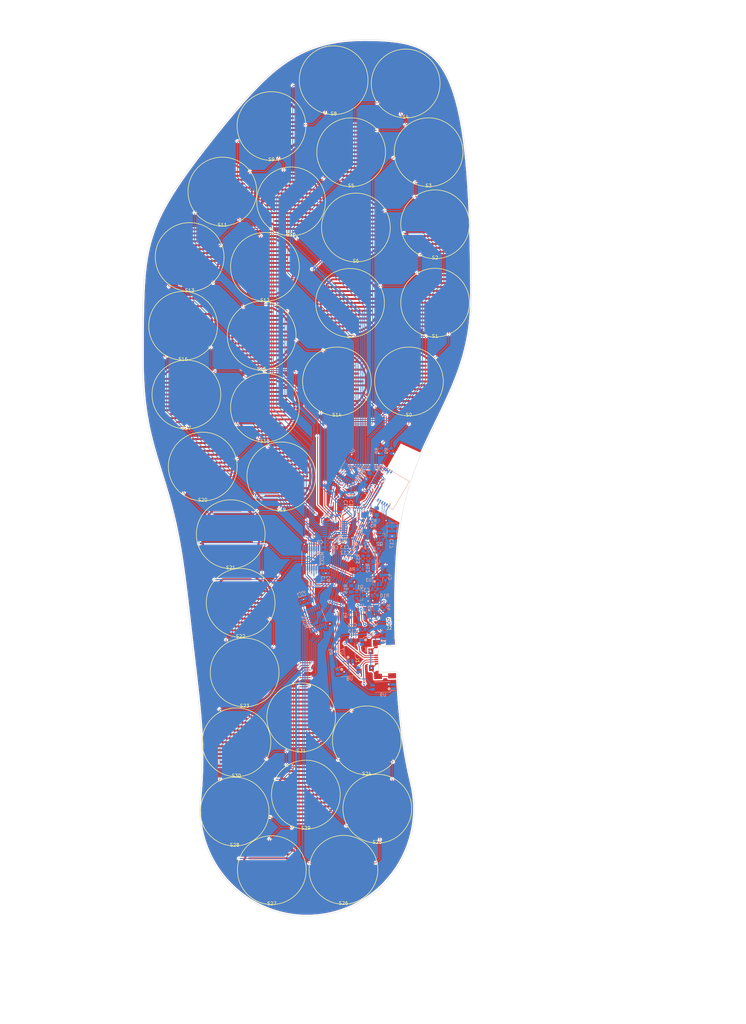
<source format=kicad_pcb>
(kicad_pcb (version 20171130) (host pcbnew "(5.0.0)")
  (layers (0 F.Cu signal) (31 B.Cu signal) (34 B.Paste user hide) (35 F.Paste user hide) (36 B.SilkS user) (37 F.SilkS user) (38 B.Mask user) (39 F.Mask user) (44 Edge.Cuts user))
  (net 0 "")
  (net 1 GND)
  (net 2 +3V3)
  (net 3 +5V)
  (net 4 +BATT)
  (net 5 /U1_A7)
  (net 6 /U1_A6)
  (net 7 /U1_A5)
  (net 8 /U1_A4)
  (net 9 /U1_A3)
  (net 10 /U1_A2)
  (net 11 /U1_A1)
  (net 12 /U1_A0)
  (net 13 /U2_A7)
  (net 14 /U2_A6)
  (net 15 /U2_A5)
  (net 16 /U2_A4)
  (net 17 /U2_A3)
  (net 18 /U2_A2)
  (net 19 /U2_A1)
  (net 20 /U2_A0)
  (net 21 /U1_Data)
  (net 22 /U2_Data)
  (net 23 /U3_Data)
  (net 24 /U4_Data)
  (net 25 /U3_A7)
  (net 26 /U3_A6)
  (net 27 /U3_A5)
  (net 28 /U3_A4)
  (net 29 /U3_A3)
  (net 30 /U3_A2)
  (net 31 /U3_A1)
  (net 32 /U3_A0)
  (net 33 /U4_A7)
  (net 34 /U4_A6)
  (net 35 /U4_A5)
  (net 36 /U4_A4)
  (net 37 /U4_A3)
  (net 38 /U4_A2)
  (net 39 /U4_A1)
  (net 40 /U4_A0)
  (net 41 "Net-(L3-Pad1)")
  (net 42 "Net-(R1-Pad1)")
  (net 43 "Net-(R2-Pad2)")
  (net 44 "Net-(R3-Pad2)")
  (net 45 /S0)
  (net 46 /S1)
  (net 47 /S2)
  (net 48 /MUX_E)
  (net 49 -BATT)
  (net 50 "Net-(C1-Pad1)")
  (net 51 Analog_Batt_Lvl)
  (net 52 Enable_Batt_Lvl)
  (net 53 "Net-(R5-Pad1)")
  (net 54 "Net-(R5-Pad2)")
  (net 55 "Net-(R10-Pad1)")
  (net 56 "Net-(R11-Pad1)")
  (net 57 XRES)
  (net 58 P0.6)
  (net 59 P0.7)
  (net 60 /P0.7_USB)
  (net 61 /P0.6_USB)
  (net 62 /XRES_USB)
  (net 63 "Net-(Q2-Pad3)")
  (net 64 /+3V3_VDDR)
  (net 65 /+3V3_VDD)
  (net 66 /+BATT_CUT)
  (module Connector_PinHeader_1.00mm:PinHeader_1x02_P1.00mm_Vertical (layer F.Cu) (at 170.809453 194.660707 4)
    (fp_text reference J2 (at 0 1.56 4) (layer F.SilkS))
    (fp_text value 3V7_Battery)
    (pad 2 thru_hole oval (at 0 -1 4) (size 0.85 0.85) (drill 0.5) (layers *.Cu *.Mask) (net 4 +BATT))
    (pad 1 thru_hole rect (at 0 0 4) (size 0.85 0.85) (drill 0.5) (layers *.Cu *.Mask) (net 49 -BATT))
  )
  (module Package_LGA:Bosch_LGA-14_3x2.5mm_P0.5mm (layer B.Cu) (at 161.919453 169.010707)
    (fp_text reference U2 (at 0 -2.5) (layer B.SilkS) (effects (justify mirror)))
    (fp_text value ISM330DLC)
    (pad 11 smd rect (at 1.2625 -0.75) (size 0.675 0.25) (layers B.Cu B.Paste B.Mask))
    (pad 10 smd rect (at 1.2625 -0.25) (size 0.675 0.25) (layers B.Cu B.Paste B.Mask))
    (pad 9 smd rect (at 1.2625 0.25) (size 0.675 0.25) (layers B.Cu B.Paste B.Mask))
    (pad 8 smd rect (at 1.2625 0.75) (size 0.675 0.25) (layers B.Cu B.Paste B.Mask) (net 2 +3V3))
    (pad 4 smd rect (at -1.2625 0.75) (size 0.675 0.25) (layers B.Cu B.Paste B.Mask))
    (pad 3 smd rect (at -1.2625 0.25) (size 0.675 0.25) (layers B.Cu B.Paste B.Mask) (net 1 GND))
    (pad 2 smd rect (at -1.2625 -0.25) (size 0.675 0.25) (layers B.Cu B.Paste B.Mask) (net 1 GND))
    (pad 1 smd rect (at -1.2625 -0.75) (size 0.675 0.25) (layers B.Cu B.Paste B.Mask) (net 1 GND))
    (pad 7 smd rect (at 0.5 1.0125) (size 0.25 0.675) (layers B.Cu B.Paste B.Mask) (net 1 GND))
    (pad 6 smd rect (at 0 1.0125) (size 0.25 0.675) (layers B.Cu B.Paste B.Mask) (net 1 GND))
    (pad 5 smd rect (at -0.5 1.0125) (size 0.25 0.675) (layers B.Cu B.Paste B.Mask) (net 2 +3V3))
    (pad 12 smd rect (at 0.5 -1.0125) (size 0.25 0.675) (layers B.Cu B.Paste B.Mask))
    (pad 14 smd rect (at -0.5 -1.0125) (size 0.25 0.675) (layers B.Cu B.Paste B.Mask) (net 43 "Net-(R2-Pad2)"))
    (pad 13 smd rect (at 0 -1.0125) (size 0.25 0.675) (layers B.Cu B.Paste B.Mask) (net 44 "Net-(R3-Pad2)"))
  )
  (module Capacitor_SMD:C_0603_1608Metric (layer B.Cu) (at 165.219453 194.710707 274)
    (fp_text reference C1 (at 0 -1.43 274) (layer B.SilkS) (effects (justify mirror)))
    (fp_text value 0.1uF)
    (pad 2 smd roundrect (at 0.7875 0 274) (size 0.875 0.95) (layers B.Cu B.Paste B.Mask) (net 49 -BATT))
    (pad 1 smd roundrect (at -0.7875 0 274) (size 0.875 0.95) (layers B.Cu B.Paste B.Mask) (net 50 "Net-(C1-Pad1)"))
  )
  (module Capacitor_SMD:C_0603_1608Metric (layer B.Cu) (at 144.269453 188.460707 290)
    (fp_text reference C2 (at -2.498995 -0.005009 290) (layer B.SilkS) (effects (justify mirror)))
    (fp_text value 1uF)
    (pad 2 smd roundrect (at 0.7875 0 290) (size 0.875 0.95) (layers B.Cu B.Paste B.Mask) (net 2 +3V3))
    (pad 1 smd roundrect (at -0.7875 0 290) (size 0.875 0.95) (layers B.Cu B.Paste B.Mask) (net 1 GND))
  )
  (module Capacitor_SMD:C_0603_1608Metric (layer B.Cu) (at 166.549453 184.330707 183)
    (fp_text reference C3 (at 2.530154 -0.127757 183) (layer B.SilkS) (effects (justify mirror)))
    (fp_text value 4.7uF)
    (pad 1 smd roundrect (at -0.7875 0 183) (size 0.875 0.95) (layers B.Cu B.Paste B.Mask) (net 1 GND))
    (pad 2 smd roundrect (at 0.7875 0 183) (size 0.875 0.95) (layers B.Cu B.Paste B.Mask) (net 66 /+BATT_CUT))
  )
  (module Capacitor_SMD:C_0603_1608Metric (layer B.Cu) (at 169.731453 180.798707 274)
    (fp_text reference C4 (at -0.117647 -1.299372 274) (layer B.SilkS) (effects (justify mirror)))
    (fp_text value 10uF)
    (pad 2 smd roundrect (at 0.7875 0 274) (size 0.875 0.95) (layers B.Cu B.Paste B.Mask) (net 1 GND))
    (pad 1 smd roundrect (at -0.7875 0 274) (size 0.875 0.95) (layers B.Cu B.Paste B.Mask) (net 2 +3V3))
  )
  (module Capacitor_SMD:C_0603_1608Metric (layer B.Cu) (at 145.719453 187.910707 290)
    (fp_text reference C5 (at -2.392243 0.140264 290) (layer B.SilkS) (effects (justify mirror)))
    (fp_text value 0.1uF)
    (pad 2 smd roundrect (at 0.7875 0 290) (size 0.875 0.95) (layers B.Cu B.Paste B.Mask) (net 2 +3V3))
    (pad 1 smd roundrect (at -0.7875 0 290) (size 0.875 0.95) (layers B.Cu B.Paste B.Mask) (net 1 GND))
  )
  (module Capacitor_SMD:C_0603_1608Metric (layer B.Cu) (at 152.319453 178.698207 90)
    (fp_text reference C6 (at -2.5125 0 90) (layer B.SilkS) (effects (justify mirror)))
    (fp_text value 1uF)
    (pad 2 smd roundrect (at 0.7875 0 90) (size 0.875 0.95) (layers B.Cu B.Paste B.Mask) (net 2 +3V3))
    (pad 1 smd roundrect (at -0.7875 0 90) (size 0.875 0.95) (layers B.Cu B.Paste B.Mask) (net 1 GND))
  )
  (module Capacitor_SMD:C_0603_1608Metric (layer B.Cu) (at 150.719453 178.710707 90)
    (fp_text reference C7 (at -2.5 0 90) (layer B.SilkS) (effects (justify mirror)))
    (fp_text value 0.1uF)
    (pad 2 smd roundrect (at 0.7875 0 90) (size 0.875 0.95) (layers B.Cu B.Paste B.Mask) (net 2 +3V3))
    (pad 1 smd roundrect (at -0.7875 0 90) (size 0.875 0.95) (layers B.Cu B.Paste B.Mask) (net 1 GND))
  )
  (module Capacitor_SMD:C_0603_1608Metric (layer B.Cu) (at 152.106953 171.610707 180)
    (fp_text reference C8 (at -2.3125 0 180) (layer B.SilkS) (effects (justify mirror)))
    (fp_text value 1uF)
    (pad 2 smd roundrect (at 0.7875 0 180) (size 0.875 0.95) (layers B.Cu B.Paste B.Mask) (net 2 +3V3))
    (pad 1 smd roundrect (at -0.7875 0 180) (size 0.875 0.95) (layers B.Cu B.Paste B.Mask) (net 1 GND))
  )
  (module Capacitor_SMD:C_0603_1608Metric (layer B.Cu) (at 152.106953 170.010707 180)
    (fp_text reference C9 (at 2.3875 0 180) (layer B.SilkS) (effects (justify mirror)))
    (fp_text value 0.1uF)
    (pad 2 smd roundrect (at 0.7875 0 180) (size 0.875 0.95) (layers B.Cu B.Paste B.Mask) (net 2 +3V3))
    (pad 1 smd roundrect (at -0.7875 0 180) (size 0.875 0.95) (layers B.Cu B.Paste B.Mask) (net 1 GND))
  )
  (module Capacitor_SMD:C_0603_1608Metric (layer B.Cu) (at 157.694453 155.573207 90)
    (fp_text reference C10 (at -2.9375 -0.075 90) (layer B.SilkS) (effects (justify mirror)))
    (fp_text value 1uF)
    (pad 2 smd roundrect (at 0.7875 0 90) (size 0.875 0.95) (layers B.Cu B.Paste B.Mask) (net 2 +3V3))
    (pad 1 smd roundrect (at -0.7875 0 90) (size 0.875 0.95) (layers B.Cu B.Paste B.Mask) (net 1 GND))
  )
  (module Capacitor_SMD:C_0603_1608Metric (layer B.Cu) (at 159.319453 155.585707 90)
    (fp_text reference C11 (at -2.95 -0.075 90) (layer B.SilkS) (effects (justify mirror)))
    (fp_text value 0.1uF)
    (pad 2 smd roundrect (at 0.7875 0 90) (size 0.875 0.95) (layers B.Cu B.Paste B.Mask) (net 2 +3V3))
    (pad 1 smd roundrect (at -0.7875 0 90) (size 0.875 0.95) (layers B.Cu B.Paste B.Mask) (net 1 GND))
  )
  (module Capacitor_SMD:C_0603_1608Metric (layer B.Cu) (at 160.231953 173.110707)
    (fp_text reference C12 (at -2.9125 0.1) (layer B.SilkS) (effects (justify mirror)))
    (fp_text value 1uF)
    (pad 2 smd roundrect (at 0.7875 0) (size 0.875 0.95) (layers B.Cu B.Paste B.Mask) (net 2 +3V3))
    (pad 1 smd roundrect (at -0.7875 0) (size 0.875 0.95) (layers B.Cu B.Paste B.Mask) (net 1 GND))
  )
  (module Capacitor_SMD:C_0603_1608Metric (layer B.Cu) (at 160.231953 171.510707)
    (fp_text reference C13 (at -2.9225 0.03) (layer B.SilkS) (effects (justify mirror)))
    (fp_text value 0.1uF)
    (pad 2 smd roundrect (at 0.7875 0) (size 0.875 0.95) (layers B.Cu B.Paste B.Mask) (net 2 +3V3))
    (pad 1 smd roundrect (at -0.7875 0) (size 0.875 0.95) (layers B.Cu B.Paste B.Mask) (net 1 GND))
  )
  (module Capacitor_SMD:C_0603_1608Metric (layer B.Cu) (at 163.719453 172.710707 180)
    (fp_text reference C14 (at 0.22 1.35 180) (layer B.SilkS) (effects (justify mirror)))
    (fp_text value 0.1uF)
    (pad 2 smd roundrect (at 0.7875 0 180) (size 0.875 0.95) (layers B.Cu B.Paste B.Mask) (net 1 GND))
    (pad 1 smd roundrect (at -0.7875 0 180) (size 0.875 0.95) (layers B.Cu B.Paste B.Mask) (net 51 Analog_Batt_Lvl))
  )
  (module Inductor_SMD:L_0805_2012Metric_Pad1.15x1.40mm_HandSolder (layer B.Cu) (at 167.049453 160.655707 90)
    (fp_text reference L1 (at 0 -1.65 90) (layer B.SilkS) (effects (justify mirror)))
    (fp_text value "300ohm 100MHz")
    (pad 2 smd roundrect (at 1.025 0 90) (size 1.15 1.4) (layers B.Cu B.Paste B.Mask) (roundrect_rratio 0.217391) (net 64 /+3V3_VDDR))
    (pad 1 smd roundrect (at -1.025 0 90) (size 1.15 1.4) (layers B.Cu B.Paste B.Mask) (roundrect_rratio 0.217391) (net 2 +3V3))
  )
  (module Inductor_SMD:L_0805_2012Metric_Pad1.15x1.40mm_HandSolder (layer B.Cu) (at 164.369453 149.820707 60)
    (fp_text reference L2 (at 0 -1.65 60) (layer B.SilkS) (effects (justify mirror)))
    (fp_text value "300ohm 100MHz")
    (pad 2 smd roundrect (at 1.025 0 60) (size 1.15 1.4) (layers B.Cu B.Paste B.Mask) (roundrect_rratio 0.217391) (net 65 /+3V3_VDD))
    (pad 1 smd roundrect (at -1.025 0 60) (size 1.15 1.4) (layers B.Cu B.Paste B.Mask) (roundrect_rratio 0.217391) (net 2 +3V3))
  )
  (module Package_SO:TSSOP-16_4.4x5mm_P0.65mm (layer B.Cu) (at 158.819453 148.210707 240)
    (fp_text reference MUX1 (at 0 -3.55 240) (layer B.SilkS) (effects (justify mirror)))
    (fp_text value CD74HC4051)
    (pad 16 smd rect (at 2.95 -2.275 240) (size 1.5 0.45) (layers B.Cu B.Paste B.Mask) (net 2 +3V3))
    (pad 15 smd rect (at 2.95 -1.625 240) (size 1.5 0.45) (layers B.Cu B.Paste B.Mask) (net 10 /U1_A2))
    (pad 14 smd rect (at 2.95 -0.975 240) (size 1.5 0.45) (layers B.Cu B.Paste B.Mask) (net 11 /U1_A1))
    (pad 13 smd rect (at 2.95 -0.325 240) (size 1.5 0.45) (layers B.Cu B.Paste B.Mask) (net 12 /U1_A0))
    (pad 12 smd rect (at 2.95 0.325 240) (size 1.5 0.45) (layers B.Cu B.Paste B.Mask) (net 9 /U1_A3))
    (pad 11 smd rect (at 2.95 0.975 240) (size 1.5 0.45) (layers B.Cu B.Paste B.Mask) (net 45 /S0))
    (pad 10 smd rect (at 2.95 1.625 240) (size 1.5 0.45) (layers B.Cu B.Paste B.Mask) (net 46 /S1))
    (pad 9 smd rect (at 2.95 2.275 240) (size 1.5 0.45) (layers B.Cu B.Paste B.Mask) (net 47 /S2))
    (pad 8 smd rect (at -2.95 2.275 240) (size 1.5 0.45) (layers B.Cu B.Paste B.Mask) (net 1 GND))
    (pad 7 smd rect (at -2.95 1.625 240) (size 1.5 0.45) (layers B.Cu B.Paste B.Mask) (net 1 GND))
    (pad 6 smd rect (at -2.95 0.975 240) (size 1.5 0.45) (layers B.Cu B.Paste B.Mask) (net 48 /MUX_E))
    (pad 5 smd rect (at -2.95 0.325 240) (size 1.5 0.45) (layers B.Cu B.Paste B.Mask) (net 7 /U1_A5))
    (pad 4 smd rect (at -2.95 -0.325 240) (size 1.5 0.45) (layers B.Cu B.Paste B.Mask) (net 5 /U1_A7))
    (pad 3 smd rect (at -2.95 -0.975 240) (size 1.5 0.45) (layers B.Cu B.Paste B.Mask) (net 2 +3V3))
    (pad 2 smd rect (at -2.95 -1.625 240) (size 1.5 0.45) (layers B.Cu B.Paste B.Mask) (net 6 /U1_A6))
    (pad 1 smd rect (at -2.95 -2.275 240) (size 1.5 0.45) (layers B.Cu B.Paste B.Mask) (net 8 /U1_A4))
  )
  (module Package_SO:TSSOP-16_4.4x5mm_P0.65mm (layer B.Cu) (at 154.219453 166.010707 180)
    (fp_text reference MUX2 (at -1.7 -3.6 180) (layer B.SilkS) (effects (justify mirror)))
    (fp_text value CD74HC4051)
    (pad 16 smd rect (at 2.95 -2.275 180) (size 1.5 0.45) (layers B.Cu B.Paste B.Mask) (net 2 +3V3))
    (pad 15 smd rect (at 2.95 -1.625 180) (size 1.5 0.45) (layers B.Cu B.Paste B.Mask) (net 18 /U2_A2))
    (pad 14 smd rect (at 2.95 -0.975 180) (size 1.5 0.45) (layers B.Cu B.Paste B.Mask) (net 19 /U2_A1))
    (pad 13 smd rect (at 2.95 -0.325 180) (size 1.5 0.45) (layers B.Cu B.Paste B.Mask) (net 20 /U2_A0))
    (pad 12 smd rect (at 2.95 0.325 180) (size 1.5 0.45) (layers B.Cu B.Paste B.Mask) (net 17 /U2_A3))
    (pad 11 smd rect (at 2.95 0.975 180) (size 1.5 0.45) (layers B.Cu B.Paste B.Mask) (net 45 /S0))
    (pad 10 smd rect (at 2.95 1.625 180) (size 1.5 0.45) (layers B.Cu B.Paste B.Mask) (net 46 /S1))
    (pad 9 smd rect (at 2.95 2.275 180) (size 1.5 0.45) (layers B.Cu B.Paste B.Mask) (net 47 /S2))
    (pad 8 smd rect (at -2.95 2.275 180) (size 1.5 0.45) (layers B.Cu B.Paste B.Mask) (net 1 GND))
    (pad 7 smd rect (at -2.95 1.625 180) (size 1.5 0.45) (layers B.Cu B.Paste B.Mask) (net 1 GND))
    (pad 6 smd rect (at -2.95 0.975 180) (size 1.5 0.45) (layers B.Cu B.Paste B.Mask) (net 48 /MUX_E))
    (pad 5 smd rect (at -2.95 0.325 180) (size 1.5 0.45) (layers B.Cu B.Paste B.Mask) (net 15 /U2_A5))
    (pad 4 smd rect (at -2.95 -0.325 180) (size 1.5 0.45) (layers B.Cu B.Paste B.Mask) (net 13 /U2_A7))
    (pad 3 smd rect (at -2.95 -0.975 180) (size 1.5 0.45) (layers B.Cu B.Paste B.Mask) (net 2 +3V3))
    (pad 2 smd rect (at -2.95 -1.625 180) (size 1.5 0.45) (layers B.Cu B.Paste B.Mask) (net 14 /U2_A6))
    (pad 1 smd rect (at -2.95 -2.275 180) (size 1.5 0.45) (layers B.Cu B.Paste B.Mask) (net 16 /U2_A4))
  )
  (module Package_SO:TSSOP-16_4.4x5mm_P0.65mm (layer B.Cu) (at 146.919453 174.960707 270)
    (fp_text reference MUX3 (at 0 -3.55 270) (layer B.SilkS) (effects (justify mirror)))
    (fp_text value CD74HC4051)
    (pad 16 smd rect (at 2.95 -2.275 270) (size 1.5 0.45) (layers B.Cu B.Paste B.Mask) (net 2 +3V3))
    (pad 15 smd rect (at 2.95 -1.625 270) (size 1.5 0.45) (layers B.Cu B.Paste B.Mask) (net 30 /U3_A2))
    (pad 14 smd rect (at 2.95 -0.975 270) (size 1.5 0.45) (layers B.Cu B.Paste B.Mask) (net 31 /U3_A1))
    (pad 13 smd rect (at 2.95 -0.325 270) (size 1.5 0.45) (layers B.Cu B.Paste B.Mask) (net 32 /U3_A0))
    (pad 12 smd rect (at 2.95 0.325 270) (size 1.5 0.45) (layers B.Cu B.Paste B.Mask) (net 29 /U3_A3))
    (pad 11 smd rect (at 2.95 0.975 270) (size 1.5 0.45) (layers B.Cu B.Paste B.Mask) (net 45 /S0))
    (pad 10 smd rect (at 2.95 1.625 270) (size 1.5 0.45) (layers B.Cu B.Paste B.Mask) (net 46 /S1))
    (pad 9 smd rect (at 2.95 2.275 270) (size 1.5 0.45) (layers B.Cu B.Paste B.Mask) (net 47 /S2))
    (pad 8 smd rect (at -2.95 2.275 270) (size 1.5 0.45) (layers B.Cu B.Paste B.Mask) (net 1 GND))
    (pad 7 smd rect (at -2.95 1.625 270) (size 1.5 0.45) (layers B.Cu B.Paste B.Mask) (net 1 GND))
    (pad 6 smd rect (at -2.95 0.975 270) (size 1.5 0.45) (layers B.Cu B.Paste B.Mask) (net 48 /MUX_E))
    (pad 5 smd rect (at -2.95 0.325 270) (size 1.5 0.45) (layers B.Cu B.Paste B.Mask) (net 27 /U3_A5))
    (pad 4 smd rect (at -2.95 -0.325 270) (size 1.5 0.45) (layers B.Cu B.Paste B.Mask) (net 25 /U3_A7))
    (pad 3 smd rect (at -2.95 -0.975 270) (size 1.5 0.45) (layers B.Cu B.Paste B.Mask) (net 2 +3V3))
    (pad 2 smd rect (at -2.95 -1.625 270) (size 1.5 0.45) (layers B.Cu B.Paste B.Mask) (net 26 /U3_A6))
    (pad 1 smd rect (at -2.95 -2.275 270) (size 1.5 0.45) (layers B.Cu B.Paste B.Mask) (net 28 /U3_A4))
  )
  (module Package_SO:TSSOP-16_4.4x5mm_P0.65mm (layer B.Cu) (at 148.369453 193.260707 110)
    (fp_text reference MUX4 (at 0 -3.55 110) (layer B.SilkS) (effects (justify mirror)))
    (fp_text value CD74HC4051)
    (pad 16 smd rect (at 2.95 -2.275 110) (size 1.5 0.45) (layers B.Cu B.Paste B.Mask) (net 2 +3V3))
    (pad 15 smd rect (at 2.95 -1.625 110) (size 1.5 0.45) (layers B.Cu B.Paste B.Mask) (net 38 /U4_A2))
    (pad 14 smd rect (at 2.95 -0.975 110) (size 1.5 0.45) (layers B.Cu B.Paste B.Mask) (net 39 /U4_A1))
    (pad 13 smd rect (at 2.95 -0.325 110) (size 1.5 0.45) (layers B.Cu B.Paste B.Mask) (net 40 /U4_A0))
    (pad 12 smd rect (at 2.95 0.325 110) (size 1.5 0.45) (layers B.Cu B.Paste B.Mask) (net 37 /U4_A3))
    (pad 11 smd rect (at 2.95 0.975 110) (size 1.5 0.45) (layers B.Cu B.Paste B.Mask) (net 45 /S0))
    (pad 10 smd rect (at 2.95 1.625 110) (size 1.5 0.45) (layers B.Cu B.Paste B.Mask) (net 46 /S1))
    (pad 9 smd rect (at 2.95 2.275 110) (size 1.5 0.45) (layers B.Cu B.Paste B.Mask) (net 47 /S2))
    (pad 8 smd rect (at -2.95 2.275 110) (size 1.5 0.45) (layers B.Cu B.Paste B.Mask) (net 1 GND))
    (pad 7 smd rect (at -2.95 1.625 110) (size 1.5 0.45) (layers B.Cu B.Paste B.Mask) (net 1 GND))
    (pad 6 smd rect (at -2.95 0.975 110) (size 1.5 0.45) (layers B.Cu B.Paste B.Mask) (net 48 /MUX_E))
    (pad 5 smd rect (at -2.95 0.325 110) (size 1.5 0.45) (layers B.Cu B.Paste B.Mask) (net 35 /U4_A5))
    (pad 4 smd rect (at -2.95 -0.325 110) (size 1.5 0.45) (layers B.Cu B.Paste B.Mask) (net 33 /U4_A7))
    (pad 3 smd rect (at -2.95 -0.975 110) (size 1.5 0.45) (layers B.Cu B.Paste B.Mask) (net 2 +3V3))
    (pad 2 smd rect (at -2.95 -1.625 110) (size 1.5 0.45) (layers B.Cu B.Paste B.Mask) (net 34 /U4_A6))
    (pad 1 smd rect (at -2.95 -2.275 110) (size 1.5 0.45) (layers B.Cu B.Paste B.Mask) (net 36 /U4_A4))
  )
  (module Package_TO_SOT_SMD:SOT-23 (layer B.Cu) (at 168.019453 168.110707 90)
    (fp_text reference Q2 (at -2.43 -0.03) (layer B.SilkS) (effects (justify mirror)))
    (fp_text value Q_PMOS_GSD)
    (pad 3 smd rect (at 1 0 90) (size 0.9 0.8) (layers B.Cu B.Paste B.Mask) (net 63 "Net-(Q2-Pad3)"))
    (pad 2 smd rect (at -1 0.95 90) (size 0.9 0.8) (layers B.Cu B.Paste B.Mask) (net 66 /+BATT_CUT))
    (pad 1 smd rect (at -1 -0.95 90) (size 0.9 0.8) (layers B.Cu B.Paste B.Mask) (net 52 Enable_Batt_Lvl))
  )
  (module Resistor_SMD:R_0603_1608Metric (layer B.Cu) (at 158.838238 192.194286 93)
    (fp_text reference R1 (at 0 -1.43 93) (layer B.SilkS) (effects (justify mirror)))
    (fp_text value 10k)
    (pad 2 smd roundrect (at 0.7875 0 93) (size 0.875 0.95) (layers B.Cu B.Paste B.Mask) (net 49 -BATT))
    (pad 1 smd roundrect (at -0.7875 0 93) (size 0.875 0.95) (layers B.Cu B.Paste B.Mask) (net 42 "Net-(R1-Pad1)"))
  )
  (module Resistor_SMD:R_0603_1608Metric (layer B.Cu) (at 163.631953 163.410707 180)
    (fp_text reference R2 (at -2.4875 -0.1 180) (layer B.SilkS) (effects (justify mirror)))
    (fp_text value 10k)
    (pad 2 smd roundrect (at 0.7875 0 180) (size 0.875 0.95) (layers B.Cu B.Paste B.Mask) (net 43 "Net-(R2-Pad2)"))
    (pad 1 smd roundrect (at -0.7875 0 180) (size 0.875 0.95) (layers B.Cu B.Paste B.Mask) (net 2 +3V3))
  )
  (module Resistor_SMD:R_0603_1608Metric (layer B.Cu) (at 163.619453 165.010707 180)
    (fp_text reference R3 (at -2.4 0 180) (layer B.SilkS) (effects (justify mirror)))
    (fp_text value 10k)
    (pad 2 smd roundrect (at 0.7875 0 180) (size 0.875 0.95) (layers B.Cu B.Paste B.Mask) (net 44 "Net-(R3-Pad2)"))
    (pad 1 smd roundrect (at -0.7875 0 180) (size 0.875 0.95) (layers B.Cu B.Paste B.Mask) (net 2 +3V3))
  )
  (module Resistor_SMD:R_0603_1608Metric (layer B.Cu) (at 169.329453 189.880707 270)
    (fp_text reference R4 (at 0 -1.43 270) (layer B.SilkS) (effects (justify mirror)))
    (fp_text value "390 ohm")
    (pad 2 smd roundrect (at 0.7875 0 270) (size 0.875 0.95) (layers B.Cu B.Paste B.Mask) (net 50 "Net-(C1-Pad1)"))
    (pad 1 smd roundrect (at -0.7875 0 270) (size 0.875 0.95) (layers B.Cu B.Paste B.Mask) (net 4 +BATT))
  )
  (module Resistor_SMD:R_0603_1608Metric (layer B.Cu) (at 154.419453 203.410707 94)
    (fp_text reference R5 (at 0 -1.43 94) (layer B.SilkS) (effects (justify mirror)))
    (fp_text value 0-1k)
    (pad 2 smd roundrect (at 0.7875 0 94) (size 0.875 0.95) (layers B.Cu B.Paste B.Mask) (net 54 "Net-(R5-Pad2)"))
    (pad 1 smd roundrect (at -0.7875 0 94) (size 0.875 0.95) (layers B.Cu B.Paste B.Mask) (net 53 "Net-(R5-Pad1)"))
  )
  (module Resistor_SMD:R_0603_1608Metric (layer B.Cu) (at 162.031953 178.310707 180)
    (fp_text reference R6 (at 2.5125 0 180) (layer B.SilkS) (effects (justify mirror)))
    (fp_text value 10k)
    (pad 2 smd roundrect (at 0.7875 0 180) (size 0.875 0.95) (layers B.Cu B.Paste B.Mask) (net 24 /U4_Data))
    (pad 1 smd roundrect (at -0.7875 0 180) (size 0.875 0.95) (layers B.Cu B.Paste B.Mask) (net 1 GND))
  )
  (module Resistor_SMD:R_0603_1608Metric (layer B.Cu) (at 154.119453 161.860707 180)
    (fp_text reference R7 (at 2.5 -0.05 180) (layer B.SilkS) (effects (justify mirror)))
    (fp_text value 10k)
    (pad 2 smd roundrect (at 0.7875 0 180) (size 0.875 0.95) (layers B.Cu B.Paste B.Mask) (net 23 /U3_Data))
    (pad 1 smd roundrect (at -0.7875 0 180) (size 0.875 0.95) (layers B.Cu B.Paste B.Mask) (net 1 GND))
  )
  (module Resistor_SMD:R_0603_1608Metric (layer B.Cu) (at 168.519453 142.098207 90)
    (fp_text reference R8 (at 0 -1.43 90) (layer B.SilkS) (effects (justify mirror)))
    (fp_text value 10k)
    (pad 2 smd roundrect (at 0.7875 0 90) (size 0.875 0.95) (layers B.Cu B.Paste B.Mask) (net 22 /U2_Data))
    (pad 1 smd roundrect (at -0.7875 0 90) (size 0.875 0.95) (layers B.Cu B.Paste B.Mask) (net 1 GND))
  )
  (module Resistor_SMD:R_0603_1608Metric (layer B.Cu) (at 171.519453 142.110707 90)
    (fp_text reference R9 (at 0 -1.43 90) (layer B.SilkS) (effects (justify mirror)))
    (fp_text value 10k)
    (pad 2 smd roundrect (at 0.7875 0 90) (size 0.875 0.95) (layers B.Cu B.Paste B.Mask) (net 21 /U1_Data))
    (pad 1 smd roundrect (at -0.7875 0 90) (size 0.875 0.95) (layers B.Cu B.Paste B.Mask) (net 1 GND))
  )
  (module Resistor_SMD:R_0603_1608Metric (layer B.Cu) (at 166.484953 186.252707 180)
    (fp_text reference R10 (at -2.9845 -0.088 180) (layer B.SilkS) (effects (justify mirror)))
    (fp_text value 2.7k)
    (pad 2 smd roundrect (at 0.7875 0 180) (size 0.875 0.95) (layers B.Cu B.Paste B.Mask) (net 1 GND))
    (pad 1 smd roundrect (at -0.7875 0 180) (size 0.875 0.95) (layers B.Cu B.Paste B.Mask) (net 55 "Net-(R10-Pad1)"))
  )
  (module Resistor_SMD:R_0603_1608Metric (layer B.Cu) (at 167.93495 197.610707 5)
    (fp_text reference R11 (at -2.848361 0.252711 5) (layer B.SilkS) (effects (justify mirror)))
    (fp_text value "100-500 ohm")
    (pad 2 smd roundrect (at 0.7875 0 5) (size 0.875 0.95) (layers B.Cu B.Paste B.Mask) (net 2 +3V3))
    (pad 1 smd roundrect (at -0.7875 0 5) (size 0.875 0.95) (layers B.Cu B.Paste B.Mask) (net 56 "Net-(R11-Pad1)"))
  )
  (module Resistor_SMD:R_0603_1608Metric (layer B.Cu) (at 164.519453 174.998207 90)
    (fp_text reference R12 (at -2.9125 -0.1 90) (layer B.SilkS) (effects (justify mirror)))
    (fp_text value 10k)
    (pad 2 smd roundrect (at 0.7875 0 90) (size 0.875 0.95) (layers B.Cu B.Paste B.Mask) (net 51 Analog_Batt_Lvl))
    (pad 1 smd roundrect (at -0.7875 0 90) (size 0.875 0.95) (layers B.Cu B.Paste B.Mask) (net 63 "Net-(Q2-Pad3)"))
  )
  (module Resistor_SMD:R_0603_1608Metric (layer B.Cu) (at 162.819453 175.010707 270)
    (fp_text reference R13 (at 0.1 1.4 270) (layer B.SilkS) (effects (justify mirror)))
    (fp_text value 10k)
    (pad 2 smd roundrect (at 0.7875 0 270) (size 0.875 0.95) (layers B.Cu B.Paste B.Mask) (net 1 GND))
    (pad 1 smd roundrect (at -0.7875 0 270) (size 0.875 0.95) (layers B.Cu B.Paste B.Mask) (net 51 Analog_Batt_Lvl))
  )
  (module Resistor_SMD:R_0603_1608Metric (layer B.Cu) (at 167.619453 172.723207 90)
    (fp_text reference R14 (at 0 -1.43 90) (layer B.SilkS) (effects (justify mirror)))
    (fp_text value 100k)
    (pad 2 smd roundrect (at 0.7875 0 90) (size 0.875 0.95) (layers B.Cu B.Paste B.Mask) (net 52 Enable_Batt_Lvl))
    (pad 1 smd roundrect (at -0.7875 0 90) (size 0.875 0.95) (layers B.Cu B.Paste B.Mask) (net 66 /+BATT_CUT))
  )
  (module Package_TO_SOT_SMD:TSOT-23-5 (layer B.Cu) (at 162.419453 191.910707 273)
    (fp_text reference U1 (at -2.60167 -0.036211 183) (layer B.SilkS) (effects (font (size 0.9 0.9)) (justify mirror)))
    (fp_text value STC4054-4.2)
    (pad 5 smd rect (at 1.31 -0.95 273) (size 1.22 0.65) (layers B.Cu B.Paste B.Mask) (net 42 "Net-(R1-Pad1)"))
    (pad 4 smd rect (at 1.31 0.95 273) (size 1.22 0.65) (layers B.Cu B.Paste B.Mask) (net 3 +5V))
    (pad 3 smd rect (at -1.31 0.95 273) (size 1.22 0.65) (layers B.Cu B.Paste B.Mask) (net 4 +BATT))
    (pad 2 smd rect (at -1.31 0 273) (size 1.22 0.65) (layers B.Cu B.Paste B.Mask) (net 49 -BATT))
    (pad 1 smd rect (at -1.31 -0.95 273) (size 1.22 0.65) (layers B.Cu B.Paste B.Mask))
  )
  (module Package_TO_SOT_SMD:TSOT-23-5 (layer B.Cu) (at 167.339453 181.540707 93)
    (fp_text reference U3 (at 0.142354 -2.716272 3) (layer B.SilkS) (effects (font (size 0.9 0.9)) (justify mirror)))
    (fp_text value ADP2108AUJ-3.3)
    (pad 5 smd rect (at 1.31 -0.95 93) (size 1.22 0.65) (layers B.Cu B.Paste B.Mask) (net 41 "Net-(L3-Pad1)"))
    (pad 4 smd rect (at 1.31 0.95 93) (size 1.22 0.65) (layers B.Cu B.Paste B.Mask) (net 2 +3V3))
    (pad 3 smd rect (at -1.31 0.95 93) (size 1.22 0.65) (layers B.Cu B.Paste B.Mask) (net 66 /+BATT_CUT))
    (pad 2 smd rect (at -1.31 0 93) (size 1.22 0.65) (layers B.Cu B.Paste B.Mask) (net 1 GND))
    (pad 1 smd rect (at -1.31 -0.95 93) (size 1.22 0.65) (layers B.Cu B.Paste B.Mask) (net 66 /+BATT_CUT))
  )
  (module Digikey_EZ_BLE:CYBLE-222014-01 (layer B.Cu) (at 168.949453 152.350707 240)
    (fp_text reference U4 (at -4 13 240) (layer B.SilkS) (effects (justify mirror)))
    (fp_text value CYBLE-222014-01)
    (pad 1 smd rect (at 4.89 -4.91 240) (size 1 0.41) (layers B.Cu B.Paste B.Mask) (net 1 GND))
    (pad 2 smd rect (at 4.89 -4.14 240) (size 1 0.41) (layers B.Cu B.Paste B.Mask))
    (pad 3 smd rect (at 4.89 -3.38 240) (size 1 0.41) (layers B.Cu B.Paste B.Mask) (net 52 Enable_Batt_Lvl))
    (pad 4 smd rect (at 4.89 -2.62 240) (size 1 0.41) (layers B.Cu B.Paste B.Mask) (net 51 Analog_Batt_Lvl))
    (pad 5 smd rect (at 4.89 -1.86 240) (size 1 0.41) (layers B.Cu B.Paste B.Mask) (net 64 /+3V3_VDDR))
    (pad 7 smd rect (at 4.34 3.19 330) (size 1 0.41) (layers B.Cu B.Paste B.Mask) (net 48 /MUX_E))
    (pad 8 smd rect (at 3.58 3.19 330) (size 1 0.41) (layers B.Cu B.Paste B.Mask) (net 59 P0.7))
    (pad 9 smd rect (at 2.81 3.19 330) (size 1 0.41) (layers B.Cu B.Paste B.Mask) (net 43 "Net-(R2-Pad2)"))
    (pad 10 smd rect (at 2.05 3.19 330) (size 1 0.41) (layers B.Cu B.Paste B.Mask) (net 44 "Net-(R3-Pad2)"))
    (pad 11 smd rect (at 1.29 3.19 330) (size 1 0.41) (layers B.Cu B.Paste B.Mask) (net 1 GND))
    (pad 12 smd rect (at 0.53 3.19 330) (size 1 0.41) (layers B.Cu B.Paste B.Mask) (net 58 P0.6))
    (pad 13 smd rect (at -0.23 3.19 330) (size 1 0.41) (layers B.Cu B.Paste B.Mask) (net 24 /U4_Data))
    (pad 14 smd rect (at -1 3.19 330) (size 1 0.41) (layers B.Cu B.Paste B.Mask) (net 65 /+3V3_VDD))
    (pad 15 smd rect (at -1.76 3.19 330) (size 1 0.41) (layers B.Cu B.Paste B.Mask) (net 57 XRES))
    (pad 16 smd rect (at -2.52 3.19 330) (size 1 0.41) (layers B.Cu B.Paste B.Mask) (net 23 /U3_Data))
    (pad 17 smd rect (at -3.28 3.19 330) (size 1 0.41) (layers B.Cu B.Paste B.Mask) (net 22 /U2_Data))
    (pad 18 smd rect (at -4.04 3.19 330) (size 1 0.41) (layers B.Cu B.Paste B.Mask) (net 21 /U1_Data))
    (pad 19 smd rect (at -4.6 1.95 240) (size 1 0.41) (layers B.Cu B.Paste B.Mask) (net 45 /S0))
    (pad 20 smd rect (at -4.6 1.19 240) (size 1 0.41) (layers B.Cu B.Paste B.Mask) (net 46 /S1))
    (pad 21 smd rect (at -4.6 0.43 240) (size 1 0.41) (layers B.Cu B.Paste B.Mask) (net 47 /S2))
    (pad 22 smd rect (at -4.6 -0.33 240) (size 1 0.41) (layers B.Cu B.Paste B.Mask))
    (pad 6 smd rect (at 4.89 -1.1 240) (size 1 0.41) (layers B.Cu B.Paste B.Mask))
  )
  (module SamacSys_Parts:AP9211SAACHAC7 (layer B.Cu) (at 166.869453 190.060707 4)
    (fp_text reference U5 (at -1.955713 0.013605 -86) (layer B.SilkS) (effects (font (size 0.9 0.9)) (justify mirror)))
    (fp_text value AP9211SA-AN-HAC-7 hide)
    (pad 7 smd rect (at 0 0 94) (size 1.8 1.8) (layers B.Cu B.Paste B.Mask))
    (pad 6 smd rect (at -0.599 -1.35 94) (size 0.5 0.75) (layers B.Cu B.Paste B.Mask) (net 1 GND))
    (pad 5 smd rect (at 0.176 -1.35 4) (size 0.4 0.5) (layers B.Cu B.Paste B.Mask) (net 55 "Net-(R10-Pad1)"))
    (pad 4 smd rect (at 0.776 -1.35 4) (size 0.4 0.5) (layers B.Cu B.Paste B.Mask))
    (pad 3 smd rect (at 0.776 1.35 4) (size 0.4 0.5) (layers B.Cu B.Paste B.Mask) (net 50 "Net-(C1-Pad1)"))
    (pad 2 smd rect (at 0.176004 1.35 4) (size 0.4 0.5) (layers B.Cu B.Paste B.Mask) (net 49 -BATT))
    (pad 1 smd rect (at -0.599 1.35 94) (size 0.5 0.75) (layers B.Cu B.Paste B.Mask) (net 49 -BATT))
  )
  (module Package_SO:SOP-4_4.4x2.8mm_P1.27mm (layer B.Cu) (at 165.619453 200.310707 5)
    (fp_text reference U6 (at -1.521658 2.476804 5) (layer B.SilkS) (effects (justify mirror)))
    (fp_text value TCMT1100)
    (pad 4 smd rect (at 3.15 -0.64 5) (size 1.3 0.8) (layers B.Cu B.Paste B.Mask) (net 2 +3V3))
    (pad 3 smd rect (at 3.15 0.64 5) (size 1.3 0.8) (layers B.Cu B.Paste B.Mask) (net 54 "Net-(R5-Pad2)"))
    (pad 2 smd rect (at -3.15 0.64 5) (size 1.3 0.8) (layers B.Cu B.Paste B.Mask) (net 3 +5V))
    (pad 1 smd rect (at -3.15 -0.64 5) (size 1.3 0.8) (layers B.Cu B.Paste B.Mask) (net 56 "Net-(R11-Pad1)"))
  )
  (module Package_SO:SOP-4_4.4x2.8mm_P1.27mm (layer B.Cu) (at 158.819453 203.210707 94)
    (fp_text reference U7 (at 0 -2.4 94) (layer B.SilkS) (effects (justify mirror)))
    (fp_text value TCMT1100)
    (pad 4 smd rect (at 3.15 -0.64 94) (size 1.3 0.8) (layers B.Cu B.Paste B.Mask) (net 62 /XRES_USB))
    (pad 3 smd rect (at 3.15 0.64 94) (size 1.3 0.8) (layers B.Cu B.Paste B.Mask) (net 57 XRES))
    (pad 2 smd rect (at -3.15 0.64 94) (size 1.3 0.8) (layers B.Cu B.Paste B.Mask) (net 1 GND))
    (pad 1 smd rect (at -3.15 -0.64 94) (size 1.3 0.8) (layers B.Cu B.Paste B.Mask) (net 53 "Net-(R5-Pad1)"))
  )
  (module Package_SO:SOP-4_4.4x2.8mm_P1.27mm (layer B.Cu) (at 158.319453 209.310707 6)
    (fp_text reference U8 (at 0.246393 2.439117 6) (layer B.SilkS) (effects (justify mirror)))
    (fp_text value TCMT1100)
    (pad 4 smd rect (at 3.15 -0.64 6) (size 1.3 0.8) (layers B.Cu B.Paste B.Mask) (net 61 /P0.6_USB))
    (pad 3 smd rect (at 3.15 0.64 6) (size 1.3 0.8) (layers B.Cu B.Paste B.Mask) (net 58 P0.6))
    (pad 2 smd rect (at -3.15 0.64 6) (size 1.3 0.8) (layers B.Cu B.Paste B.Mask) (net 1 GND))
    (pad 1 smd rect (at -3.15 -0.64 6) (size 1.3 0.8) (layers B.Cu B.Paste B.Mask) (net 53 "Net-(R5-Pad1)"))
  )
  (module Package_SO:SOP-4_4.4x2.8mm_P1.27mm (layer B.Cu) (at 168.949453 214.220707 182)
    (fp_text reference U9 (at 0 -2.4 182) (layer B.SilkS) (effects (justify mirror)))
    (fp_text value TCMT1100)
    (pad 4 smd rect (at 3.15 -0.64 182) (size 1.3 0.8) (layers B.Cu B.Paste B.Mask) (net 60 /P0.7_USB))
    (pad 3 smd rect (at 3.15 0.64 182) (size 1.3 0.8) (layers B.Cu B.Paste B.Mask) (net 59 P0.7))
    (pad 2 smd rect (at -3.15 0.64 182) (size 1.3 0.8) (layers B.Cu B.Paste B.Mask) (net 1 GND))
    (pad 1 smd rect (at -3.15 -0.64 182) (size 1.3 0.8) (layers B.Cu B.Paste B.Mask) (net 53 "Net-(R5-Pad1)"))
  )
  (module Capacitor_SMD:C_0603_1608Metric (layer B.Cu) (at 162.733871 196.71564 184)
    (fp_text reference C15 (at 3.094999 -0.155001 184) (layer B.SilkS) (effects (justify mirror)))
    (fp_text value 1uF)
    (pad 2 smd roundrect (at 0.7875 0 184) (size 0.875 0.95) (layers B.Cu B.Paste B.Mask) (net 3 +5V))
    (pad 1 smd roundrect (at -0.7875 0 184) (size 0.875 0.95) (layers B.Cu B.Paste B.Mask) (net 49 -BATT))
  )
  (module Capacitor_SMD:C_0603_1608Metric (layer B.Cu) (at 162.614452 195.145706 184)
    (fp_text reference C16 (at 3.044999 -0.015001 184) (layer B.SilkS) (effects (justify mirror)))
    (fp_text value 0.1uF)
    (pad 2 smd roundrect (at 0.7875 0 184) (size 0.875 0.95) (layers B.Cu B.Paste B.Mask) (net 3 +5V))
    (pad 1 smd roundrect (at -0.7875 0 184) (size 0.875 0.95) (layers B.Cu B.Paste B.Mask) (net 49 -BATT))
  )
  (module Connector_USB:USB_Micro_CustomV2 (layer F.Cu) (at 169.899453 205.730707 272)
    (fp_text reference J1 (at 0 8.7 272) (layer F.SilkS))
    (fp_text value Conn_Micro_USB)
    (pad 6 smd custom (at -5.2 2.6 272) (size 1.6 2.4) (layers F.Cu F.Paste F.Mask) (net 49 -BATT) (options (clearance outline) (anchor rect)) (primitives (gr_poly (pts (xy 0.8 1.2) (xy 1.025 1.2) (xy 1.75 0.6) (xy 1.75 -0.2) (xy 0.8 -0.2)) (width 0))))
    (pad 6 smd custom (at 5.2 2.6 272) (size 1.6 2.4) (layers F.Cu F.Paste F.Mask) (net 49 -BATT) (options (clearance outline) (anchor rect)) (primitives (gr_poly (pts (xy -0.8 1.2) (xy -1.025 1.2) (xy -1.75 0.6) (xy -1.75 -0.2) (xy -0.8 -0.2)) (width 0))))
    (pad 6 smd rect (at 2.55 4.55 272) (size 1.8 1.5) (layers F.Cu F.Paste F.Mask) (net 49 -BATT))
    (pad 6 smd rect (at -2.55 4.55 272) (size 1.8 1.5) (layers F.Cu F.Paste F.Mask) (net 49 -BATT))
    (pad 6 smd rect (at 5.15 -1.7 272) (size 1.6 2.4) (layers F.Cu F.Paste F.Mask) (net 49 -BATT))
    (pad 6 smd rect (at -5.15 -1.7 272) (size 1.6 2.4) (layers F.Cu F.Paste F.Mask) (net 49 -BATT))
    (pad 5 smd rect (at 1.3 2.925 272) (size 0.4 1.05) (layers F.Cu F.Paste F.Mask) (net 49 -BATT))
    (pad 4 smd rect (at 0.65 2.925 272) (size 0.4 1.05) (layers F.Cu F.Paste F.Mask) (net 60 /P0.7_USB))
    (pad 3 smd rect (at 0 2.925 272) (size 0.4 1.05) (layers F.Cu F.Paste F.Mask) (net 61 /P0.6_USB))
    (pad 2 smd rect (at -0.65 2.925 272) (size 0.4 1.05) (layers F.Cu F.Paste F.Mask) (net 62 /XRES_USB))
    (pad 1 smd rect (at -1.3 2.925 272) (size 0.4 1.05) (layers F.Cu F.Paste F.Mask) (net 3 +5V))
  )
  (module Capacitor_Tantalum_SMD:CP_EIA-3528-12_Kemet-T (layer B.Cu) (at 171.769453 166.600707 270)
    (fp_text reference C17 (at 3.82 0.12 270) (layer B.SilkS) (effects (justify mirror)))
    (fp_text value 100uF)
    (pad 1 smd roundrect (at -1.5375 0 270) (size 1.325 2.35) (layers B.Cu B.Paste B.Mask) (roundrect_rratio 0.188679) (net 2 +3V3))
    (pad 2 smd roundrect (at 1.5375 0 270) (size 1.325 2.35) (layers B.Cu B.Paste B.Mask) (roundrect_rratio 0.188679) (net 1 GND))
  )
  (module Inductor_SMD:L_1206_3216Metric (layer B.Cu) (at 167.445453 177.750707 3)
    (fp_text reference L3 (at 0 -1.82 3) (layer B.SilkS) (effects (justify mirror)))
    (fp_text value 1uH)
    (pad 1 smd roundrect (at -1.4 0 3) (size 1.25 1.75) (layers B.Cu B.Paste B.Mask) (roundrect_rratio 0.2) (net 41 "Net-(L3-Pad1)"))
    (pad 2 smd roundrect (at 1.4 0 3) (size 1.25 1.75) (layers B.Cu B.Paste B.Mask) (roundrect_rratio 0.2) (net 2 +3V3))
  )
  (module Package_TO_SOT_SMD:SOT-23 (layer B.Cu) (at 162.019453 186.170707)
    (fp_text reference Q1 (at 0 -2.5) (layer B.SilkS) (effects (justify mirror)))
    (fp_text value Q_PMOS_GSD)
    (pad 1 smd rect (at -1 -0.95) (size 0.9 0.8) (layers B.Cu B.Paste B.Mask) (net 3 +5V))
    (pad 2 smd rect (at -1 0.95) (size 0.9 0.8) (layers B.Cu B.Paste B.Mask) (net 4 +BATT))
    (pad 3 smd rect (at 1 0) (size 0.9 0.8) (layers B.Cu B.Paste B.Mask) (net 66 /+BATT_CUT))
  )
  (module Resistor_SMD:R_0805_2012Metric (layer B.Cu) (at 159.229453 184.233207 270)
    (fp_text reference R15 (at 0.0475 1.65 270) (layer B.SilkS) (effects (justify mirror)))
    (fp_text value 10k)
    (pad 1 smd roundrect (at -0.9375 0 270) (size 0.975 1.4) (layers B.Cu B.Paste B.Mask) (net 1 GND))
    (pad 2 smd roundrect (at 0.9375 0 270) (size 0.975 1.4) (layers B.Cu B.Paste B.Mask) (net 3 +5V))
  )
  (module fsr_footprints:FSR_Circle_9mm (layer F.Cu) (at 176.919453 120.910707 180)
    (fp_text reference S0 (at 0 -10.2) (layer F.SilkS))
    (fp_text value FSR)
    (pad 2 smd custom (at 9 0 180) (size 0.5 0.5) (layers F.Cu F.Mask) (net 12 /U1_A0) (options (clearance outline) (anchor circle)) (primitives (gr_line (start -12 -7.2) (end -3.6 -7.2) (width 0.6)) (gr_arc (start -9 0) (end -3.6 -7.2) (angle 106.2) (width 0.6)) (gr_line (start -15.6 2.4) (end -0.4 2.4) (width 0.6)) (gr_line (start -14.2 4.8) (end -1.5 4.8) (width 0.6)) (gr_line (start -16.9 0) (end -0.1 0) (width 0.6)) (gr_line (start -14.1 -4.8) (end -1.5 -4.8) (width 0.6)) (gr_line (start -12.1 7.2) (end -3.6 7.2) (width 0.6)) (gr_line (start -15.5 -2.4) (end -0.5 -2.4) (width 0.6))))
    (pad 1 smd custom (at -9 0 180) (size 0.5 0.5) (layers F.Cu F.Mask) (net 21 /U1_Data) (options (clearance outline) (anchor circle)) (primitives (gr_line (start 5.8 8.4) (end 12.1 8.4) (width 0.6)) (gr_line (start 5.8 -8.4) (end 11.9 -8.4) (width 0.6)) (gr_line (start 16.7 -1.2) (end 0.2 -1.2) (width 0.6)) (gr_line (start 15.9 -3.6) (end 0.9 -3.6) (width 0.6)) (gr_line (start 16.7 1.2) (end 0.2 1.2) (width 0.6)) (gr_arc (start 9 0) (end 5.8 8.4) (angle 138.1) (width 0.6)) (gr_line (start 14 6) (end 2.4 6) (width 0.6)) (gr_line (start 13.9 -6) (end 2.4 -6) (width 0.6)) (gr_line (start 15.9 3.6) (end 0.9 3.6) (width 0.6))))
  )
  (module fsr_footprints:FSR_Circle_9mm (layer F.Cu) (at 184.919453 96.860707 180)
    (fp_text reference S1 (at 0 -10.2) (layer F.SilkS))
    (fp_text value FSR)
    (pad 1 smd custom (at -9 0 180) (size 0.5 0.5) (layers F.Cu F.Mask) (net 21 /U1_Data) (options (clearance outline) (anchor circle)) (primitives (gr_line (start 5.8 8.4) (end 12.1 8.4) (width 0.6)) (gr_line (start 5.8 -8.4) (end 11.9 -8.4) (width 0.6)) (gr_line (start 16.7 -1.2) (end 0.2 -1.2) (width 0.6)) (gr_line (start 15.9 -3.6) (end 0.9 -3.6) (width 0.6)) (gr_line (start 16.7 1.2) (end 0.2 1.2) (width 0.6)) (gr_arc (start 9 0) (end 5.8 8.4) (angle 138.1) (width 0.6)) (gr_line (start 14 6) (end 2.4 6) (width 0.6)) (gr_line (start 13.9 -6) (end 2.4 -6) (width 0.6)) (gr_line (start 15.9 3.6) (end 0.9 3.6) (width 0.6))))
    (pad 2 smd custom (at 9 0 180) (size 0.5 0.5) (layers F.Cu F.Mask) (net 11 /U1_A1) (options (clearance outline) (anchor circle)) (primitives (gr_line (start -12 -7.2) (end -3.6 -7.2) (width 0.6)) (gr_arc (start -9 0) (end -3.6 -7.2) (angle 106.2) (width 0.6)) (gr_line (start -15.6 2.4) (end -0.4 2.4) (width 0.6)) (gr_line (start -14.2 4.8) (end -1.5 4.8) (width 0.6)) (gr_line (start -16.9 0) (end -0.1 0) (width 0.6)) (gr_line (start -14.1 -4.8) (end -1.5 -4.8) (width 0.6)) (gr_line (start -12.1 7.2) (end -3.6 7.2) (width 0.6)) (gr_line (start -15.5 -2.4) (end -0.5 -2.4) (width 0.6))))
  )
  (module fsr_footprints:FSR_Circle_9mm (layer F.Cu) (at 184.919453 72.910707 180)
    (fp_text reference S2 (at 0 -10.2) (layer F.SilkS))
    (fp_text value FSR)
    (pad 2 smd custom (at 9 0 180) (size 0.5 0.5) (layers F.Cu F.Mask) (net 10 /U1_A2) (options (clearance outline) (anchor circle)) (primitives (gr_line (start -12 -7.2) (end -3.6 -7.2) (width 0.6)) (gr_arc (start -9 0) (end -3.6 -7.2) (angle 106.2) (width 0.6)) (gr_line (start -15.6 2.4) (end -0.4 2.4) (width 0.6)) (gr_line (start -14.2 4.8) (end -1.5 4.8) (width 0.6)) (gr_line (start -16.9 0) (end -0.1 0) (width 0.6)) (gr_line (start -14.1 -4.8) (end -1.5 -4.8) (width 0.6)) (gr_line (start -12.1 7.2) (end -3.6 7.2) (width 0.6)) (gr_line (start -15.5 -2.4) (end -0.5 -2.4) (width 0.6))))
    (pad 1 smd custom (at -9 0 180) (size 0.5 0.5) (layers F.Cu F.Mask) (net 21 /U1_Data) (options (clearance outline) (anchor circle)) (primitives (gr_line (start 5.8 8.4) (end 12.1 8.4) (width 0.6)) (gr_line (start 5.8 -8.4) (end 11.9 -8.4) (width 0.6)) (gr_line (start 16.7 -1.2) (end 0.2 -1.2) (width 0.6)) (gr_line (start 15.9 -3.6) (end 0.9 -3.6) (width 0.6)) (gr_line (start 16.7 1.2) (end 0.2 1.2) (width 0.6)) (gr_arc (start 9 0) (end 5.8 8.4) (angle 138.1) (width 0.6)) (gr_line (start 14 6) (end 2.4 6) (width 0.6)) (gr_line (start 13.9 -6) (end 2.4 -6) (width 0.6)) (gr_line (start 15.9 3.6) (end 0.9 3.6) (width 0.6))))
  )
  (module fsr_footprints:FSR_Circle_9mm (layer F.Cu) (at 182.919453 50.910707 180)
    (fp_text reference S3 (at 0 -10.2) (layer F.SilkS))
    (fp_text value FSR)
    (pad 1 smd custom (at -9 0 180) (size 0.5 0.5) (layers F.Cu F.Mask) (net 21 /U1_Data) (options (clearance outline) (anchor circle)) (primitives (gr_line (start 5.8 8.4) (end 12.1 8.4) (width 0.6)) (gr_line (start 5.8 -8.4) (end 11.9 -8.4) (width 0.6)) (gr_line (start 16.7 -1.2) (end 0.2 -1.2) (width 0.6)) (gr_line (start 15.9 -3.6) (end 0.9 -3.6) (width 0.6)) (gr_line (start 16.7 1.2) (end 0.2 1.2) (width 0.6)) (gr_arc (start 9 0) (end 5.8 8.4) (angle 138.1) (width 0.6)) (gr_line (start 14 6) (end 2.4 6) (width 0.6)) (gr_line (start 13.9 -6) (end 2.4 -6) (width 0.6)) (gr_line (start 15.9 3.6) (end 0.9 3.6) (width 0.6))))
    (pad 2 smd custom (at 9 0 180) (size 0.5 0.5) (layers F.Cu F.Mask) (net 9 /U1_A3) (options (clearance outline) (anchor circle)) (primitives (gr_line (start -12 -7.2) (end -3.6 -7.2) (width 0.6)) (gr_arc (start -9 0) (end -3.6 -7.2) (angle 106.2) (width 0.6)) (gr_line (start -15.6 2.4) (end -0.4 2.4) (width 0.6)) (gr_line (start -14.2 4.8) (end -1.5 4.8) (width 0.6)) (gr_line (start -16.9 0) (end -0.1 0) (width 0.6)) (gr_line (start -14.1 -4.8) (end -1.5 -4.8) (width 0.6)) (gr_line (start -12.1 7.2) (end -3.6 7.2) (width 0.6)) (gr_line (start -15.5 -2.4) (end -0.5 -2.4) (width 0.6))))
  )
  (module fsr_footprints:FSR_Circle_9mm (layer F.Cu) (at 175.919453 29.910707 180)
    (fp_text reference S4 (at 0 -10.2) (layer F.SilkS))
    (fp_text value FSR)
    (pad 2 smd custom (at 9 0 180) (size 0.5 0.5) (layers F.Cu F.Mask) (net 8 /U1_A4) (options (clearance outline) (anchor circle)) (primitives (gr_line (start -12 -7.2) (end -3.6 -7.2) (width 0.6)) (gr_arc (start -9 0) (end -3.6 -7.2) (angle 106.2) (width 0.6)) (gr_line (start -15.6 2.4) (end -0.4 2.4) (width 0.6)) (gr_line (start -14.2 4.8) (end -1.5 4.8) (width 0.6)) (gr_line (start -16.9 0) (end -0.1 0) (width 0.6)) (gr_line (start -14.1 -4.8) (end -1.5 -4.8) (width 0.6)) (gr_line (start -12.1 7.2) (end -3.6 7.2) (width 0.6)) (gr_line (start -15.5 -2.4) (end -0.5 -2.4) (width 0.6))))
    (pad 1 smd custom (at -9 0 180) (size 0.5 0.5) (layers F.Cu F.Mask) (net 21 /U1_Data) (options (clearance outline) (anchor circle)) (primitives (gr_line (start 5.8 8.4) (end 12.1 8.4) (width 0.6)) (gr_line (start 5.8 -8.4) (end 11.9 -8.4) (width 0.6)) (gr_line (start 16.7 -1.2) (end 0.2 -1.2) (width 0.6)) (gr_line (start 15.9 -3.6) (end 0.9 -3.6) (width 0.6)) (gr_line (start 16.7 1.2) (end 0.2 1.2) (width 0.6)) (gr_arc (start 9 0) (end 5.8 8.4) (angle 138.1) (width 0.6)) (gr_line (start 14 6) (end 2.4 6) (width 0.6)) (gr_line (start 13.9 -6) (end 2.4 -6) (width 0.6)) (gr_line (start 15.9 3.6) (end 0.9 3.6) (width 0.6))))
  )
  (module fsr_footprints:FSR_Circle_9mm (layer F.Cu) (at 159.269453 50.910707 180)
    (fp_text reference S5 (at 0 -10.2) (layer F.SilkS))
    (fp_text value FSR)
    (pad 1 smd custom (at -9 0 180) (size 0.5 0.5) (layers F.Cu F.Mask) (net 21 /U1_Data) (options (clearance outline) (anchor circle)) (primitives (gr_line (start 5.8 8.4) (end 12.1 8.4) (width 0.6)) (gr_line (start 5.8 -8.4) (end 11.9 -8.4) (width 0.6)) (gr_line (start 16.7 -1.2) (end 0.2 -1.2) (width 0.6)) (gr_line (start 15.9 -3.6) (end 0.9 -3.6) (width 0.6)) (gr_line (start 16.7 1.2) (end 0.2 1.2) (width 0.6)) (gr_arc (start 9 0) (end 5.8 8.4) (angle 138.1) (width 0.6)) (gr_line (start 14 6) (end 2.4 6) (width 0.6)) (gr_line (start 13.9 -6) (end 2.4 -6) (width 0.6)) (gr_line (start 15.9 3.6) (end 0.9 3.6) (width 0.6))))
    (pad 2 smd custom (at 9 0 180) (size 0.5 0.5) (layers F.Cu F.Mask) (net 7 /U1_A5) (options (clearance outline) (anchor circle)) (primitives (gr_line (start -12 -7.2) (end -3.6 -7.2) (width 0.6)) (gr_arc (start -9 0) (end -3.6 -7.2) (angle 106.2) (width 0.6)) (gr_line (start -15.6 2.4) (end -0.4 2.4) (width 0.6)) (gr_line (start -14.2 4.8) (end -1.5 4.8) (width 0.6)) (gr_line (start -16.9 0) (end -0.1 0) (width 0.6)) (gr_line (start -14.1 -4.8) (end -1.5 -4.8) (width 0.6)) (gr_line (start -12.1 7.2) (end -3.6 7.2) (width 0.6)) (gr_line (start -15.5 -2.4) (end -0.5 -2.4) (width 0.6))))
  )
  (module fsr_footprints:FSR_Circle_9mm (layer F.Cu) (at 160.709453 73.900707 180)
    (fp_text reference S6 (at 0 -10.2) (layer F.SilkS))
    (fp_text value FSR)
    (pad 2 smd custom (at 9 0 180) (size 0.5 0.5) (layers F.Cu F.Mask) (net 6 /U1_A6) (options (clearance outline) (anchor circle)) (primitives (gr_line (start -12 -7.2) (end -3.6 -7.2) (width 0.6)) (gr_arc (start -9 0) (end -3.6 -7.2) (angle 106.2) (width 0.6)) (gr_line (start -15.6 2.4) (end -0.4 2.4) (width 0.6)) (gr_line (start -14.2 4.8) (end -1.5 4.8) (width 0.6)) (gr_line (start -16.9 0) (end -0.1 0) (width 0.6)) (gr_line (start -14.1 -4.8) (end -1.5 -4.8) (width 0.6)) (gr_line (start -12.1 7.2) (end -3.6 7.2) (width 0.6)) (gr_line (start -15.5 -2.4) (end -0.5 -2.4) (width 0.6))))
    (pad 1 smd custom (at -9 0 180) (size 0.5 0.5) (layers F.Cu F.Mask) (net 21 /U1_Data) (options (clearance outline) (anchor circle)) (primitives (gr_line (start 5.8 8.4) (end 12.1 8.4) (width 0.6)) (gr_line (start 5.8 -8.4) (end 11.9 -8.4) (width 0.6)) (gr_line (start 16.7 -1.2) (end 0.2 -1.2) (width 0.6)) (gr_line (start 15.9 -3.6) (end 0.9 -3.6) (width 0.6)) (gr_line (start 16.7 1.2) (end 0.2 1.2) (width 0.6)) (gr_arc (start 9 0) (end 5.8 8.4) (angle 138.1) (width 0.6)) (gr_line (start 14 6) (end 2.4 6) (width 0.6)) (gr_line (start 13.9 -6) (end 2.4 -6) (width 0.6)) (gr_line (start 15.9 3.6) (end 0.9 3.6) (width 0.6))))
  )
  (module fsr_footprints:FSR_Circle_9mm (layer F.Cu) (at 158.919453 96.910707 180)
    (fp_text reference S7 (at 0 -10.2) (layer F.SilkS))
    (fp_text value FSR)
    (pad 1 smd custom (at -9 0 180) (size 0.5 0.5) (layers F.Cu F.Mask) (net 21 /U1_Data) (options (clearance outline) (anchor circle)) (primitives (gr_line (start 5.8 8.4) (end 12.1 8.4) (width 0.6)) (gr_line (start 5.8 -8.4) (end 11.9 -8.4) (width 0.6)) (gr_line (start 16.7 -1.2) (end 0.2 -1.2) (width 0.6)) (gr_line (start 15.9 -3.6) (end 0.9 -3.6) (width 0.6)) (gr_line (start 16.7 1.2) (end 0.2 1.2) (width 0.6)) (gr_arc (start 9 0) (end 5.8 8.4) (angle 138.1) (width 0.6)) (gr_line (start 14 6) (end 2.4 6) (width 0.6)) (gr_line (start 13.9 -6) (end 2.4 -6) (width 0.6)) (gr_line (start 15.9 3.6) (end 0.9 3.6) (width 0.6))))
    (pad 2 smd custom (at 9 0 180) (size 0.5 0.5) (layers F.Cu F.Mask) (net 5 /U1_A7) (options (clearance outline) (anchor circle)) (primitives (gr_line (start -12 -7.2) (end -3.6 -7.2) (width 0.6)) (gr_arc (start -9 0) (end -3.6 -7.2) (angle 106.2) (width 0.6)) (gr_line (start -15.6 2.4) (end -0.4 2.4) (width 0.6)) (gr_line (start -14.2 4.8) (end -1.5 4.8) (width 0.6)) (gr_line (start -16.9 0) (end -0.1 0) (width 0.6)) (gr_line (start -14.1 -4.8) (end -1.5 -4.8) (width 0.6)) (gr_line (start -12.1 7.2) (end -3.6 7.2) (width 0.6)) (gr_line (start -15.5 -2.4) (end -0.5 -2.4) (width 0.6))))
  )
  (module fsr_footprints:FSR_Circle_9mm (layer F.Cu) (at 153.919453 28.910707 180)
    (fp_text reference S8 (at 0 -10.2) (layer F.SilkS))
    (fp_text value FSR)
    (pad 2 smd custom (at 9 0 180) (size 0.5 0.5) (layers F.Cu F.Mask) (net 20 /U2_A0) (options (clearance outline) (anchor circle)) (primitives (gr_line (start -12 -7.2) (end -3.6 -7.2) (width 0.6)) (gr_arc (start -9 0) (end -3.6 -7.2) (angle 106.2) (width 0.6)) (gr_line (start -15.6 2.4) (end -0.4 2.4) (width 0.6)) (gr_line (start -14.2 4.8) (end -1.5 4.8) (width 0.6)) (gr_line (start -16.9 0) (end -0.1 0) (width 0.6)) (gr_line (start -14.1 -4.8) (end -1.5 -4.8) (width 0.6)) (gr_line (start -12.1 7.2) (end -3.6 7.2) (width 0.6)) (gr_line (start -15.5 -2.4) (end -0.5 -2.4) (width 0.6))))
    (pad 1 smd custom (at -9 0 180) (size 0.5 0.5) (layers F.Cu F.Mask) (net 22 /U2_Data) (options (clearance outline) (anchor circle)) (primitives (gr_line (start 5.8 8.4) (end 12.1 8.4) (width 0.6)) (gr_line (start 5.8 -8.4) (end 11.9 -8.4) (width 0.6)) (gr_line (start 16.7 -1.2) (end 0.2 -1.2) (width 0.6)) (gr_line (start 15.9 -3.6) (end 0.9 -3.6) (width 0.6)) (gr_line (start 16.7 1.2) (end 0.2 1.2) (width 0.6)) (gr_arc (start 9 0) (end 5.8 8.4) (angle 138.1) (width 0.6)) (gr_line (start 14 6) (end 2.4 6) (width 0.6)) (gr_line (start 13.9 -6) (end 2.4 -6) (width 0.6)) (gr_line (start 15.9 3.6) (end 0.9 3.6) (width 0.6))))
  )
  (module fsr_footprints:FSR_Circle_9mm (layer F.Cu) (at 134.919453 42.910707 180)
    (fp_text reference S9 (at 0 -10.2) (layer F.SilkS))
    (fp_text value FSR)
    (pad 2 smd custom (at 9 0 180) (size 0.5 0.5) (layers F.Cu F.Mask) (net 19 /U2_A1) (options (clearance outline) (anchor circle)) (primitives (gr_line (start -12 -7.2) (end -3.6 -7.2) (width 0.6)) (gr_arc (start -9 0) (end -3.6 -7.2) (angle 106.2) (width 0.6)) (gr_line (start -15.6 2.4) (end -0.4 2.4) (width 0.6)) (gr_line (start -14.2 4.8) (end -1.5 4.8) (width 0.6)) (gr_line (start -16.9 0) (end -0.1 0) (width 0.6)) (gr_line (start -14.1 -4.8) (end -1.5 -4.8) (width 0.6)) (gr_line (start -12.1 7.2) (end -3.6 7.2) (width 0.6)) (gr_line (start -15.5 -2.4) (end -0.5 -2.4) (width 0.6))))
    (pad 1 smd custom (at -9 0 180) (size 0.5 0.5) (layers F.Cu F.Mask) (net 22 /U2_Data) (options (clearance outline) (anchor circle)) (primitives (gr_line (start 5.8 8.4) (end 12.1 8.4) (width 0.6)) (gr_line (start 5.8 -8.4) (end 11.9 -8.4) (width 0.6)) (gr_line (start 16.7 -1.2) (end 0.2 -1.2) (width 0.6)) (gr_line (start 15.9 -3.6) (end 0.9 -3.6) (width 0.6)) (gr_line (start 16.7 1.2) (end 0.2 1.2) (width 0.6)) (gr_arc (start 9 0) (end 5.8 8.4) (angle 138.1) (width 0.6)) (gr_line (start 14 6) (end 2.4 6) (width 0.6)) (gr_line (start 13.9 -6) (end 2.4 -6) (width 0.6)) (gr_line (start 15.9 3.6) (end 0.9 3.6) (width 0.6))))
  )
  (module fsr_footprints:FSR_Circle_9mm (layer F.Cu) (at 140.919453 65.910707 180)
    (fp_text reference S10 (at 0 -10.2) (layer F.SilkS))
    (fp_text value FSR)
    (pad 2 smd custom (at 9 0 180) (size 0.5 0.5) (layers F.Cu F.Mask) (net 18 /U2_A2) (options (clearance outline) (anchor circle)) (primitives (gr_line (start -12 -7.2) (end -3.6 -7.2) (width 0.6)) (gr_arc (start -9 0) (end -3.6 -7.2) (angle 106.2) (width 0.6)) (gr_line (start -15.6 2.4) (end -0.4 2.4) (width 0.6)) (gr_line (start -14.2 4.8) (end -1.5 4.8) (width 0.6)) (gr_line (start -16.9 0) (end -0.1 0) (width 0.6)) (gr_line (start -14.1 -4.8) (end -1.5 -4.8) (width 0.6)) (gr_line (start -12.1 7.2) (end -3.6 7.2) (width 0.6)) (gr_line (start -15.5 -2.4) (end -0.5 -2.4) (width 0.6))))
    (pad 1 smd custom (at -9 0 180) (size 0.5 0.5) (layers F.Cu F.Mask) (net 22 /U2_Data) (options (clearance outline) (anchor circle)) (primitives (gr_line (start 5.8 8.4) (end 12.1 8.4) (width 0.6)) (gr_line (start 5.8 -8.4) (end 11.9 -8.4) (width 0.6)) (gr_line (start 16.7 -1.2) (end 0.2 -1.2) (width 0.6)) (gr_line (start 15.9 -3.6) (end 0.9 -3.6) (width 0.6)) (gr_line (start 16.7 1.2) (end 0.2 1.2) (width 0.6)) (gr_arc (start 9 0) (end 5.8 8.4) (angle 138.1) (width 0.6)) (gr_line (start 14 6) (end 2.4 6) (width 0.6)) (gr_line (start 13.9 -6) (end 2.4 -6) (width 0.6)) (gr_line (start 15.9 3.6) (end 0.9 3.6) (width 0.6))))
  )
  (module fsr_footprints:FSR_Circle_9mm (layer F.Cu) (at 119.919453 62.910707 180)
    (fp_text reference S11 (at 0 -10.2) (layer F.SilkS))
    (fp_text value FSR)
    (pad 1 smd custom (at -9 0 180) (size 0.5 0.5) (layers F.Cu F.Mask) (net 22 /U2_Data) (options (clearance outline) (anchor circle)) (primitives (gr_line (start 5.8 8.4) (end 12.1 8.4) (width 0.6)) (gr_line (start 5.8 -8.4) (end 11.9 -8.4) (width 0.6)) (gr_line (start 16.7 -1.2) (end 0.2 -1.2) (width 0.6)) (gr_line (start 15.9 -3.6) (end 0.9 -3.6) (width 0.6)) (gr_line (start 16.7 1.2) (end 0.2 1.2) (width 0.6)) (gr_arc (start 9 0) (end 5.8 8.4) (angle 138.1) (width 0.6)) (gr_line (start 14 6) (end 2.4 6) (width 0.6)) (gr_line (start 13.9 -6) (end 2.4 -6) (width 0.6)) (gr_line (start 15.9 3.6) (end 0.9 3.6) (width 0.6))))
    (pad 2 smd custom (at 9 0 180) (size 0.5 0.5) (layers F.Cu F.Mask) (net 17 /U2_A3) (options (clearance outline) (anchor circle)) (primitives (gr_line (start -12 -7.2) (end -3.6 -7.2) (width 0.6)) (gr_arc (start -9 0) (end -3.6 -7.2) (angle 106.2) (width 0.6)) (gr_line (start -15.6 2.4) (end -0.4 2.4) (width 0.6)) (gr_line (start -14.2 4.8) (end -1.5 4.8) (width 0.6)) (gr_line (start -16.9 0) (end -0.1 0) (width 0.6)) (gr_line (start -14.1 -4.8) (end -1.5 -4.8) (width 0.6)) (gr_line (start -12.1 7.2) (end -3.6 7.2) (width 0.6)) (gr_line (start -15.5 -2.4) (end -0.5 -2.4) (width 0.6))))
  )
  (module fsr_footprints:FSR_Circle_9mm (layer F.Cu) (at 132.919453 85.910707 180)
    (fp_text reference S12 (at 0 -10.2) (layer F.SilkS))
    (fp_text value FSR)
    (pad 2 smd custom (at 9 0 180) (size 0.5 0.5) (layers F.Cu F.Mask) (net 16 /U2_A4) (options (clearance outline) (anchor circle)) (primitives (gr_line (start -12 -7.2) (end -3.6 -7.2) (width 0.6)) (gr_arc (start -9 0) (end -3.6 -7.2) (angle 106.2) (width 0.6)) (gr_line (start -15.6 2.4) (end -0.4 2.4) (width 0.6)) (gr_line (start -14.2 4.8) (end -1.5 4.8) (width 0.6)) (gr_line (start -16.9 0) (end -0.1 0) (width 0.6)) (gr_line (start -14.1 -4.8) (end -1.5 -4.8) (width 0.6)) (gr_line (start -12.1 7.2) (end -3.6 7.2) (width 0.6)) (gr_line (start -15.5 -2.4) (end -0.5 -2.4) (width 0.6))))
    (pad 1 smd custom (at -9 0 180) (size 0.5 0.5) (layers F.Cu F.Mask) (net 22 /U2_Data) (options (clearance outline) (anchor circle)) (primitives (gr_line (start 5.8 8.4) (end 12.1 8.4) (width 0.6)) (gr_line (start 5.8 -8.4) (end 11.9 -8.4) (width 0.6)) (gr_line (start 16.7 -1.2) (end 0.2 -1.2) (width 0.6)) (gr_line (start 15.9 -3.6) (end 0.9 -3.6) (width 0.6)) (gr_line (start 16.7 1.2) (end 0.2 1.2) (width 0.6)) (gr_arc (start 9 0) (end 5.8 8.4) (angle 138.1) (width 0.6)) (gr_line (start 14 6) (end 2.4 6) (width 0.6)) (gr_line (start 13.9 -6) (end 2.4 -6) (width 0.6)) (gr_line (start 15.9 3.6) (end 0.9 3.6) (width 0.6))))
  )
  (module fsr_footprints:FSR_Circle_9mm (layer F.Cu) (at 109.919453 82.910707 180)
    (fp_text reference S13 (at 0 -10.2) (layer F.SilkS))
    (fp_text value FSR)
    (pad 1 smd custom (at -9 0 180) (size 0.5 0.5) (layers F.Cu F.Mask) (net 22 /U2_Data) (options (clearance outline) (anchor circle)) (primitives (gr_line (start 5.8 8.4) (end 12.1 8.4) (width 0.6)) (gr_line (start 5.8 -8.4) (end 11.9 -8.4) (width 0.6)) (gr_line (start 16.7 -1.2) (end 0.2 -1.2) (width 0.6)) (gr_line (start 15.9 -3.6) (end 0.9 -3.6) (width 0.6)) (gr_line (start 16.7 1.2) (end 0.2 1.2) (width 0.6)) (gr_arc (start 9 0) (end 5.8 8.4) (angle 138.1) (width 0.6)) (gr_line (start 14 6) (end 2.4 6) (width 0.6)) (gr_line (start 13.9 -6) (end 2.4 -6) (width 0.6)) (gr_line (start 15.9 3.6) (end 0.9 3.6) (width 0.6))))
    (pad 2 smd custom (at 9 0 180) (size 0.5 0.5) (layers F.Cu F.Mask) (net 15 /U2_A5) (options (clearance outline) (anchor circle)) (primitives (gr_line (start -12 -7.2) (end -3.6 -7.2) (width 0.6)) (gr_arc (start -9 0) (end -3.6 -7.2) (angle 106.2) (width 0.6)) (gr_line (start -15.6 2.4) (end -0.4 2.4) (width 0.6)) (gr_line (start -14.2 4.8) (end -1.5 4.8) (width 0.6)) (gr_line (start -16.9 0) (end -0.1 0) (width 0.6)) (gr_line (start -14.1 -4.8) (end -1.5 -4.8) (width 0.6)) (gr_line (start -12.1 7.2) (end -3.6 7.2) (width 0.6)) (gr_line (start -15.5 -2.4) (end -0.5 -2.4) (width 0.6))))
  )
  (module fsr_footprints:FSR_Circle_9mm (layer F.Cu) (at 154.919453 120.910707 180)
    (fp_text reference S14 (at 0 -10.2) (layer F.SilkS))
    (fp_text value FSR)
    (pad 2 smd custom (at 9 0 180) (size 0.5 0.5) (layers F.Cu F.Mask) (net 14 /U2_A6) (options (clearance outline) (anchor circle)) (primitives (gr_line (start -12 -7.2) (end -3.6 -7.2) (width 0.6)) (gr_arc (start -9 0) (end -3.6 -7.2) (angle 106.2) (width 0.6)) (gr_line (start -15.6 2.4) (end -0.4 2.4) (width 0.6)) (gr_line (start -14.2 4.8) (end -1.5 4.8) (width 0.6)) (gr_line (start -16.9 0) (end -0.1 0) (width 0.6)) (gr_line (start -14.1 -4.8) (end -1.5 -4.8) (width 0.6)) (gr_line (start -12.1 7.2) (end -3.6 7.2) (width 0.6)) (gr_line (start -15.5 -2.4) (end -0.5 -2.4) (width 0.6))))
    (pad 1 smd custom (at -9 0 180) (size 0.5 0.5) (layers F.Cu F.Mask) (net 22 /U2_Data) (options (clearance outline) (anchor circle)) (primitives (gr_line (start 5.8 8.4) (end 12.1 8.4) (width 0.6)) (gr_line (start 5.8 -8.4) (end 11.9 -8.4) (width 0.6)) (gr_line (start 16.7 -1.2) (end 0.2 -1.2) (width 0.6)) (gr_line (start 15.9 -3.6) (end 0.9 -3.6) (width 0.6)) (gr_line (start 16.7 1.2) (end 0.2 1.2) (width 0.6)) (gr_arc (start 9 0) (end 5.8 8.4) (angle 138.1) (width 0.6)) (gr_line (start 14 6) (end 2.4 6) (width 0.6)) (gr_line (start 13.9 -6) (end 2.4 -6) (width 0.6)) (gr_line (start 15.9 3.6) (end 0.9 3.6) (width 0.6))))
  )
  (module fsr_footprints:FSR_Circle_9mm (layer F.Cu) (at 131.919453 106.910707 180)
    (fp_text reference S15 (at 0 -10.2) (layer F.SilkS))
    (fp_text value FSR)
    (pad 1 smd custom (at -9 0 180) (size 0.5 0.5) (layers F.Cu F.Mask) (net 22 /U2_Data) (options (clearance outline) (anchor circle)) (primitives (gr_line (start 5.8 8.4) (end 12.1 8.4) (width 0.6)) (gr_line (start 5.8 -8.4) (end 11.9 -8.4) (width 0.6)) (gr_line (start 16.7 -1.2) (end 0.2 -1.2) (width 0.6)) (gr_line (start 15.9 -3.6) (end 0.9 -3.6) (width 0.6)) (gr_line (start 16.7 1.2) (end 0.2 1.2) (width 0.6)) (gr_arc (start 9 0) (end 5.8 8.4) (angle 138.1) (width 0.6)) (gr_line (start 14 6) (end 2.4 6) (width 0.6)) (gr_line (start 13.9 -6) (end 2.4 -6) (width 0.6)) (gr_line (start 15.9 3.6) (end 0.9 3.6) (width 0.6))))
    (pad 2 smd custom (at 9 0 180) (size 0.5 0.5) (layers F.Cu F.Mask) (net 13 /U2_A7) (options (clearance outline) (anchor circle)) (primitives (gr_line (start -12 -7.2) (end -3.6 -7.2) (width 0.6)) (gr_arc (start -9 0) (end -3.6 -7.2) (angle 106.2) (width 0.6)) (gr_line (start -15.6 2.4) (end -0.4 2.4) (width 0.6)) (gr_line (start -14.2 4.8) (end -1.5 4.8) (width 0.6)) (gr_line (start -16.9 0) (end -0.1 0) (width 0.6)) (gr_line (start -14.1 -4.8) (end -1.5 -4.8) (width 0.6)) (gr_line (start -12.1 7.2) (end -3.6 7.2) (width 0.6)) (gr_line (start -15.5 -2.4) (end -0.5 -2.4) (width 0.6))))
  )
  (module fsr_footprints:FSR_Circle_9mm (layer F.Cu) (at 107.919453 103.910707 180)
    (fp_text reference S16 (at 0 -10.2) (layer F.SilkS))
    (fp_text value FSR)
    (pad 1 smd custom (at -9 0 180) (size 0.5 0.5) (layers F.Cu F.Mask) (net 23 /U3_Data) (options (clearance outline) (anchor circle)) (primitives (gr_line (start 5.8 8.4) (end 12.1 8.4) (width 0.6)) (gr_line (start 5.8 -8.4) (end 11.9 -8.4) (width 0.6)) (gr_line (start 16.7 -1.2) (end 0.2 -1.2) (width 0.6)) (gr_line (start 15.9 -3.6) (end 0.9 -3.6) (width 0.6)) (gr_line (start 16.7 1.2) (end 0.2 1.2) (width 0.6)) (gr_arc (start 9 0) (end 5.8 8.4) (angle 138.1) (width 0.6)) (gr_line (start 14 6) (end 2.4 6) (width 0.6)) (gr_line (start 13.9 -6) (end 2.4 -6) (width 0.6)) (gr_line (start 15.9 3.6) (end 0.9 3.6) (width 0.6))))
    (pad 2 smd custom (at 9 0 180) (size 0.5 0.5) (layers F.Cu F.Mask) (net 32 /U3_A0) (options (clearance outline) (anchor circle)) (primitives (gr_line (start -12 -7.2) (end -3.6 -7.2) (width 0.6)) (gr_arc (start -9 0) (end -3.6 -7.2) (angle 106.2) (width 0.6)) (gr_line (start -15.6 2.4) (end -0.4 2.4) (width 0.6)) (gr_line (start -14.2 4.8) (end -1.5 4.8) (width 0.6)) (gr_line (start -16.9 0) (end -0.1 0) (width 0.6)) (gr_line (start -14.1 -4.8) (end -1.5 -4.8) (width 0.6)) (gr_line (start -12.1 7.2) (end -3.6 7.2) (width 0.6)) (gr_line (start -15.5 -2.4) (end -0.5 -2.4) (width 0.6))))
  )
  (module fsr_footprints:FSR_Circle_9mm (layer F.Cu) (at 108.919453 124.910707 180)
    (fp_text reference S17 (at 0 -10.2) (layer F.SilkS))
    (fp_text value FSR)
    (pad 2 smd custom (at 9 0 180) (size 0.5 0.5) (layers F.Cu F.Mask) (net 31 /U3_A1) (options (clearance outline) (anchor circle)) (primitives (gr_line (start -12 -7.2) (end -3.6 -7.2) (width 0.6)) (gr_arc (start -9 0) (end -3.6 -7.2) (angle 106.2) (width 0.6)) (gr_line (start -15.6 2.4) (end -0.4 2.4) (width 0.6)) (gr_line (start -14.2 4.8) (end -1.5 4.8) (width 0.6)) (gr_line (start -16.9 0) (end -0.1 0) (width 0.6)) (gr_line (start -14.1 -4.8) (end -1.5 -4.8) (width 0.6)) (gr_line (start -12.1 7.2) (end -3.6 7.2) (width 0.6)) (gr_line (start -15.5 -2.4) (end -0.5 -2.4) (width 0.6))))
    (pad 1 smd custom (at -9 0 180) (size 0.5 0.5) (layers F.Cu F.Mask) (net 23 /U3_Data) (options (clearance outline) (anchor circle)) (primitives (gr_line (start 5.8 8.4) (end 12.1 8.4) (width 0.6)) (gr_line (start 5.8 -8.4) (end 11.9 -8.4) (width 0.6)) (gr_line (start 16.7 -1.2) (end 0.2 -1.2) (width 0.6)) (gr_line (start 15.9 -3.6) (end 0.9 -3.6) (width 0.6)) (gr_line (start 16.7 1.2) (end 0.2 1.2) (width 0.6)) (gr_arc (start 9 0) (end 5.8 8.4) (angle 138.1) (width 0.6)) (gr_line (start 14 6) (end 2.4 6) (width 0.6)) (gr_line (start 13.9 -6) (end 2.4 -6) (width 0.6)) (gr_line (start 15.9 3.6) (end 0.9 3.6) (width 0.6))))
  )
  (module fsr_footprints:FSR_Circle_9mm (layer F.Cu) (at 132.919453 128.910707 180)
    (fp_text reference S18 (at 0 -10.2) (layer F.SilkS))
    (fp_text value FSR)
    (pad 1 smd custom (at -9 0 180) (size 0.5 0.5) (layers F.Cu F.Mask) (net 23 /U3_Data) (options (clearance outline) (anchor circle)) (primitives (gr_line (start 5.8 8.4) (end 12.1 8.4) (width 0.6)) (gr_line (start 5.8 -8.4) (end 11.9 -8.4) (width 0.6)) (gr_line (start 16.7 -1.2) (end 0.2 -1.2) (width 0.6)) (gr_line (start 15.9 -3.6) (end 0.9 -3.6) (width 0.6)) (gr_line (start 16.7 1.2) (end 0.2 1.2) (width 0.6)) (gr_arc (start 9 0) (end 5.8 8.4) (angle 138.1) (width 0.6)) (gr_line (start 14 6) (end 2.4 6) (width 0.6)) (gr_line (start 13.9 -6) (end 2.4 -6) (width 0.6)) (gr_line (start 15.9 3.6) (end 0.9 3.6) (width 0.6))))
    (pad 2 smd custom (at 9 0 180) (size 0.5 0.5) (layers F.Cu F.Mask) (net 30 /U3_A2) (options (clearance outline) (anchor circle)) (primitives (gr_line (start -12 -7.2) (end -3.6 -7.2) (width 0.6)) (gr_arc (start -9 0) (end -3.6 -7.2) (angle 106.2) (width 0.6)) (gr_line (start -15.6 2.4) (end -0.4 2.4) (width 0.6)) (gr_line (start -14.2 4.8) (end -1.5 4.8) (width 0.6)) (gr_line (start -16.9 0) (end -0.1 0) (width 0.6)) (gr_line (start -14.1 -4.8) (end -1.5 -4.8) (width 0.6)) (gr_line (start -12.1 7.2) (end -3.6 7.2) (width 0.6)) (gr_line (start -15.5 -2.4) (end -0.5 -2.4) (width 0.6))))
  )
  (module fsr_footprints:FSR_Circle_9mm (layer F.Cu) (at 137.919453 149.910707 180)
    (fp_text reference S19 (at 0 -10.2) (layer F.SilkS))
    (fp_text value FSR)
    (pad 2 smd custom (at 9 0 180) (size 0.5 0.5) (layers F.Cu F.Mask) (net 29 /U3_A3) (options (clearance outline) (anchor circle)) (primitives (gr_line (start -12 -7.2) (end -3.6 -7.2) (width 0.6)) (gr_arc (start -9 0) (end -3.6 -7.2) (angle 106.2) (width 0.6)) (gr_line (start -15.6 2.4) (end -0.4 2.4) (width 0.6)) (gr_line (start -14.2 4.8) (end -1.5 4.8) (width 0.6)) (gr_line (start -16.9 0) (end -0.1 0) (width 0.6)) (gr_line (start -14.1 -4.8) (end -1.5 -4.8) (width 0.6)) (gr_line (start -12.1 7.2) (end -3.6 7.2) (width 0.6)) (gr_line (start -15.5 -2.4) (end -0.5 -2.4) (width 0.6))))
    (pad 1 smd custom (at -9 0 180) (size 0.5 0.5) (layers F.Cu F.Mask) (net 23 /U3_Data) (options (clearance outline) (anchor circle)) (primitives (gr_line (start 5.8 8.4) (end 12.1 8.4) (width 0.6)) (gr_line (start 5.8 -8.4) (end 11.9 -8.4) (width 0.6)) (gr_line (start 16.7 -1.2) (end 0.2 -1.2) (width 0.6)) (gr_line (start 15.9 -3.6) (end 0.9 -3.6) (width 0.6)) (gr_line (start 16.7 1.2) (end 0.2 1.2) (width 0.6)) (gr_arc (start 9 0) (end 5.8 8.4) (angle 138.1) (width 0.6)) (gr_line (start 14 6) (end 2.4 6) (width 0.6)) (gr_line (start 13.9 -6) (end 2.4 -6) (width 0.6)) (gr_line (start 15.9 3.6) (end 0.9 3.6) (width 0.6))))
  )
  (module fsr_footprints:FSR_Circle_9mm (layer F.Cu) (at 113.919453 146.910707 180)
    (fp_text reference S20 (at 0 -10.2) (layer F.SilkS))
    (fp_text value FSR)
    (pad 1 smd custom (at -9 0 180) (size 0.5 0.5) (layers F.Cu F.Mask) (net 23 /U3_Data) (options (clearance outline) (anchor circle)) (primitives (gr_line (start 5.8 8.4) (end 12.1 8.4) (width 0.6)) (gr_line (start 5.8 -8.4) (end 11.9 -8.4) (width 0.6)) (gr_line (start 16.7 -1.2) (end 0.2 -1.2) (width 0.6)) (gr_line (start 15.9 -3.6) (end 0.9 -3.6) (width 0.6)) (gr_line (start 16.7 1.2) (end 0.2 1.2) (width 0.6)) (gr_arc (start 9 0) (end 5.8 8.4) (angle 138.1) (width 0.6)) (gr_line (start 14 6) (end 2.4 6) (width 0.6)) (gr_line (start 13.9 -6) (end 2.4 -6) (width 0.6)) (gr_line (start 15.9 3.6) (end 0.9 3.6) (width 0.6))))
    (pad 2 smd custom (at 9 0 180) (size 0.5 0.5) (layers F.Cu F.Mask) (net 28 /U3_A4) (options (clearance outline) (anchor circle)) (primitives (gr_line (start -12 -7.2) (end -3.6 -7.2) (width 0.6)) (gr_arc (start -9 0) (end -3.6 -7.2) (angle 106.2) (width 0.6)) (gr_line (start -15.6 2.4) (end -0.4 2.4) (width 0.6)) (gr_line (start -14.2 4.8) (end -1.5 4.8) (width 0.6)) (gr_line (start -16.9 0) (end -0.1 0) (width 0.6)) (gr_line (start -14.1 -4.8) (end -1.5 -4.8) (width 0.6)) (gr_line (start -12.1 7.2) (end -3.6 7.2) (width 0.6)) (gr_line (start -15.5 -2.4) (end -0.5 -2.4) (width 0.6))))
  )
  (module fsr_footprints:FSR_Circle_9mm (layer F.Cu) (at 122.469453 167.560707 180)
    (fp_text reference S21 (at 0 -10.2) (layer F.SilkS))
    (fp_text value FSR)
    (pad 2 smd custom (at 9 0 180) (size 0.5 0.5) (layers F.Cu F.Mask) (net 27 /U3_A5) (options (clearance outline) (anchor circle)) (primitives (gr_line (start -12 -7.2) (end -3.6 -7.2) (width 0.6)) (gr_arc (start -9 0) (end -3.6 -7.2) (angle 106.2) (width 0.6)) (gr_line (start -15.6 2.4) (end -0.4 2.4) (width 0.6)) (gr_line (start -14.2 4.8) (end -1.5 4.8) (width 0.6)) (gr_line (start -16.9 0) (end -0.1 0) (width 0.6)) (gr_line (start -14.1 -4.8) (end -1.5 -4.8) (width 0.6)) (gr_line (start -12.1 7.2) (end -3.6 7.2) (width 0.6)) (gr_line (start -15.5 -2.4) (end -0.5 -2.4) (width 0.6))))
    (pad 1 smd custom (at -9 0 180) (size 0.5 0.5) (layers F.Cu F.Mask) (net 23 /U3_Data) (options (clearance outline) (anchor circle)) (primitives (gr_line (start 5.8 8.4) (end 12.1 8.4) (width 0.6)) (gr_line (start 5.8 -8.4) (end 11.9 -8.4) (width 0.6)) (gr_line (start 16.7 -1.2) (end 0.2 -1.2) (width 0.6)) (gr_line (start 15.9 -3.6) (end 0.9 -3.6) (width 0.6)) (gr_line (start 16.7 1.2) (end 0.2 1.2) (width 0.6)) (gr_arc (start 9 0) (end 5.8 8.4) (angle 138.1) (width 0.6)) (gr_line (start 14 6) (end 2.4 6) (width 0.6)) (gr_line (start 13.9 -6) (end 2.4 -6) (width 0.6)) (gr_line (start 15.9 3.6) (end 0.9 3.6) (width 0.6))))
  )
  (module fsr_footprints:FSR_Circle_9mm (layer F.Cu) (at 125.499453 188.540707 180)
    (fp_text reference S22 (at 0 -10.2) (layer F.SilkS))
    (fp_text value FSR)
    (pad 1 smd custom (at -9 0 180) (size 0.5 0.5) (layers F.Cu F.Mask) (net 23 /U3_Data) (options (clearance outline) (anchor circle)) (primitives (gr_line (start 5.8 8.4) (end 12.1 8.4) (width 0.6)) (gr_line (start 5.8 -8.4) (end 11.9 -8.4) (width 0.6)) (gr_line (start 16.7 -1.2) (end 0.2 -1.2) (width 0.6)) (gr_line (start 15.9 -3.6) (end 0.9 -3.6) (width 0.6)) (gr_line (start 16.7 1.2) (end 0.2 1.2) (width 0.6)) (gr_arc (start 9 0) (end 5.8 8.4) (angle 138.1) (width 0.6)) (gr_line (start 14 6) (end 2.4 6) (width 0.6)) (gr_line (start 13.9 -6) (end 2.4 -6) (width 0.6)) (gr_line (start 15.9 3.6) (end 0.9 3.6) (width 0.6))))
    (pad 2 smd custom (at 9 0 180) (size 0.5 0.5) (layers F.Cu F.Mask) (net 26 /U3_A6) (options (clearance outline) (anchor circle)) (primitives (gr_line (start -12 -7.2) (end -3.6 -7.2) (width 0.6)) (gr_arc (start -9 0) (end -3.6 -7.2) (angle 106.2) (width 0.6)) (gr_line (start -15.6 2.4) (end -0.4 2.4) (width 0.6)) (gr_line (start -14.2 4.8) (end -1.5 4.8) (width 0.6)) (gr_line (start -16.9 0) (end -0.1 0) (width 0.6)) (gr_line (start -14.1 -4.8) (end -1.5 -4.8) (width 0.6)) (gr_line (start -12.1 7.2) (end -3.6 7.2) (width 0.6)) (gr_line (start -15.5 -2.4) (end -0.5 -2.4) (width 0.6))))
  )
  (module fsr_footprints:FSR_Circle_9mm (layer F.Cu) (at 126.719453 209.790707 180)
    (fp_text reference S23 (at 0 -10.2) (layer F.SilkS))
    (fp_text value FSR)
    (pad 2 smd custom (at 9 0 180) (size 0.5 0.5) (layers F.Cu F.Mask) (net 25 /U3_A7) (options (clearance outline) (anchor circle)) (primitives (gr_line (start -12 -7.2) (end -3.6 -7.2) (width 0.6)) (gr_arc (start -9 0) (end -3.6 -7.2) (angle 106.2) (width 0.6)) (gr_line (start -15.6 2.4) (end -0.4 2.4) (width 0.6)) (gr_line (start -14.2 4.8) (end -1.5 4.8) (width 0.6)) (gr_line (start -16.9 0) (end -0.1 0) (width 0.6)) (gr_line (start -14.1 -4.8) (end -1.5 -4.8) (width 0.6)) (gr_line (start -12.1 7.2) (end -3.6 7.2) (width 0.6)) (gr_line (start -15.5 -2.4) (end -0.5 -2.4) (width 0.6))))
    (pad 1 smd custom (at -9 0 180) (size 0.5 0.5) (layers F.Cu F.Mask) (net 23 /U3_Data) (options (clearance outline) (anchor circle)) (primitives (gr_line (start 5.8 8.4) (end 12.1 8.4) (width 0.6)) (gr_line (start 5.8 -8.4) (end 11.9 -8.4) (width 0.6)) (gr_line (start 16.7 -1.2) (end 0.2 -1.2) (width 0.6)) (gr_line (start 15.9 -3.6) (end 0.9 -3.6) (width 0.6)) (gr_line (start 16.7 1.2) (end 0.2 1.2) (width 0.6)) (gr_arc (start 9 0) (end 5.8 8.4) (angle 138.1) (width 0.6)) (gr_line (start 14 6) (end 2.4 6) (width 0.6)) (gr_line (start 13.9 -6) (end 2.4 -6) (width 0.6)) (gr_line (start 15.9 3.6) (end 0.9 3.6) (width 0.6))))
  )
  (module fsr_footprints:FSR_Circle_9mm (layer F.Cu) (at 164.039453 230.530707 180)
    (fp_text reference S24 (at 0 -10.2) (layer F.SilkS))
    (fp_text value FSR)
    (pad 1 smd custom (at -9 0 180) (size 0.5 0.5) (layers F.Cu F.Mask) (net 24 /U4_Data) (options (clearance outline) (anchor circle)) (primitives (gr_line (start 5.8 8.4) (end 12.1 8.4) (width 0.6)) (gr_line (start 5.8 -8.4) (end 11.9 -8.4) (width 0.6)) (gr_line (start 16.7 -1.2) (end 0.2 -1.2) (width 0.6)) (gr_line (start 15.9 -3.6) (end 0.9 -3.6) (width 0.6)) (gr_line (start 16.7 1.2) (end 0.2 1.2) (width 0.6)) (gr_arc (start 9 0) (end 5.8 8.4) (angle 138.1) (width 0.6)) (gr_line (start 14 6) (end 2.4 6) (width 0.6)) (gr_line (start 13.9 -6) (end 2.4 -6) (width 0.6)) (gr_line (start 15.9 3.6) (end 0.9 3.6) (width 0.6))))
    (pad 2 smd custom (at 9 0 180) (size 0.5 0.5) (layers F.Cu F.Mask) (net 40 /U4_A0) (options (clearance outline) (anchor circle)) (primitives (gr_line (start -12 -7.2) (end -3.6 -7.2) (width 0.6)) (gr_arc (start -9 0) (end -3.6 -7.2) (angle 106.2) (width 0.6)) (gr_line (start -15.6 2.4) (end -0.4 2.4) (width 0.6)) (gr_line (start -14.2 4.8) (end -1.5 4.8) (width 0.6)) (gr_line (start -16.9 0) (end -0.1 0) (width 0.6)) (gr_line (start -14.1 -4.8) (end -1.5 -4.8) (width 0.6)) (gr_line (start -12.1 7.2) (end -3.6 7.2) (width 0.6)) (gr_line (start -15.5 -2.4) (end -0.5 -2.4) (width 0.6))))
  )
  (module fsr_footprints:FSR_Circle_9mm (layer F.Cu) (at 167.249453 251.400707 180)
    (fp_text reference S25 (at 0 -10.2) (layer F.SilkS))
    (fp_text value FSR)
    (pad 2 smd custom (at 9 0 180) (size 0.5 0.5) (layers F.Cu F.Mask) (net 39 /U4_A1) (options (clearance outline) (anchor circle)) (primitives (gr_line (start -12 -7.2) (end -3.6 -7.2) (width 0.6)) (gr_arc (start -9 0) (end -3.6 -7.2) (angle 106.2) (width 0.6)) (gr_line (start -15.6 2.4) (end -0.4 2.4) (width 0.6)) (gr_line (start -14.2 4.8) (end -1.5 4.8) (width 0.6)) (gr_line (start -16.9 0) (end -0.1 0) (width 0.6)) (gr_line (start -14.1 -4.8) (end -1.5 -4.8) (width 0.6)) (gr_line (start -12.1 7.2) (end -3.6 7.2) (width 0.6)) (gr_line (start -15.5 -2.4) (end -0.5 -2.4) (width 0.6))))
    (pad 1 smd custom (at -9 0 180) (size 0.5 0.5) (layers F.Cu F.Mask) (net 24 /U4_Data) (options (clearance outline) (anchor circle)) (primitives (gr_line (start 5.8 8.4) (end 12.1 8.4) (width 0.6)) (gr_line (start 5.8 -8.4) (end 11.9 -8.4) (width 0.6)) (gr_line (start 16.7 -1.2) (end 0.2 -1.2) (width 0.6)) (gr_line (start 15.9 -3.6) (end 0.9 -3.6) (width 0.6)) (gr_line (start 16.7 1.2) (end 0.2 1.2) (width 0.6)) (gr_arc (start 9 0) (end 5.8 8.4) (angle 138.1) (width 0.6)) (gr_line (start 14 6) (end 2.4 6) (width 0.6)) (gr_line (start 13.9 -6) (end 2.4 -6) (width 0.6)) (gr_line (start 15.9 3.6) (end 0.9 3.6) (width 0.6))))
  )
  (module fsr_footprints:FSR_Circle_9mm (layer F.Cu) (at 156.919453 270.060707 180)
    (fp_text reference S26 (at 0 -10.2) (layer F.SilkS))
    (fp_text value FSR)
    (pad 1 smd custom (at -9 0 180) (size 0.5 0.5) (layers F.Cu F.Mask) (net 24 /U4_Data) (options (clearance outline) (anchor circle)) (primitives (gr_line (start 5.8 8.4) (end 12.1 8.4) (width 0.6)) (gr_line (start 5.8 -8.4) (end 11.9 -8.4) (width 0.6)) (gr_line (start 16.7 -1.2) (end 0.2 -1.2) (width 0.6)) (gr_line (start 15.9 -3.6) (end 0.9 -3.6) (width 0.6)) (gr_line (start 16.7 1.2) (end 0.2 1.2) (width 0.6)) (gr_arc (start 9 0) (end 5.8 8.4) (angle 138.1) (width 0.6)) (gr_line (start 14 6) (end 2.4 6) (width 0.6)) (gr_line (start 13.9 -6) (end 2.4 -6) (width 0.6)) (gr_line (start 15.9 3.6) (end 0.9 3.6) (width 0.6))))
    (pad 2 smd custom (at 9 0 180) (size 0.5 0.5) (layers F.Cu F.Mask) (net 38 /U4_A2) (options (clearance outline) (anchor circle)) (primitives (gr_line (start -12 -7.2) (end -3.6 -7.2) (width 0.6)) (gr_arc (start -9 0) (end -3.6 -7.2) (angle 106.2) (width 0.6)) (gr_line (start -15.6 2.4) (end -0.4 2.4) (width 0.6)) (gr_line (start -14.2 4.8) (end -1.5 4.8) (width 0.6)) (gr_line (start -16.9 0) (end -0.1 0) (width 0.6)) (gr_line (start -14.1 -4.8) (end -1.5 -4.8) (width 0.6)) (gr_line (start -12.1 7.2) (end -3.6 7.2) (width 0.6)) (gr_line (start -15.5 -2.4) (end -0.5 -2.4) (width 0.6))))
  )
  (module fsr_footprints:FSR_Circle_9mm (layer F.Cu) (at 135.019453 270.160707 180)
    (fp_text reference S27 (at 0 -10.2) (layer F.SilkS))
    (fp_text value FSR)
    (pad 2 smd custom (at 9 0 180) (size 0.5 0.5) (layers F.Cu F.Mask) (net 37 /U4_A3) (options (clearance outline) (anchor circle)) (primitives (gr_line (start -12 -7.2) (end -3.6 -7.2) (width 0.6)) (gr_arc (start -9 0) (end -3.6 -7.2) (angle 106.2) (width 0.6)) (gr_line (start -15.6 2.4) (end -0.4 2.4) (width 0.6)) (gr_line (start -14.2 4.8) (end -1.5 4.8) (width 0.6)) (gr_line (start -16.9 0) (end -0.1 0) (width 0.6)) (gr_line (start -14.1 -4.8) (end -1.5 -4.8) (width 0.6)) (gr_line (start -12.1 7.2) (end -3.6 7.2) (width 0.6)) (gr_line (start -15.5 -2.4) (end -0.5 -2.4) (width 0.6))))
    (pad 1 smd custom (at -9 0 180) (size 0.5 0.5) (layers F.Cu F.Mask) (net 24 /U4_Data) (options (clearance outline) (anchor circle)) (primitives (gr_line (start 5.8 8.4) (end 12.1 8.4) (width 0.6)) (gr_line (start 5.8 -8.4) (end 11.9 -8.4) (width 0.6)) (gr_line (start 16.7 -1.2) (end 0.2 -1.2) (width 0.6)) (gr_line (start 15.9 -3.6) (end 0.9 -3.6) (width 0.6)) (gr_line (start 16.7 1.2) (end 0.2 1.2) (width 0.6)) (gr_arc (start 9 0) (end 5.8 8.4) (angle 138.1) (width 0.6)) (gr_line (start 14 6) (end 2.4 6) (width 0.6)) (gr_line (start 13.9 -6) (end 2.4 -6) (width 0.6)) (gr_line (start 15.9 3.6) (end 0.9 3.6) (width 0.6))))
  )
  (module fsr_footprints:FSR_Circle_9mm (layer F.Cu) (at 123.669453 252.280707 180)
    (fp_text reference S28 (at 0 -10.2) (layer F.SilkS))
    (fp_text value FSR)
    (pad 1 smd custom (at -9 0 180) (size 0.5 0.5) (layers F.Cu F.Mask) (net 24 /U4_Data) (options (clearance outline) (anchor circle)) (primitives (gr_line (start 5.8 8.4) (end 12.1 8.4) (width 0.6)) (gr_line (start 5.8 -8.4) (end 11.9 -8.4) (width 0.6)) (gr_line (start 16.7 -1.2) (end 0.2 -1.2) (width 0.6)) (gr_line (start 15.9 -3.6) (end 0.9 -3.6) (width 0.6)) (gr_line (start 16.7 1.2) (end 0.2 1.2) (width 0.6)) (gr_arc (start 9 0) (end 5.8 8.4) (angle 138.1) (width 0.6)) (gr_line (start 14 6) (end 2.4 6) (width 0.6)) (gr_line (start 13.9 -6) (end 2.4 -6) (width 0.6)) (gr_line (start 15.9 3.6) (end 0.9 3.6) (width 0.6))))
    (pad 2 smd custom (at 9 0 180) (size 0.5 0.5) (layers F.Cu F.Mask) (net 36 /U4_A4) (options (clearance outline) (anchor circle)) (primitives (gr_line (start -12 -7.2) (end -3.6 -7.2) (width 0.6)) (gr_arc (start -9 0) (end -3.6 -7.2) (angle 106.2) (width 0.6)) (gr_line (start -15.6 2.4) (end -0.4 2.4) (width 0.6)) (gr_line (start -14.2 4.8) (end -1.5 4.8) (width 0.6)) (gr_line (start -16.9 0) (end -0.1 0) (width 0.6)) (gr_line (start -14.1 -4.8) (end -1.5 -4.8) (width 0.6)) (gr_line (start -12.1 7.2) (end -3.6 7.2) (width 0.6)) (gr_line (start -15.5 -2.4) (end -0.5 -2.4) (width 0.6))))
  )
  (module fsr_footprints:FSR_Circle_9mm (layer F.Cu) (at 145.419453 247.110707 180)
    (fp_text reference S29 (at 0 -10.2) (layer F.SilkS))
    (fp_text value FSR)
    (pad 1 smd custom (at -9 0 180) (size 0.5 0.5) (layers F.Cu F.Mask) (net 24 /U4_Data) (options (clearance outline) (anchor circle)) (primitives (gr_line (start 5.8 8.4) (end 12.1 8.4) (width 0.6)) (gr_line (start 5.8 -8.4) (end 11.9 -8.4) (width 0.6)) (gr_line (start 16.7 -1.2) (end 0.2 -1.2) (width 0.6)) (gr_line (start 15.9 -3.6) (end 0.9 -3.6) (width 0.6)) (gr_line (start 16.7 1.2) (end 0.2 1.2) (width 0.6)) (gr_arc (start 9 0) (end 5.8 8.4) (angle 138.1) (width 0.6)) (gr_line (start 14 6) (end 2.4 6) (width 0.6)) (gr_line (start 13.9 -6) (end 2.4 -6) (width 0.6)) (gr_line (start 15.9 3.6) (end 0.9 3.6) (width 0.6))))
    (pad 2 smd custom (at 9 0 180) (size 0.5 0.5) (layers F.Cu F.Mask) (net 35 /U4_A5) (options (clearance outline) (anchor circle)) (primitives (gr_line (start -12 -7.2) (end -3.6 -7.2) (width 0.6)) (gr_arc (start -9 0) (end -3.6 -7.2) (angle 106.2) (width 0.6)) (gr_line (start -15.6 2.4) (end -0.4 2.4) (width 0.6)) (gr_line (start -14.2 4.8) (end -1.5 4.8) (width 0.6)) (gr_line (start -16.9 0) (end -0.1 0) (width 0.6)) (gr_line (start -14.1 -4.8) (end -1.5 -4.8) (width 0.6)) (gr_line (start -12.1 7.2) (end -3.6 7.2) (width 0.6)) (gr_line (start -15.5 -2.4) (end -0.5 -2.4) (width 0.6))))
  )
  (module fsr_footprints:FSR_Circle_9mm (layer F.Cu) (at 124.219453 231.110707 180)
    (fp_text reference S30 (at 0 -10.2) (layer F.SilkS))
    (fp_text value FSR)
    (pad 1 smd custom (at -9 0 180) (size 0.5 0.5) (layers F.Cu F.Mask) (net 24 /U4_Data) (options (clearance outline) (anchor circle)) (primitives (gr_line (start 5.8 8.4) (end 12.1 8.4) (width 0.6)) (gr_line (start 5.8 -8.4) (end 11.9 -8.4) (width 0.6)) (gr_line (start 16.7 -1.2) (end 0.2 -1.2) (width 0.6)) (gr_line (start 15.9 -3.6) (end 0.9 -3.6) (width 0.6)) (gr_line (start 16.7 1.2) (end 0.2 1.2) (width 0.6)) (gr_arc (start 9 0) (end 5.8 8.4) (angle 138.1) (width 0.6)) (gr_line (start 14 6) (end 2.4 6) (width 0.6)) (gr_line (start 13.9 -6) (end 2.4 -6) (width 0.6)) (gr_line (start 15.9 3.6) (end 0.9 3.6) (width 0.6))))
    (pad 2 smd custom (at 9 0 180) (size 0.5 0.5) (layers F.Cu F.Mask) (net 34 /U4_A6) (options (clearance outline) (anchor circle)) (primitives (gr_line (start -12 -7.2) (end -3.6 -7.2) (width 0.6)) (gr_arc (start -9 0) (end -3.6 -7.2) (angle 106.2) (width 0.6)) (gr_line (start -15.6 2.4) (end -0.4 2.4) (width 0.6)) (gr_line (start -14.2 4.8) (end -1.5 4.8) (width 0.6)) (gr_line (start -16.9 0) (end -0.1 0) (width 0.6)) (gr_line (start -14.1 -4.8) (end -1.5 -4.8) (width 0.6)) (gr_line (start -12.1 7.2) (end -3.6 7.2) (width 0.6)) (gr_line (start -15.5 -2.4) (end -0.5 -2.4) (width 0.6))))
  )
  (module fsr_footprints:FSR_Circle_9mm (layer F.Cu) (at 143.999453 223.510707 180)
    (fp_text reference S31 (at 0 -10.2) (layer F.SilkS))
    (fp_text value FSR)
    (pad 2 smd custom (at 9 0 180) (size 0.5 0.5) (layers F.Cu F.Mask) (net 33 /U4_A7) (options (clearance outline) (anchor circle)) (primitives (gr_line (start -12 -7.2) (end -3.6 -7.2) (width 0.6)) (gr_arc (start -9 0) (end -3.6 -7.2) (angle 106.2) (width 0.6)) (gr_line (start -15.6 2.4) (end -0.4 2.4) (width 0.6)) (gr_line (start -14.2 4.8) (end -1.5 4.8) (width 0.6)) (gr_line (start -16.9 0) (end -0.1 0) (width 0.6)) (gr_line (start -14.1 -4.8) (end -1.5 -4.8) (width 0.6)) (gr_line (start -12.1 7.2) (end -3.6 7.2) (width 0.6)) (gr_line (start -15.5 -2.4) (end -0.5 -2.4) (width 0.6))))
    (pad 1 smd custom (at -9 0 180) (size 0.5 0.5) (layers F.Cu F.Mask) (net 24 /U4_Data) (options (clearance outline) (anchor circle)) (primitives (gr_line (start 5.8 8.4) (end 12.1 8.4) (width 0.6)) (gr_line (start 5.8 -8.4) (end 11.9 -8.4) (width 0.6)) (gr_line (start 16.7 -1.2) (end 0.2 -1.2) (width 0.6)) (gr_line (start 15.9 -3.6) (end 0.9 -3.6) (width 0.6)) (gr_line (start 16.7 1.2) (end 0.2 1.2) (width 0.6)) (gr_arc (start 9 0) (end 5.8 8.4) (angle 138.1) (width 0.6)) (gr_line (start 14 6) (end 2.4 6) (width 0.6)) (gr_line (start 13.9 -6) (end 2.4 -6) (width 0.6)) (gr_line (start 15.9 3.6) (end 0.9 3.6) (width 0.6))))
  )
  (gr_line (start 167.779453 209.330707) (end 167.529453 202.200707) (layer Edge.Cuts) (width 0.1))
  (gr_arc (start 168.180515 209.290281) (end 168.225647 209.690707) (angle 90.86524726) (layer Edge.Cuts) (width 0.1))
  (gr_line (start 172.969453 209.520707) (end 168.219453 209.690707) (layer Edge.Cuts) (width 0.1))
  (gr_arc (start 167.836398 202.209145) (end 167.529453 202.190707) (angle 81.56973778) (layer Edge.Cuts) (width 0.1))
  (gr_arc (start 172.999453 209.840707) (end 172.969453 209.520707) (angle 91.0584055) (layer Edge.Cuts) (width 0.1))
  (gr_arc (start 172.649453 201.410207) (end 172.969453 201.380207) (angle 91.0584055) (layer Edge.Cuts) (width 0.1))
  (gr_line (start 172.984293 179.742495) (end 172.902093 182.232475) (layer Edge.Cuts) (width 0.1))
  (gr_line (start 188.769503 125.898413) (end 187.798463 127.990097) (layer Edge.Cuts) (width 0.1))
  (gr_line (start 175.589713 158.040449) (end 175.082703 160.362824) (layer Edge.Cuts) (width 0.1))
  (gr_line (start 193.685503 112.847105) (end 193.015677 115.105871) (layer Edge.Cuts) (width 0.1))
  (gr_line (start 193.015677 115.105871) (end 192.275095 117.32453) (layer Edge.Cuts) (width 0.1))
  (gr_line (start 192.275095 117.32453) (end 191.471949 119.508434) (layer Edge.Cuts) (width 0.1))
  (gr_line (start 194.278719 110.542711) (end 193.685503 112.847105) (layer Edge.Cuts) (width 0.1))
  (gr_line (start 176.164723 155.747558) (end 175.589713 158.040449) (layer Edge.Cuts) (width 0.1))
  (gr_line (start 177.510893 151.250612) (end 176.806583 153.484697) (layer Edge.Cuts) (width 0.1))
  (gr_line (start 174.257023 165.087228) (end 173.929943 167.484945) (layer Edge.Cuts) (width 0.1))
  (gr_line (start 173.654453 169.903467) (end 173.426333 172.340639) (layer Edge.Cuts) (width 0.1))
  (gr_line (start 176.308383 237.338945) (end 176.728193 239.456758) (layer Edge.Cuts) (width 0.1))
  (gr_line (start 174.639873 162.712469) (end 174.257023 165.087228) (layer Edge.Cuts) (width 0.1))
  (gr_line (start 175.082703 160.362824) (end 174.639873 162.712469) (layer Edge.Cuts) (width 0.1))
  (gr_line (start 173.095453 177.262306) (end 172.984293 179.742495) (layer Edge.Cuts) (width 0.1))
  (gr_line (start 174.375993 223.957247) (end 174.633663 226.262224) (layer Edge.Cuts) (width 0.1))
  (gr_line (start 173.319453 209.820707) (end 173.416773 212.073976) (layer Edge.Cuts) (width 0.1))
  (gr_line (start 179.953993 144.70804) (end 179.089053 146.863581) (layer Edge.Cuts) (width 0.1))
  (gr_line (start 178.273203 149.044006) (end 177.510893 151.250612) (layer Edge.Cuts) (width 0.1))
  (gr_line (start 174.633663 226.262224) (end 174.915663 228.5394) (layer Edge.Cuts) (width 0.1))
  (gr_line (start 175.556793 233.003687) (end 175.918123 235.187723) (layer Edge.Cuts) (width 0.1))
  (gr_line (start 187.798463 127.990097) (end 185.800463 132.144083) (layer Edge.Cuts) (width 0.1))
  (gr_line (start 189.710921 123.790695) (end 188.769503 125.898413) (layer Edge.Cuts) (width 0.1))
  (gr_line (start 194.791384 108.189146) (end 194.278719 110.542711) (layer Edge.Cuts) (width 0.1))
  (gr_line (start 173.416773 212.073976) (end 173.738743 216.892282) (layer Edge.Cuts) (width 0.1))
  (gr_line (start 173.241403 174.794302) (end 173.095453 177.262306) (layer Edge.Cuts) (width 0.1))
  (gr_line (start 174.141633 221.626154) (end 174.375993 223.957247) (layer Edge.Cuts) (width 0.1))
  (gr_line (start 173.426333 172.340639) (end 173.241403 174.794302) (layer Edge.Cuts) (width 0.1))
  (gr_line (start 172.806493 187.231997) (end 172.794393 192.243746) (layer Edge.Cuts) (width 0.1))
  (gr_line (start 191.471949 119.508434) (end 190.614481 121.662262) (layer Edge.Cuts) (width 0.1))
  (gr_line (start 177.658543 243.589518) (end 178.061413 245.483381) (layer Edge.Cuts) (width 0.1))
  (gr_line (start 177.178063 241.540499) (end 177.658543 243.589518) (layer Edge.Cuts) (width 0.1))
  (gr_line (start 185.800463 132.144083) (end 183.782793 136.290096) (layer Edge.Cuts) (width 0.1))
  (gr_line (start 173.929563 219.270609) (end 174.141633 221.626154) (layer Edge.Cuts) (width 0.1))
  (gr_line (start 181.811333 140.465579) (end 180.863573 142.576086) (layer Edge.Cuts) (width 0.1))
  (gr_line (start 190.614481 121.662262) (end 189.710921 123.790695) (layer Edge.Cuts) (width 0.1))
  (gr_line (start 183.782793 136.290096) (end 181.811333 140.465579) (layer Edge.Cuts) (width 0.1))
  (gr_line (start 176.728193 239.456758) (end 177.178063 241.540499) (layer Edge.Cuts) (width 0.1))
  (gr_line (start 176.806583 153.484697) (end 176.164723 155.747558) (layer Edge.Cuts) (width 0.1))
  (gr_line (start 175.918123 235.187723) (end 176.308383 237.338945) (layer Edge.Cuts) (width 0.1))
  (gr_line (start 173.929943 167.484945) (end 173.654453 169.903467) (layer Edge.Cuts) (width 0.1))
  (gr_line (start 179.089053 146.863581) (end 178.273203 149.044006) (layer Edge.Cuts) (width 0.1))
  (gr_line (start 180.863573 142.576086) (end 179.953993 144.70804) (layer Edge.Cuts) (width 0.1))
  (gr_line (start 175.223033 230.787111) (end 175.556793 233.003687) (layer Edge.Cuts) (width 0.1))
  (gr_line (start 174.915663 228.5394) (end 175.223033 230.787111) (layer Edge.Cuts) (width 0.1))
  (gr_line (start 173.738743 216.892282) (end 173.929563 219.270609) (layer Edge.Cuts) (width 0.1))
  (gr_line (start 172.669453 201.730707) (end 167.809453 201.900707) (layer Edge.Cuts) (width 0.1))
  (gr_line (start 172.849453 196.850707) (end 172.969453 201.370707) (layer Edge.Cuts) (width 0.1))
  (gr_line (start 172.794393 192.243746) (end 172.849453 196.870707) (layer Edge.Cuts) (width 0.1))
  (gr_line (start 172.902093 182.232475) (end 172.806493 187.231997) (layer Edge.Cuts) (width 0.1))
  (gr_line (start 195.597253 70.570971) (end 195.695413 73.362207) (layer Edge.Cuts) (width 0.1))
  (gr_line (start 180.558213 19.132788) (end 181.263363 19.494858) (layer Edge.Cuts) (width 0.1))
  (gr_line (start 193.564561 45.570228) (end 193.824815 47.435948) (layer Edge.Cuts) (width 0.1))
  (gr_line (start 179.829293 18.800118) (end 180.558213 19.132788) (layer Edge.Cuts) (width 0.1))
  (gr_line (start 194.512517 53.502535) (end 194.711331 55.685747) (layer Edge.Cuts) (width 0.1))
  (gr_line (start 173.028453 17.049088) (end 173.977323 17.188038) (layer Edge.Cuts) (width 0.1))
  (gr_line (start 192.996468 42.065368) (end 193.288506 43.780498) (layer Edge.Cuts) (width 0.1))
  (gr_line (start 184.470583 21.811678) (end 185.055973 22.389428) (layer Edge.Cuts) (width 0.1))
  (gr_line (start 171.044453 16.828538) (end 172.050873 16.929628) (layer Edge.Cuts) (width 0.1))
  (gr_line (start 195.984773 88.730223) (end 196.003613 92.095716) (layer Edge.Cuts) (width 0.1))
  (gr_line (start 194.298612 51.400743) (end 194.512517 53.502535) (layer Edge.Cuts) (width 0.1))
  (gr_line (start 191.294003 34.568498) (end 191.666551 35.928018) (layer Edge.Cuts) (width 0.1))
  (gr_line (start 190.905667 33.275818) (end 191.294003 34.568498) (layer Edge.Cuts) (width 0.1))
  (gr_line (start 183.247033 20.776168) (end 183.867973 21.274538) (layer Edge.Cuts) (width 0.1))
  (gr_line (start 182.606683 20.314688) (end 183.247033 20.776168) (layer Edge.Cuts) (width 0.1))
  (gr_line (start 178.295703 18.215518) (end 179.075493 18.494958) (layer Edge.Cuts) (width 0.1))
  (gr_line (start 173.977323 17.188038) (end 174.897613 17.347648) (layer Edge.Cuts) (width 0.1))
  (gr_line (start 195.953163 85.463839) (end 195.984773 88.730223) (layer Edge.Cuts) (width 0.1))
  (gr_line (start 189.196721 28.741568) (end 189.647061 29.782848) (layer Edge.Cuts) (width 0.1))
  (gr_line (start 195.850903 79.222963) (end 195.908603 82.295206) (layer Edge.Cuts) (width 0.1))
  (gr_line (start 193.288506 43.780498) (end 193.564561 45.570228) (layer Edge.Cuts) (width 0.1))
  (gr_line (start 179.075493 18.494958) (end 179.829293 18.800118) (layer Edge.Cuts) (width 0.1))
  (gr_line (start 195.908603 82.295206) (end 195.953163 85.463839) (layer Edge.Cuts) (width 0.1))
  (gr_line (start 187.244443 25.149198) (end 187.754923 25.964568) (layer Edge.Cuts) (width 0.1))
  (gr_line (start 185.625213 23.009688) (end 186.179403 23.674318) (layer Edge.Cuts) (width 0.1))
  (gr_line (start 181.263363 19.494858) (end 181.945813 19.888198) (layer Edge.Cuts) (width 0.1))
  (gr_line (start 192.688268 40.423478) (end 192.996468 42.065368) (layer Edge.Cuts) (width 0.1))
  (gr_line (start 192.02319 37.355958) (end 192.363801 38.853918) (layer Edge.Cuts) (width 0.1))
  (gr_line (start 195.485249 67.870676) (end 195.597253 70.570971) (layer Edge.Cuts) (width 0.1))
  (gr_line (start 193.824815 47.435948) (end 194.069436 49.379008) (layer Edge.Cuts) (width 0.1))
  (gr_line (start 191.666551 35.928018) (end 192.02319 37.355958) (layer Edge.Cuts) (width 0.1))
  (gr_line (start 185.055973 22.389428) (end 185.625213 23.009688) (layer Edge.Cuts) (width 0.1))
  (gr_line (start 174.897613 17.347648) (end 175.789473 17.529038) (layer Edge.Cuts) (width 0.1))
  (gr_line (start 195.218999 62.737482) (end 195.359223 65.259966) (layer Edge.Cuts) (width 0.1))
  (gr_line (start 177.488373 17.961828) (end 178.295703 18.215518) (layer Edge.Cuts) (width 0.1))
  (gr_line (start 195.219599 105.782919) (end 194.791384 108.189146) (layer Edge.Cuts) (width 0.1))
  (gr_line (start 195.559454 103.320543) (end 195.219599 105.782919) (layer Edge.Cuts) (width 0.1))
  (gr_line (start 195.359223 65.259966) (end 195.485249 67.870676) (layer Edge.Cuts) (width 0.1))
  (gr_line (start 188.250531 26.834018) (end 188.731172 27.759158) (layer Edge.Cuts) (width 0.1))
  (gr_line (start 195.807043 100.798536) (end 195.559454 103.320543) (layer Edge.Cuts) (width 0.1))
  (gr_line (start 195.895023 99.514086) (end 195.807043 100.798536) (layer Edge.Cuts) (width 0.1))
  (gr_line (start 195.958463 98.213415) (end 195.895023 99.514086) (layer Edge.Cuts) (width 0.1))
  (gr_line (start 195.064393 60.301859) (end 195.218999 62.737482) (layer Edge.Cuts) (width 0.1))
  (gr_line (start 196.003613 92.095716) (end 196.009813 95.561689) (layer Edge.Cuts) (width 0.1))
  (gr_line (start 189.647061 29.782848) (end 190.082078 30.884588) (layer Edge.Cuts) (width 0.1))
  (gr_line (start 195.996893 96.896093) (end 195.958463 98.213415) (layer Edge.Cuts) (width 0.1))
  (gr_line (start 190.082078 30.884588) (end 190.501653 32.048378) (layer Edge.Cuts) (width 0.1))
  (gr_line (start 183.867973 21.274538) (end 184.470583 21.811678) (layer Edge.Cuts) (width 0.1))
  (gr_line (start 176.653013 17.733388) (end 177.488373 17.961828) (layer Edge.Cuts) (width 0.1))
  (gr_line (start 188.731172 27.759158) (end 189.196721 28.741568) (layer Edge.Cuts) (width 0.1))
  (gr_line (start 195.695413 73.362207) (end 195.779903 76.245752) (layer Edge.Cuts) (width 0.1))
  (gr_line (start 194.89523 57.951731) (end 195.064393 60.301859) (layer Edge.Cuts) (width 0.1))
  (gr_line (start 194.711331 55.685747) (end 194.89523 57.951731) (layer Edge.Cuts) (width 0.1))
  (gr_line (start 195.779903 76.245752) (end 195.850903 79.222963) (layer Edge.Cuts) (width 0.1))
  (gr_line (start 194.069436 49.379008) (end 194.298612 51.400743) (layer Edge.Cuts) (width 0.1))
  (gr_line (start 190.501653 32.048378) (end 190.905667 33.275818) (layer Edge.Cuts) (width 0.1))
  (gr_line (start 186.719233 24.386318) (end 187.244443 25.149198) (layer Edge.Cuts) (width 0.1))
  (gr_line (start 181.945813 19.888198) (end 182.606683 20.314688) (layer Edge.Cuts) (width 0.1))
  (gr_line (start 192.363801 38.853918) (end 192.688268 40.423478) (layer Edge.Cuts) (width 0.1))
  (gr_line (start 187.754923 25.964568) (end 188.250531 26.834018) (layer Edge.Cuts) (width 0.1))
  (gr_line (start 186.179403 23.674318) (end 186.719233 24.386318) (layer Edge.Cuts) (width 0.1))
  (gr_line (start 172.050873 16.929628) (end 173.028453 17.049088) (layer Edge.Cuts) (width 0.1))
  (gr_line (start 175.789473 17.529038) (end 176.653013 17.733388) (layer Edge.Cuts) (width 0.1))
  (gr_line (start 196.009813 95.561689) (end 195.996893 96.896093) (layer Edge.Cuts) (width 0.1))
  (gr_line (start 97.792013 78.484636) (end 98.234973 76.947313) (layer Edge.Cuts) (width 0.1))
  (gr_line (start 116.375773 47.355668) (end 118.684833 44.470278) (layer Edge.Cuts) (width 0.1))
  (gr_line (start 103.351763 65.679216) (end 104.178553 64.301317) (layer Edge.Cuts) (width 0.1))
  (gr_line (start 102.563253 67.05636) (end 103.351763 65.679216) (layer Edge.Cuts) (width 0.1))
  (gr_line (start 99.252563 74.012224) (end 99.827253 72.59527) (layer Edge.Cuts) (width 0.1))
  (gr_line (start 136.693093 25.211668) (end 138.239673 24.043548) (layer Edge.Cuts) (width 0.1))
  (gr_line (start 132.383163 28.982658) (end 133.771763 27.686438) (layer Edge.Cuts) (width 0.1))
  (gr_line (start 154.274393 17.258428) (end 155.609803 17.046378) (layer Edge.Cuts) (width 0.1))
  (gr_line (start 151.757623 17.777428) (end 152.991363 17.502748) (layer Edge.Cuts) (width 0.1))
  (gr_line (start 159.961253 16.623238) (end 161.537103 16.559638) (layer Edge.Cuts) (width 0.1))
  (gr_line (start 118.684833 44.470278) (end 121.037813 41.580338) (layer Edge.Cuts) (width 0.1))
  (gr_line (start 166.727713 16.584738) (end 167.850823 16.623938) (layer Edge.Cuts) (width 0.1))
  (gr_line (start 158.450153 16.726838) (end 159.961253 16.623238) (layer Edge.Cuts) (width 0.1))
  (gr_line (start 157.000693 16.868538) (end 158.450153 16.726838) (layer Edge.Cuts) (width 0.1))
  (gr_line (start 129.715403 31.666758) (end 131.033353 30.311168) (layer Edge.Cuts) (width 0.1))
  (gr_line (start 170.009063 16.744638) (end 171.044453 16.828538) (layer Edge.Cuts) (width 0.1))
  (gr_line (start 168.944563 16.676838) (end 170.009063 16.744638) (layer Edge.Cuts) (width 0.1))
  (gr_line (start 167.850823 16.623938) (end 168.944563 16.676838) (layer Edge.Cuts) (width 0.1))
  (gr_line (start 148.320593 18.765128) (end 149.425113 18.410098) (layer Edge.Cuts) (width 0.1))
  (gr_line (start 150.570023 18.080478) (end 151.757623 17.777428) (layer Edge.Cuts) (width 0.1))
  (gr_line (start 106.869893 60.147661) (end 107.831063 58.751306) (layer Edge.Cuts) (width 0.1))
  (gr_line (start 101.814903 68.434305) (end 102.563253 67.05636) (layer Edge.Cuts) (width 0.1))
  (gr_line (start 165.575093 16.558138) (end 166.727713 16.584738) (layer Edge.Cuts) (width 0.1))
  (gr_line (start 164.392823 16.543038) (end 165.575093 16.558138) (layer Edge.Cuts) (width 0.1))
  (gr_line (start 163.180793 16.538038) (end 164.392823 16.543038) (layer Edge.Cuts) (width 0.1))
  (gr_line (start 143.330703 20.884238) (end 144.264603 20.418098) (layer Edge.Cuts) (width 0.1))
  (gr_line (start 111.938833 53.09266) (end 114.122753 50.231428) (layer Edge.Cuts) (width 0.1))
  (gr_line (start 141.544413 21.872518) (end 142.424673 21.369388) (layer Edge.Cuts) (width 0.1))
  (gr_line (start 97.392893 80.08127) (end 97.792013 78.484636) (layer Edge.Cuts) (width 0.1))
  (gr_line (start 131.033353 30.311168) (end 132.383163 28.982658) (layer Edge.Cuts) (width 0.1))
  (gr_line (start 107.831063 58.751306) (end 109.837093 55.934465) (layer Edge.Cuts) (width 0.1))
  (gr_line (start 109.837093 55.934465) (end 111.938833 53.09266) (layer Edge.Cuts) (width 0.1))
  (gr_line (start 161.537103 16.559638) (end 163.180793 16.538038) (layer Edge.Cuts) (width 0.1))
  (gr_line (start 155.609803 17.046378) (end 157.000693 16.868538) (layer Edge.Cuts) (width 0.1))
  (gr_line (start 152.991363 17.502748) (end 154.274393 17.258428) (layer Edge.Cuts) (width 0.1))
  (gr_line (start 149.425113 18.410098) (end 150.570023 18.080478) (layer Edge.Cuts) (width 0.1))
  (gr_line (start 147.254363 19.144508) (end 148.320593 18.765128) (layer Edge.Cuts) (width 0.1))
  (gr_line (start 146.224353 19.547168) (end 147.254363 19.144508) (layer Edge.Cuts) (width 0.1))
  (gr_line (start 145.228463 19.972068) (end 146.224353 19.547168) (layer Edge.Cuts) (width 0.1))
  (gr_line (start 144.264603 20.418098) (end 145.228463 19.972068) (layer Edge.Cuts) (width 0.1))
  (gr_line (start 138.239673 24.043548) (end 139.852903 22.928418) (layer Edge.Cuts) (width 0.1))
  (gr_line (start 142.424673 21.369388) (end 143.330703 20.884238) (layer Edge.Cuts) (width 0.1))
  (gr_line (start 128.422413 33.044218) (end 129.715403 31.666758) (layer Edge.Cuts) (width 0.1))
  (gr_line (start 114.122753 50.231428) (end 116.375773 47.355668) (layer Edge.Cuts) (width 0.1))
  (gr_line (start 96.332323 86.348367) (end 96.453203 85.369668) (layer Edge.Cuts) (width 0.1))
  (gr_line (start 96.724823 83.505243) (end 97.037533 81.748826) (layer Edge.Cuts) (width 0.1))
  (gr_line (start 96.221133 87.361249) (end 96.332323 86.348367) (layer Edge.Cuts) (width 0.1))
  (gr_line (start 123.437693 38.699798) (end 125.895533 35.847968) (layer Edge.Cuts) (width 0.1))
  (gr_line (start 139.852903 22.928418) (end 141.544413 21.872518) (layer Edge.Cuts) (width 0.1))
  (gr_line (start 135.206103 26.427698) (end 136.693093 25.211668) (layer Edge.Cuts) (width 0.1))
  (gr_line (start 105.041753 62.921121) (end 105.939493 61.537088) (layer Edge.Cuts) (width 0.1))
  (gr_line (start 96.583973 84.422761) (end 96.724823 83.505243) (layer Edge.Cuts) (width 0.1))
  (gr_line (start 121.037813 41.580338) (end 123.437693 38.699798) (layer Edge.Cuts) (width 0.1))
  (gr_line (start 100.445913 71.199251) (end 101.108583 69.814592) (layer Edge.Cuts) (width 0.1))
  (gr_line (start 99.827253 72.59527) (end 100.445913 71.199251) (layer Edge.Cuts) (width 0.1))
  (gr_line (start 105.939493 61.537088) (end 106.869893 60.147661) (layer Edge.Cuts) (width 0.1))
  (gr_line (start 101.108583 69.814592) (end 101.814903 68.434305) (layer Edge.Cuts) (width 0.1))
  (gr_line (start 96.453203 85.369668) (end 96.583973 84.422761) (layer Edge.Cuts) (width 0.1))
  (gr_line (start 98.234973 76.947313) (end 98.721813 75.459703) (layer Edge.Cuts) (width 0.1))
  (gr_line (start 133.771763 27.686438) (end 135.206103 26.427698) (layer Edge.Cuts) (width 0.1))
  (gr_line (start 125.895533 35.847968) (end 128.422413 33.044218) (layer Edge.Cuts) (width 0.1))
  (gr_line (start 104.178553 64.301317) (end 105.041753 62.921121) (layer Edge.Cuts) (width 0.1))
  (gr_line (start 98.721813 75.459703) (end 99.252563 74.012224) (layer Edge.Cuts) (width 0.1))
  (gr_line (start 97.037533 81.748826) (end 97.392893 80.08127) (layer Edge.Cuts) (width 0.1))
  (gr_line (start 137.494743 283.145788) (end 135.635843 282.602828) (layer Edge.Cuts) (width 0.1))
  (gr_line (start 177.711013 258.940638) (end 177.209373 260.811108) (layer Edge.Cuts) (width 0.1))
  (gr_line (start 130.295873 280.331438) (end 128.615433 279.368918) (layer Edge.Cuts) (width 0.1))
  (gr_line (start 178.101493 257.043838) (end 177.711013 258.940638) (layer Edge.Cuts) (width 0.1))
  (gr_line (start 116.801543 266.830068) (end 115.940693 265.095348) (layer Edge.Cuts) (width 0.1))
  (gr_line (start 141.292323 283.898518) (end 139.382433 283.578178) (layer Edge.Cuts) (width 0.1))
  (gr_line (start 173.107993 269.545268) (end 171.989073 271.125878) (layer Edge.Cuts) (width 0.1))
  (gr_line (start 132.030133 281.193208) (end 130.295873 280.331438) (layer Edge.Cuts) (width 0.1))
  (gr_line (start 114.532953 261.488898) (end 113.990973 259.629708) (layer Edge.Cuts) (width 0.1))
  (gr_line (start 152.843473 283.432668) (end 150.940953 283.794238) (layer Edge.Cuts) (width 0.1))
  (gr_line (start 118.822283 270.132308) (end 117.763193 268.510998) (layer Edge.Cuts) (width 0.1))
  (gr_line (start 175.056833 266.200088) (end 174.131763 267.901428) (layer Edge.Cuts) (width 0.1))
  (gr_line (start 150.940953 283.794238) (end 149.020423 284.043008) (layer Edge.Cuts) (width 0.1))
  (gr_line (start 175.879973 264.447158) (end 175.056833 266.200088) (layer Edge.Cuts) (width 0.1))
  (gr_line (start 160.142463 280.889248) (end 158.377213 281.685618) (layer Edge.Cuts) (width 0.1))
  (gr_line (start 119.975133 271.688348) (end 118.822283 270.132308) (layer Edge.Cuts) (width 0.1))
  (gr_line (start 139.382433 283.578178) (end 137.494743 283.145788) (layer Edge.Cuts) (width 0.1))
  (gr_line (start 143.217783 284.105688) (end 141.292323 283.898518) (layer Edge.Cuts) (width 0.1))
  (gr_line (start 178.379443 255.127308) (end 178.101493 257.043838) (layer Edge.Cuts) (width 0.1))
  (gr_line (start 147.088563 284.178088) (end 145.152113 284.198988) (layer Edge.Cuts) (width 0.1))
  (gr_line (start 170.778903 272.637758) (end 169.481683 274.075648) (layer Edge.Cuts) (width 0.1))
  (gr_line (start 177.209373 260.811108) (end 176.598323 262.648738) (layer Edge.Cuts) (width 0.1))
  (gr_line (start 166.644473 276.709748) (end 165.114353 277.896778) (layer Edge.Cuts) (width 0.1))
  (gr_line (start 115.940693 265.095348) (end 115.183613 263.312888) (layer Edge.Cuts) (width 0.1))
  (gr_line (start 135.635843 282.602828) (end 133.812193 281.951218) (layer Edge.Cuts) (width 0.1))
  (gr_line (start 149.020423 284.043008) (end 147.088563 284.178088) (layer Edge.Cuts) (width 0.1))
  (gr_line (start 121.217723 273.173698) (end 119.975133 271.688348) (layer Edge.Cuts) (width 0.1))
  (gr_line (start 171.989073 271.125878) (end 170.778903 272.637758) (layer Edge.Cuts) (width 0.1))
  (gr_line (start 123.954543 275.911948) (end 122.545733 274.583208) (layer Edge.Cuts) (width 0.1))
  (gr_line (start 113.444343 243.962243) (end 113.561823 241.926858) (layer Edge.Cuts) (width 0.1))
  (gr_line (start 113.099863 248.10359) (end 113.290773 246.020402) (layer Edge.Cuts) (width 0.1))
  (gr_line (start 122.545733 274.583208) (end 121.217723 273.173698) (layer Edge.Cuts) (width 0.1))
  (gr_line (start 163.516903 278.991528) (end 161.857683 279.990168) (layer Edge.Cuts) (width 0.1))
  (gr_line (start 113.290773 246.020402) (end 113.444343 243.962243) (layer Edge.Cuts) (width 0.1))
  (gr_line (start 112.963763 250.035364) (end 113.099863 248.10359) (layer Edge.Cuts) (width 0.1))
  (gr_line (start 125.439243 277.155318) (end 123.954543 275.911948) (layer Edge.Cuts) (width 0.1))
  (gr_line (start 112.941763 251.971808) (end 112.963763 250.035364) (layer Edge.Cuts) (width 0.1))
  (gr_line (start 158.377213 281.685618) (end 156.568083 282.376518) (layer Edge.Cuts) (width 0.1))
  (gr_line (start 113.034063 253.906178) (end 112.941763 251.971808) (layer Edge.Cuts) (width 0.1))
  (gr_line (start 156.568083 282.376518) (end 154.721363 282.959558) (layer Edge.Cuts) (width 0.1))
  (gr_line (start 113.240233 255.831748) (end 113.034063 253.906178) (layer Edge.Cuts) (width 0.1))
  (gr_line (start 161.857683 279.990168) (end 160.142463 280.889248) (layer Edge.Cuts) (width 0.1))
  (gr_line (start 174.131763 267.901428) (end 173.107993 269.545268) (layer Edge.Cuts) (width 0.1))
  (gr_line (start 113.559573 257.741798) (end 113.240233 255.831748) (layer Edge.Cuts) (width 0.1))
  (gr_line (start 126.994683 278.308978) (end 125.439243 277.155318) (layer Edge.Cuts) (width 0.1))
  (gr_line (start 128.615433 279.368918) (end 126.994683 278.308978) (layer Edge.Cuts) (width 0.1))
  (gr_line (start 113.990973 259.629708) (end 113.559573 257.741798) (layer Edge.Cuts) (width 0.1))
  (gr_line (start 133.812193 281.951218) (end 132.030133 281.193208) (layer Edge.Cuts) (width 0.1))
  (gr_line (start 154.721363 282.959558) (end 152.843473 283.432668) (layer Edge.Cuts) (width 0.1))
  (gr_line (start 168.101943 275.434558) (end 166.644473 276.709748) (layer Edge.Cuts) (width 0.1))
  (gr_line (start 176.598323 262.648738) (end 175.879973 264.447158) (layer Edge.Cuts) (width 0.1))
  (gr_line (start 115.183613 263.312888) (end 114.532953 261.488898) (layer Edge.Cuts) (width 0.1))
  (gr_line (start 169.481683 274.075648) (end 168.101943 275.434558) (layer Edge.Cuts) (width 0.1))
  (gr_line (start 145.152113 284.198988) (end 143.217783 284.105688) (layer Edge.Cuts) (width 0.1))
  (gr_line (start 117.763193 268.510998) (end 116.801543 266.830068) (layer Edge.Cuts) (width 0.1))
  (gr_line (start 165.114353 277.896778) (end 163.516903 278.991528) (layer Edge.Cuts) (width 0.1))
  (gr_line (start 178.543913 253.197738) (end 178.379443 255.127308) (layer Edge.Cuts) (width 0.1))
  (gr_line (start 178.594313 251.261818) (end 178.543913 253.197738) (layer Edge.Cuts) (width 0.1))
  (gr_line (start 178.530513 249.326307) (end 178.594313 251.261818) (layer Edge.Cuts) (width 0.1))
  (gr_line (start 178.352663 247.39792) (end 178.530513 249.326307) (layer Edge.Cuts) (width 0.1))
  (gr_line (start 178.061413 245.483381) (end 178.352663 247.39792) (layer Edge.Cuts) (width 0.1))
  (gr_line (start 113.561823 241.926858) (end 113.644423 239.912019) (layer Edge.Cuts) (width 0.1))
  (gr_line (start 106.861443 171.131627) (end 106.457733 168.898506) (layer Edge.Cuts) (width 0.1))
  (gr_line (start 110.755193 201.584997) (end 110.494723 199.340589) (layer Edge.Cuts) (width 0.1))
  (gr_line (start 111.012673 203.795328) (end 110.755193 201.584997) (layer Edge.Cuts) (width 0.1))
  (gr_line (start 112.458423 216.351518) (end 112.003423 212.289724) (layer Edge.Cuts) (width 0.1))
  (gr_line (start 100.862883 147.57476) (end 99.796483 144.078834) (layer Edge.Cuts) (width 0.1))
  (gr_line (start 103.051953 154.731978) (end 102.507283 152.902404) (layer Edge.Cuts) (width 0.1))
  (gr_line (start 95.528283 115.935151) (end 95.522283 114.589628) (layer Edge.Cuts) (width 0.1))
  (gr_line (start 95.580083 118.544357) (end 95.547783 117.253251) (layer Edge.Cuts) (width 0.1))
  (gr_line (start 95.746753 94.29041) (end 95.803853 93.022176) (layer Edge.Cuts) (width 0.1))
  (gr_line (start 106.457733 168.898506) (end 106.030403 166.717418) (layer Edge.Cuts) (width 0.1))
  (gr_line (start 95.697953 95.609964) (end 95.746753 94.29041) (layer Edge.Cuts) (width 0.1))
  (gr_line (start 95.524653 110.416189) (end 95.527653 108.46507) (layer Edge.Cuts) (width 0.1))
  (gr_line (start 95.522653 112.456441) (end 95.524653 110.416189) (layer Edge.Cuts) (width 0.1))
  (gr_line (start 104.112733 158.518763) (end 103.588453 156.601464) (layer Edge.Cuts) (width 0.1))
  (gr_line (start 95.656753 96.984517) (end 95.697953 95.609964) (layer Edge.Cuts) (width 0.1))
  (gr_line (start 95.622553 98.417867) (end 95.656753 96.984517) (layer Edge.Cuts) (width 0.1))
  (gr_line (start 95.594653 99.913808) (end 95.622553 98.417867) (layer Edge.Cuts) (width 0.1))
  (gr_line (start 95.927603 124.61029) (end 95.752153 122.260087) (layer Edge.Cuts) (width 0.1))
  (gr_line (start 95.625083 119.808906) (end 95.580083 118.544357) (layer Edge.Cuts) (width 0.1))
  (gr_line (start 109.428423 190.038068) (end 108.866483 185.253454) (layer Edge.Cuts) (width 0.1))
  (gr_line (start 111.266763 205.971101) (end 111.012673 203.795328) (layer Edge.Cuts) (width 0.1))
  (gr_line (start 95.572453 101.476125) (end 95.594653 99.913808) (layer Edge.Cuts) (width 0.1))
  (gr_line (start 95.555353 103.108621) (end 95.572453 101.476125) (layer Edge.Cuts) (width 0.1))
  (gr_line (start 95.542653 104.81508) (end 95.555353 103.108621) (layer Edge.Cuts) (width 0.1))
  (gr_line (start 97.458053 135.039754) (end 97.074553 133.102443) (layer Edge.Cuts) (width 0.1))
  (gr_line (start 107.600393 175.734594) (end 107.241553 173.413234) (layer Edge.Cuts) (width 0.1))
  (gr_line (start 98.318953 138.756203) (end 97.873913 136.921253) (layer Edge.Cuts) (width 0.1))
  (gr_line (start 113.651123 232.013582) (end 113.478783 228.12758) (layer Edge.Cuts) (width 0.1))
  (gr_line (start 103.588453 156.601464) (end 103.051953 154.731978) (layer Edge.Cuts) (width 0.1))
  (gr_line (start 108.866483 185.253454) (end 108.262933 180.46375) (layer Edge.Cuts) (width 0.1))
  (gr_line (start 108.262933 180.46375) (end 107.600393 175.734594) (layer Edge.Cuts) (width 0.1))
  (gr_line (start 95.533653 106.599302) (end 95.542653 104.81508) (layer Edge.Cuts) (width 0.1))
  (gr_line (start 95.527653 108.46507) (end 95.533653 106.599302) (layer Edge.Cuts) (width 0.1))
  (gr_line (start 95.522283 114.589628) (end 95.522653 112.456441) (layer Edge.Cuts) (width 0.1))
  (gr_line (start 95.547783 117.253251) (end 95.528283 115.935151) (layer Edge.Cuts) (width 0.1))
  (gr_line (start 95.752153 122.260087) (end 95.625083 119.808906) (layer Edge.Cuts) (width 0.1))
  (gr_line (start 96.150003 126.863006) (end 95.927603 124.61029) (layer Edge.Cuts) (width 0.1))
  (gr_line (start 96.417353 129.023332) (end 96.150003 126.863006) (layer Edge.Cuts) (width 0.1))
  (gr_line (start 96.726593 131.100057) (end 96.417353 129.023332) (layer Edge.Cuts) (width 0.1))
  (gr_line (start 99.796483 144.078834) (end 98.790013 140.553868) (layer Edge.Cuts) (width 0.1))
  (gr_line (start 97.074553 133.102443) (end 96.726593 131.100057) (layer Edge.Cuts) (width 0.1))
  (gr_line (start 104.620633 160.489036) (end 104.112733 158.518763) (layer Edge.Cuts) (width 0.1))
  (gr_line (start 97.873913 136.921253) (end 97.458053 135.039754) (layer Edge.Cuts) (width 0.1))
  (gr_line (start 107.241553 173.413234) (end 106.861443 171.131627) (layer Edge.Cuts) (width 0.1))
  (gr_line (start 98.790013 140.553868) (end 98.318953 138.756203) (layer Edge.Cuts) (width 0.1))
  (gr_line (start 113.710023 235.935083) (end 113.695523 233.968515) (layer Edge.Cuts) (width 0.1))
  (gr_line (start 105.580863 164.588631) (end 105.110473 162.512414) (layer Edge.Cuts) (width 0.1))
  (gr_line (start 101.958323 151.104903) (end 100.862883 147.57476) (layer Edge.Cuts) (width 0.1))
  (gr_line (start 102.507283 152.902404) (end 101.958323 151.104903) (layer Edge.Cuts) (width 0.1))
  (gr_line (start 110.231653 197.062585) (end 109.966383 194.75147) (layer Edge.Cuts) (width 0.1))
  (gr_line (start 113.693423 237.915506) (end 113.710023 235.935083) (layer Edge.Cuts) (width 0.1))
  (gr_line (start 106.030403 166.717418) (end 105.580863 164.588631) (layer Edge.Cuts) (width 0.1))
  (gr_line (start 111.763153 210.21718) (end 111.517073 208.111833) (layer Edge.Cuts) (width 0.1))
  (gr_line (start 112.003423 212.289724) (end 111.763153 210.21718) (layer Edge.Cuts) (width 0.1))
  (gr_line (start 109.966383 194.75147) (end 109.428423 190.038068) (layer Edge.Cuts) (width 0.1))
  (gr_line (start 111.517073 208.111833) (end 111.266763 205.971101) (layer Edge.Cuts) (width 0.1))
  (gr_line (start 113.644423 239.912019) (end 113.693423 237.915506) (layer Edge.Cuts) (width 0.1))
  (gr_line (start 113.211693 224.241891) (end 112.866373 220.326059) (layer Edge.Cuts) (width 0.1))
  (gr_line (start 105.110473 162.512414) (end 104.620633 160.489036) (layer Edge.Cuts) (width 0.1))
  (gr_line (start 110.494723 199.340589) (end 110.231653 197.062585) (layer Edge.Cuts) (width 0.1))
  (gr_line (start 112.866373 220.326059) (end 112.458423 216.351518) (layer Edge.Cuts) (width 0.1))
  (gr_line (start 113.478783 228.12758) (end 113.211693 224.241891) (layer Edge.Cuts) (width 0.1))
  (gr_line (start 113.695523 233.968515) (end 113.651123 232.013582) (layer Edge.Cuts) (width 0.1))
  (gr_line (start 96.027053 89.499135) (end 96.119453 88.410707) (layer Edge.Cuts) (width 0.1))
  (gr_line (start 95.943753 90.628927) (end 96.027053 89.499135) (layer Edge.Cuts) (width 0.1))
  (gr_line (start 95.803853 93.022176) (end 95.869453 91.802476) (layer Edge.Cuts) (width 0.1))
  (gr_line (start 95.869453 91.802476) (end 95.943753 90.628927) (layer Edge.Cuts) (width 0.1))
  (gr_line (start 96.119453 88.410707) (end 96.221133 87.361249) (layer Edge.Cuts) (width 0.1))
  (via (at 159.819453 207.260707) (size 0.8) (drill 0.4) (layers F.Cu B.Cu) (net 1))
  (segment (start 159.677627 206.30839) (end 159.677627 207.118881) (width 0.25) (layer B.Cu) (net 1))
  (segment (start 159.677627 207.118881) (end 159.819453 207.260707) (width 0.25) (layer B.Cu) (net 1))
  (via (at 157.119453 209.610707) (size 0.8) (drill 0.4) (layers F.Cu B.Cu) (net 1))
  (segment (start 156.303694 210.276466) (end 155.253607 210.276466) (width 0.25) (layer B.Cu) (net 1))
  (segment (start 157.119453 209.610707) (end 156.303694 210.276466) (width 0.25) (layer B.Cu) (net 1))
  (via (at 165.869453 187.860707) (size 0.8) (drill 0.4) (layers F.Cu B.Cu) (net 1))
  (segment (start 166.177741 188.75578) (end 166.177741 188.168995) (width 0.25) (layer B.Cu) (net 1))
  (segment (start 166.177741 188.168995) (end 165.869453 187.860707) (width 0.25) (layer B.Cu) (net 1))
  (segment (start 165.697453 187.688707) (end 165.869453 187.860707) (width 0.16) (layer B.Cu) (net 1))
  (segment (start 165.697453 186.252707) (end 165.697453 187.688707) (width 0.16) (layer B.Cu) (net 1))
  (via (at 162.819453 176.810707) (size 0.5) (drill 0.37) (layers F.Cu B.Cu) (net 1))
  (segment (start 162.819453 175.798207) (end 162.819453 176.810707) (width 0.16) (layer B.Cu) (net 1))
  (segment (start 144.719453 187.460707) (end 145.450112 187.170699) (width 0.25) (layer B.Cu) (net 1))
  (segment (start 144.000112 187.720699) (end 144.719453 187.460707) (width 0.25) (layer B.Cu) (net 1))
  (via (at 144.719453 187.460707) (size 0.5) (drill 0.37) (layers F.Cu B.Cu) (net 1))
  (segment (start 151.819453 196.110707) (end 151.519453 195.260707) (width 0.25) (layer B.Cu) (net 1))
  (segment (start 151.919453 196.360707) (end 151.819453 196.110707) (width 0.25) (layer B.Cu) (net 1))
  (segment (start 151.719453 196.710707) (end 151.919453 196.360707) (width 0.25) (layer B.Cu) (net 1))
  (segment (start 150.919453 195.510707) (end 151.319453 196.560707) (width 0.25) (layer B.Cu) (net 1))
  (segment (start 151.319453 196.560707) (end 151.719453 196.710707) (width 0.25) (layer B.Cu) (net 1))
  (via (at 152.769453 194.910707) (size 0.8) (drill 0.4) (layers F.Cu B.Cu) (net 1))
  (segment (start 152.219453 195.060707) (end 152.769453 194.910707) (width 0.25) (layer B.Cu) (net 1))
  (segment (start 151.516214 195.254704) (end 152.219453 195.060707) (width 0.25) (layer B.Cu) (net 1))
  (segment (start 152.306953 179.498207) (end 152.319453 179.485707) (width 0.25) (layer B.Cu) (net 1))
  (via (at 151.519453 179.498207) (size 0.5) (drill 0.37) (layers F.Cu B.Cu) (net 1))
  (segment (start 151.519453 179.498207) (end 152.306953 179.498207) (width 0.25) (layer B.Cu) (net 1))
  (segment (start 150.719453 179.498207) (end 151.519453 179.498207) (width 0.25) (layer B.Cu) (net 1))
  (segment (start 145.294453 170.960707) (end 145.294453 172.010707) (width 0.25) (layer B.Cu) (net 1))
  (segment (start 144.969453 170.610707) (end 145.294453 170.960707) (width 0.25) (layer B.Cu) (net 1))
  (segment (start 144.644453 172.010707) (end 144.644453 171.010707) (width 0.25) (layer B.Cu) (net 1))
  (segment (start 144.644453 171.010707) (end 144.969453 170.610707) (width 0.25) (layer B.Cu) (net 1))
  (via (at 144.969453 170.610707) (size 0.5) (drill 0.37) (layers F.Cu B.Cu) (net 1))
  (segment (start 152.894453 171.610707) (end 152.894453 170.010707) (width 0.25) (layer B.Cu) (net 1))
  (via (at 152.919453 172.460707) (size 0.5) (drill 0.37) (layers F.Cu B.Cu) (net 1))
  (segment (start 152.894453 171.610707) (end 152.894453 172.435707) (width 0.25) (layer B.Cu) (net 1))
  (segment (start 152.894453 172.435707) (end 152.919453 172.460707) (width 0.25) (layer B.Cu) (net 1))
  (segment (start 157.706953 156.373207) (end 157.694453 156.360707) (width 0.25) (layer B.Cu) (net 1))
  (segment (start 159.319453 156.373207) (end 157.706953 156.373207) (width 0.25) (layer B.Cu) (net 1))
  (via (at 156.869453 156.310707) (size 0.5) (drill 0.37) (layers F.Cu B.Cu) (net 1))
  (segment (start 157.694453 156.360707) (end 156.919453 156.360707) (width 0.25) (layer B.Cu) (net 1))
  (segment (start 156.919453 156.360707) (end 156.869453 156.310707) (width 0.25) (layer B.Cu) (net 1))
  (via (at 172.219453 142.910707) (size 0.8) (drill 0.4) (layers F.Cu B.Cu) (net 1))
  (segment (start 171.519453 142.898207) (end 172.206953 142.898207) (width 0.25) (layer B.Cu) (net 1))
  (segment (start 172.206953 142.898207) (end 172.219453 142.910707) (width 0.25) (layer B.Cu) (net 1))
  (segment (start 167.644453 142.885707) (end 168.519453 142.885707) (width 0.25) (layer B.Cu) (net 1))
  (via (at 167.719453 142.910707) (size 0.8) (drill 0.4) (layers F.Cu B.Cu) (net 1))
  (segment (start 159.419453 143.810707) (end 158.919453 144.810707) (width 0.25) (layer B.Cu) (net 1))
  (segment (start 159.419453 143.310707) (end 159.419453 143.810707) (width 0.25) (layer B.Cu) (net 1))
  (segment (start 158.324244 144.518432) (end 158.919453 143.510707) (width 0.25) (layer B.Cu) (net 1))
  (segment (start 158.919453 143.510707) (end 159.419453 143.310707) (width 0.25) (layer B.Cu) (net 1))
  (via (at 159.419453 143.310707) (size 0.5) (drill 0.37) (layers F.Cu B.Cu) (net 1))
  (segment (start 160.069453 169.260707) (end 160.656953 169.260707) (width 0.25) (layer B.Cu) (net 1))
  (segment (start 159.719453 169.110707) (end 160.069453 169.260707) (width 0.25) (layer B.Cu) (net 1))
  (segment (start 159.444453 172.310707) (end 159.444453 173.110707) (width 0.25) (layer B.Cu) (net 1))
  (segment (start 159.444453 171.510707) (end 159.444453 172.310707) (width 0.25) (layer B.Cu) (net 1))
  (segment (start 162.819453 178.310707) (end 162.819453 176.810707) (width 0.25) (layer B.Cu) (net 1))
  (segment (start 159.444453 169.385707) (end 159.719453 169.110707) (width 0.25) (layer B.Cu) (net 1))
  (segment (start 159.444453 171.510707) (end 159.444453 169.385707) (width 0.25) (layer B.Cu) (net 1))
  (via (at 158.969453 164.200707) (size 0.5) (drill 0.37) (layers F.Cu B.Cu) (net 1))
  (segment (start 158.169453 163.735707) (end 157.169453 163.735707) (width 0.25) (layer B.Cu) (net 1))
  (segment (start 158.959453 164.200707) (end 158.169453 163.735707) (width 0.25) (layer B.Cu) (net 1))
  (segment (start 157.169453 164.385707) (end 158.169453 164.385707) (width 0.25) (layer B.Cu) (net 1))
  (segment (start 158.169453 164.385707) (end 158.959453 164.200707) (width 0.25) (layer B.Cu) (net 1))
  (segment (start 159.489453 168.690707) (end 159.769453 168.760707) (width 0.25) (layer B.Cu) (net 1))
  (segment (start 159.769453 168.760707) (end 160.656953 168.760707) (width 0.25) (layer B.Cu) (net 1))
  (segment (start 159.489453 168.690707) (end 159.719453 169.110707) (width 0.25) (layer B.Cu) (net 1))
  (segment (start 159.969453 168.260707) (end 160.656953 168.260707) (width 0.25) (layer B.Cu) (net 1))
  (segment (start 159.489453 168.690707) (end 159.719453 168.410707) (width 0.25) (layer B.Cu) (net 1))
  (segment (start 159.719453 168.410707) (end 159.969453 168.260707) (width 0.25) (layer B.Cu) (net 1))
  (via (at 159.489453 168.690707) (size 0.5) (drill 0.37) (layers F.Cu B.Cu) (net 1))
  (segment (start 162.931953 171.623207) (end 162.931953 172.710707) (width 0.25) (layer B.Cu) (net 1))
  (segment (start 162.519453 171.240707) (end 162.931953 171.623207) (width 0.25) (layer B.Cu) (net 1))
  (segment (start 161.919453 170.710707) (end 161.919453 170.023207) (width 0.25) (layer B.Cu) (net 1))
  (segment (start 162.519453 171.240707) (end 162.019453 170.910707) (width 0.25) (layer B.Cu) (net 1))
  (segment (start 162.019453 170.910707) (end 161.919453 170.710707) (width 0.25) (layer B.Cu) (net 1))
  (via (at 162.519453 171.240707) (size 0.5) (drill 0.37) (layers F.Cu B.Cu) (net 1))
  (segment (start 162.419453 170.710707) (end 162.419453 170.023207) (width 0.25) (layer B.Cu) (net 1))
  (segment (start 162.519453 171.240707) (end 162.419453 170.710707) (width 0.25) (layer B.Cu) (net 1))
  (via (at 169.919453 163.410707) (size 0.5) (drill 0.37) (layers F.Cu B.Cu) (net 1))
  (segment (start 169.919453 160.410707) (end 170.748624 159.044833) (width 0.25) (layer B.Cu) (net 1))
  (segment (start 169.919453 163.410707) (end 169.919453 160.410707) (width 0.25) (layer B.Cu) (net 1))
  (via (at 155.899453 161.420707) (size 0.5) (drill 0.37) (layers F.Cu B.Cu) (net 1))
  (segment (start 155.744453 161.860707) (end 154.906953 161.860707) (width 0.25) (layer B.Cu) (net 1))
  (segment (start 155.899453 161.420707) (end 155.744453 161.860707) (width 0.25) (layer B.Cu) (net 1))
  (via (at 170.749453 213.420707) (size 0.8) (drill 0.4) (layers F.Cu B.Cu) (net 1))
  (segment (start 172.075198 213.471163) (end 170.799909 213.471163) (width 0.25) (layer B.Cu) (net 1))
  (segment (start 170.799909 213.471163) (end 170.749453 213.420707) (width 0.25) (layer B.Cu) (net 1))
  (segment (start 165.541832 151.87288) (end 166.499453 152.410707) (width 0.25) (layer B.Cu) (net 1))
  (via (at 166.499453 152.410707) (size 0.6) (drill 0.37) (layers F.Cu B.Cu) (net 1))
  (via (at 171.769453 168.138207) (size 0.8) (drill 0.4) (layers F.Cu B.Cu) (net 1))
  (via (at 160.249453 182.160707) (size 0.8) (drill 0.4) (layers F.Cu B.Cu) (net 1))
  (segment (start 159.229453 183.295707) (end 159.229453 183.180707) (width 0.25) (layer B.Cu) (net 1))
  (segment (start 159.229453 183.180707) (end 160.249453 182.160707) (width 0.25) (layer B.Cu) (net 1))
  (segment (start 167.335874 184.614286) (end 167.335874 184.289492) (width 0.25) (layer B.Cu) (net 1))
  (segment (start 165.697453 186.252707) (end 167.335874 184.614286) (width 0.25) (layer B.Cu) (net 1))
  (segment (start 167.335874 182.921051) (end 167.408013 182.848912) (width 0.25) (layer B.Cu) (net 1))
  (segment (start 167.335874 184.289492) (end 167.335874 182.921051) (width 0.25) (layer B.Cu) (net 1))
  (segment (start 167.873973 184.289492) (end 167.335874 184.289492) (width 0.25) (layer B.Cu) (net 1))
  (segment (start 168.919453 184.150707) (end 167.873973 184.289492) (width 0.25) (layer B.Cu) (net 1))
  (segment (start 169.786386 181.584289) (end 169.549453 183.410707) (width 0.25) (layer B.Cu) (net 1))
  (segment (start 169.549453 183.410707) (end 168.919453 184.150707) (width 0.25) (layer B.Cu) (net 1))
  (segment (start 168.701687 197.559838) (end 168.719453 197.542072) (width 0.25) (layer B.Cu) (net 2))
  (segment (start 168.701687 199.398602) (end 168.701687 197.559838) (width 0.25) (layer B.Cu) (net 2))
  (segment (start 145.269453 188.910707) (end 144.538794 189.200715) (width 0.25) (layer B.Cu) (net 2))
  (segment (start 145.988794 188.650715) (end 145.269453 188.910707) (width 0.25) (layer B.Cu) (net 2))
  (segment (start 144.869453 190.310707) (end 144.538794 189.200715) (width 0.25) (layer B.Cu) (net 2))
  (segment (start 145.222692 191.26671) (end 144.869453 190.310707) (width 0.25) (layer B.Cu) (net 2))
  (segment (start 149.019453 197.810707) (end 148.419453 196.260707) (width 0.25) (layer B.Cu) (net 2))
  (via (at 149.019453 197.810707) (size 0.5) (drill 0.37) (layers F.Cu B.Cu) (net 2))
  (segment (start 145.769453 192.910707) (end 144.819453 190.060707) (width 0.25) (layer F.Cu) (net 2))
  (segment (start 149.019453 197.810707) (end 146.519453 195.310707) (width 0.25) (layer F.Cu) (net 2))
  (segment (start 146.519453 195.310707) (end 145.769453 192.910707) (width 0.25) (layer F.Cu) (net 2))
  (via (at 144.819453 190.060707) (size 0.5) (drill 0.37) (layers F.Cu B.Cu) (net 2))
  (segment (start 150.731953 177.910707) (end 150.719453 177.923207) (width 0.25) (layer B.Cu) (net 2))
  (segment (start 152.319453 177.910707) (end 150.731953 177.910707) (width 0.25) (layer B.Cu) (net 2))
  (segment (start 150.706953 177.910707) (end 150.719453 177.923207) (width 0.25) (layer B.Cu) (net 2))
  (segment (start 149.194453 177.910707) (end 150.706953 177.910707) (width 0.25) (layer B.Cu) (net 2))
  (segment (start 151.319453 171.610707) (end 151.319453 170.010707) (width 0.25) (layer B.Cu) (net 2))
  (segment (start 151.319453 168.335707) (end 151.269453 168.285707) (width 0.25) (layer B.Cu) (net 2))
  (segment (start 151.319453 170.010707) (end 151.319453 168.335707) (width 0.25) (layer B.Cu) (net 2))
  (via (at 147.869453 175.460707) (size 0.5) (drill 0.37) (layers F.Cu B.Cu) (net 2))
  (segment (start 150.719453 177.923207) (end 148.256953 175.460707) (width 0.25) (layer B.Cu) (net 2))
  (segment (start 148.256953 175.460707) (end 147.869453 175.460707) (width 0.25) (layer B.Cu) (net 2))
  (via (at 147.919453 173.485707) (size 0.5) (drill 0.37) (layers F.Cu B.Cu) (net 2))
  (segment (start 147.869453 173.660707) (end 147.869453 175.460707) (width 0.25) (layer F.Cu) (net 2))
  (segment (start 147.919453 173.485707) (end 147.869453 173.660707) (width 0.25) (layer F.Cu) (net 2))
  (segment (start 147.894453 172.585707) (end 147.894453 172.010707) (width 0.25) (layer B.Cu) (net 2))
  (segment (start 147.919453 173.485707) (end 147.894453 172.585707) (width 0.25) (layer B.Cu) (net 2))
  (via (at 156.094453 166.985707) (size 0.5) (drill 0.37) (layers F.Cu B.Cu) (net 2))
  (segment (start 157.169453 166.985707) (end 156.094453 166.985707) (width 0.25) (layer B.Cu) (net 2))
  (via (at 152.969453 168.310707) (size 0.5) (drill 0.37) (layers F.Cu B.Cu) (net 2))
  (segment (start 156.094453 166.985707) (end 154.294453 166.985707) (width 0.25) (layer F.Cu) (net 2))
  (segment (start 154.294453 166.985707) (end 152.969453 168.310707) (width 0.25) (layer F.Cu) (net 2))
  (segment (start 151.294453 168.310707) (end 151.269453 168.285707) (width 0.25) (layer B.Cu) (net 2))
  (segment (start 152.969453 168.310707) (end 151.294453 168.310707) (width 0.25) (layer B.Cu) (net 2))
  (segment (start 159.306953 154.785707) (end 159.319453 154.798207) (width 0.25) (layer B.Cu) (net 2))
  (segment (start 157.694453 154.785707) (end 159.306953 154.785707) (width 0.25) (layer B.Cu) (net 2))
  (segment (start 159.550083 152.138403) (end 159.550083 153.255077) (width 0.25) (layer B.Cu) (net 2))
  (segment (start 159.314662 151.902982) (end 159.550083 152.138403) (width 0.25) (layer B.Cu) (net 2))
  (segment (start 159.319453 153.485707) (end 159.319453 154.798207) (width 0.25) (layer B.Cu) (net 2))
  (segment (start 159.550083 153.255077) (end 159.319453 153.485707) (width 0.25) (layer B.Cu) (net 2))
  (segment (start 161.019453 173.110707) (end 161.019453 171.510707) (width 0.25) (layer B.Cu) (net 2))
  (segment (start 161.019453 171.510707) (end 161.019453 171.310707) (width 0.25) (layer B.Cu) (net 2))
  (segment (start 161.419453 170.910707) (end 161.419453 170.023207) (width 0.25) (layer B.Cu) (net 2))
  (segment (start 161.019453 171.310707) (end 161.419453 170.910707) (width 0.25) (layer B.Cu) (net 2))
  (segment (start 164.419453 164.998207) (end 164.406953 165.010707) (width 0.25) (layer B.Cu) (net 2))
  (segment (start 164.419453 163.410707) (end 164.419453 164.998207) (width 0.25) (layer B.Cu) (net 2))
  (segment (start 164.409453 169.183001) (end 164.360725 169.479435) (width 0.25) (layer B.Cu) (net 2))
  (segment (start 164.079453 169.760707) (end 163.181953 169.760707) (width 0.25) (layer B.Cu) (net 2))
  (segment (start 151.319453 174.140707) (end 151.319453 171.610707) (width 0.25) (layer B.Cu) (net 2))
  (segment (start 152.319453 175.140707) (end 151.319453 174.140707) (width 0.25) (layer B.Cu) (net 2))
  (segment (start 157.695454 169.335706) (end 158.169453 169.809705) (width 0.25) (layer B.Cu) (net 2))
  (segment (start 156.65945 169.335706) (end 157.695454 169.335706) (width 0.25) (layer B.Cu) (net 2))
  (segment (start 155.844454 168.52071) (end 156.65945 169.335706) (width 0.25) (layer B.Cu) (net 2))
  (segment (start 156.094453 166.985707) (end 155.844454 167.235706) (width 0.25) (layer B.Cu) (net 2))
  (segment (start 155.844454 167.235706) (end 155.844454 168.52071) (width 0.25) (layer B.Cu) (net 2))
  (segment (start 158.169453 169.809705) (end 158.169453 173.660707) (width 0.25) (layer B.Cu) (net 2))
  (segment (start 158.169453 173.660707) (end 158.669453 174.160707) (width 0.25) (layer B.Cu) (net 2))
  (segment (start 158.669453 174.160707) (end 159.969453 174.160707) (width 0.25) (layer B.Cu) (net 2))
  (segment (start 159.969453 174.160707) (end 161.019453 173.110707) (width 0.25) (layer B.Cu) (net 2))
  (segment (start 152.319453 176.990707) (end 152.319453 175.140707) (width 0.25) (layer B.Cu) (net 2))
  (segment (start 152.319453 177.910707) (end 152.319453 176.990707) (width 0.25) (layer B.Cu) (net 2))
  (segment (start 148.109453 195.440707) (end 148.479453 196.390707) (width 0.25) (layer B.Cu) (net 2))
  (segment (start 151.839453 189.520707) (end 149.209453 193.340707) (width 0.25) (layer B.Cu) (net 2))
  (segment (start 149.209453 193.340707) (end 148.249453 194.760707) (width 0.25) (layer B.Cu) (net 2))
  (segment (start 148.249453 194.760707) (end 148.109453 195.440707) (width 0.25) (layer B.Cu) (net 2))
  (segment (start 152.189453 188.030707) (end 151.839453 189.520707) (width 0.25) (layer B.Cu) (net 2))
  (via (at 152.189453 188.030707) (size 0.5) (drill 0.37) (layers F.Cu B.Cu) (net 2))
  (via (at 156.689453 189.350707) (size 0.5) (drill 0.37) (layers F.Cu B.Cu) (net 2))
  (segment (start 156.689453 189.350707) (end 152.189453 188.030707) (width 0.25) (layer F.Cu) (net 2))
  (via (at 168.409453 197.030707) (size 0.5) (drill 0.37) (layers F.Cu B.Cu) (net 2))
  (segment (start 168.719453 197.542072) (end 168.719453 197.340707) (width 0.25) (layer B.Cu) (net 2))
  (segment (start 168.719453 197.340707) (end 168.409453 197.030707) (width 0.25) (layer B.Cu) (net 2))
  (segment (start 168.0559 197.030707) (end 164.749453 193.72426) (width 0.25) (layer F.Cu) (net 2))
  (segment (start 168.409453 197.030707) (end 168.0559 197.030707) (width 0.25) (layer F.Cu) (net 2))
  (segment (start 164.749453 193.72426) (end 164.749453 190.820707) (width 0.25) (layer F.Cu) (net 2))
  (via (at 164.749453 190.820707) (size 0.5) (drill 0.37) (layers F.Cu B.Cu) (net 2))
  (via (at 164.439453 187.970707) (size 0.5) (drill 0.37) (layers F.Cu B.Cu) (net 2))
  (segment (start 164.749453 190.820707) (end 164.429453 187.950707) (width 0.25) (layer B.Cu) (net 2))
  (segment (start 164.309453 185.500707) (end 164.319453 184.910707) (width 0.25) (layer F.Cu) (net 2))
  (segment (start 164.439453 187.970707) (end 164.309453 185.500707) (width 0.25) (layer F.Cu) (net 2))
  (segment (start 156.094453 166.632154) (end 156.094453 166.985707) (width 0.25) (layer F.Cu) (net 2))
  (segment (start 156.109453 163.620707) (end 156.094453 166.632154) (width 0.25) (layer F.Cu) (net 2))
  (segment (start 155.759453 155.730707) (end 156.554453 154.785707) (width 0.25) (layer B.Cu) (net 2))
  (segment (start 156.554453 154.785707) (end 157.694453 154.785707) (width 0.25) (layer B.Cu) (net 2))
  (segment (start 155.759453 155.730707) (end 154.469453 156.870707) (width 0.25) (layer F.Cu) (net 2))
  (segment (start 154.469453 156.870707) (end 154.459453 161.010707) (width 0.25) (layer F.Cu) (net 2))
  (via (at 155.759453 155.730707) (size 0.5) (drill 0.37) (layers F.Cu B.Cu) (net 2))
  (segment (start 154.459453 161.010707) (end 156.109453 163.620707) (width 0.25) (layer F.Cu) (net 2))
  (segment (start 164.406953 165.010707) (end 164.406953 165.585707) (width 0.25) (layer B.Cu) (net 2))
  (segment (start 164.409453 165.588207) (end 164.409453 169.183001) (width 0.25) (layer B.Cu) (net 2))
  (segment (start 164.406953 165.585707) (end 164.409453 165.588207) (width 0.25) (layer B.Cu) (net 2))
  (via (at 164.212922 169.60799) (size 0.5) (drill 0.37) (layers F.Cu B.Cu) (net 2))
  (segment (start 164.360725 169.479435) (end 164.212922 169.60799) (width 0.25) (layer B.Cu) (net 2))
  (segment (start 164.212922 169.60799) (end 164.079453 169.760707) (width 0.25) (layer B.Cu) (net 2))
  (segment (start 157.859453 182.550349) (end 160.079453 180.390707) (width 0.25) (layer B.Cu) (net 2))
  (segment (start 157.859453 182.570707) (end 157.859453 182.550349) (width 0.25) (layer B.Cu) (net 2))
  (segment (start 156.689453 189.350707) (end 157.258363 185.470707) (width 0.25) (layer B.Cu) (net 2))
  (segment (start 157.258363 185.470707) (end 157.859453 182.570707) (width 0.25) (layer B.Cu) (net 2))
  (segment (start 166.989453 174.550707) (end 167.019453 179.310707) (width 0.25) (layer F.Cu) (net 2))
  (segment (start 164.199453 169.600707) (end 166.989453 174.550707) (width 0.25) (layer F.Cu) (net 2))
  (segment (start 166.729453 163.410707) (end 164.419453 163.410707) (width 0.25) (layer B.Cu) (net 2))
  (segment (start 167.049453 161.680707) (end 167.049453 163.090707) (width 0.25) (layer B.Cu) (net 2))
  (segment (start 167.049453 163.090707) (end 166.729453 163.410707) (width 0.25) (layer B.Cu) (net 2))
  (via (at 163.856953 150.708383) (size 0.5) (drill 0.37) (layers F.Cu B.Cu) (net 2))
  (via (at 161.709681 148.296507) (size 0.5) (drill 0.37) (layers F.Cu B.Cu) (net 2))
  (segment (start 163.856953 150.708383) (end 161.709681 148.561111) (width 0.25) (layer F.Cu) (net 2))
  (segment (start 161.709681 148.561111) (end 161.709681 148.296507) (width 0.25) (layer F.Cu) (net 2))
  (segment (start 160.729453 146.810707) (end 161.139453 146.140707) (width 0.25) (layer B.Cu) (net 2))
  (segment (start 161.709681 148.296507) (end 160.779453 147.330707) (width 0.25) (layer B.Cu) (net 2))
  (segment (start 160.779453 147.330707) (end 160.729453 146.810707) (width 0.25) (layer B.Cu) (net 2))
  (segment (start 159.314661 151.902982) (end 161.709453 148.280707) (width 0.25) (layer B.Cu) (net 2))
  (segment (start 160.09037 180.410707) (end 152.319453 176.970707) (width 0.25) (layer F.Cu) (net 2))
  (via (at 160.09037 180.410707) (size 0.5) (drill 0.37) (layers F.Cu B.Cu) (net 2))
  (via (at 152.319453 176.990707) (size 0.5) (drill 0.37) (layers F.Cu B.Cu) (net 2))
  (segment (start 168.389249 180.013125) (end 168.219591 180.182783) (width 0.25) (layer B.Cu) (net 2))
  (segment (start 169.67652 180.013125) (end 168.389249 180.013125) (width 0.25) (layer B.Cu) (net 2))
  (segment (start 168.843534 179.55884) (end 168.843534 177.677437) (width 0.25) (layer B.Cu) (net 2))
  (segment (start 168.219591 180.182783) (end 168.843534 179.55884) (width 0.25) (layer B.Cu) (net 2))
  (via (at 170.229453 176.870707) (size 0.8) (drill 0.4) (layers F.Cu B.Cu) (net 2))
  (segment (start 168.843534 177.677437) (end 169.422723 177.677437) (width 0.25) (layer B.Cu) (net 2))
  (segment (start 169.422723 177.677437) (end 170.229453 176.870707) (width 0.25) (layer B.Cu) (net 2))
  (segment (start 169.059454 177.270706) (end 167.019453 179.310707) (width 0.25) (layer F.Cu) (net 2))
  (segment (start 169.829454 177.270706) (end 169.059454 177.270706) (width 0.25) (layer F.Cu) (net 2))
  (segment (start 170.229453 176.870707) (end 169.829454 177.270706) (width 0.25) (layer F.Cu) (net 2))
  (segment (start 164.319453 182.010707) (end 167.019453 179.310707) (width 0.25) (layer F.Cu) (net 2))
  (segment (start 164.319453 184.910707) (end 164.319453 182.010707) (width 0.25) (layer F.Cu) (net 2))
  (segment (start 164.309453 184.276237) (end 164.309453 185.500707) (width 0.25) (layer F.Cu) (net 2))
  (segment (start 160.443923 180.410707) (end 164.309453 184.276237) (width 0.25) (layer F.Cu) (net 2))
  (segment (start 160.09037 180.410707) (end 160.443923 180.410707) (width 0.25) (layer F.Cu) (net 2))
  (via (at 161.719453 201.410707) (size 0.8) (drill 0.4) (layers F.Cu B.Cu) (net 3))
  (segment (start 162.349324 201.410707) (end 162.537219 201.222812) (width 0.25) (layer B.Cu) (net 3))
  (segment (start 161.719453 201.410707) (end 162.349324 201.410707) (width 0.25) (layer B.Cu) (net 3))
  (via (at 160.719453 198.910707) (size 0.5) (drill 0.37) (layers F.Cu B.Cu) (net 3))
  (segment (start 161.719453 201.410707) (end 160.719453 200.410707) (width 0.25) (layer B.Cu) (net 3))
  (segment (start 160.719453 200.410707) (end 160.719453 198.910707) (width 0.25) (layer B.Cu) (net 3))
  (segment (start 161.619453 194.310707) (end 161.539315 193.268631) (width 0.25) (layer B.Cu) (net 3))
  (segment (start 161.82887 195.200639) (end 161.619453 194.310707) (width 0.25) (layer B.Cu) (net 3))
  (segment (start 161.869453 196.010707) (end 161.82887 195.200639) (width 0.25) (layer B.Cu) (net 3))
  (segment (start 161.948289 196.770573) (end 161.869453 196.010707) (width 0.25) (layer B.Cu) (net 3))
  (via (at 161.419453 196.810707) (size 0.5) (drill 0.37) (layers F.Cu B.Cu) (net 3))
  (segment (start 160.719453 197.660707) (end 160.719453 198.910707) (width 0.25) (layer F.Cu) (net 3))
  (segment (start 161.419453 196.810707) (end 160.719453 197.660707) (width 0.25) (layer F.Cu) (net 3))
  (segment (start 161.419453 196.810707) (end 161.948289 196.770573) (width 0.25) (layer B.Cu) (net 3))
  (segment (start 163.619453 204.710707) (end 166.929453 204.530707) (width 0.25) (layer F.Cu) (net 3))
  (segment (start 162.559453 203.970707) (end 163.619453 204.710707) (width 0.25) (layer F.Cu) (net 3))
  (segment (start 161.979453 203.550707) (end 162.559453 203.970707) (width 0.25) (layer F.Cu) (net 3))
  (segment (start 161.719453 201.410707) (end 161.719453 202.110707) (width 0.25) (layer F.Cu) (net 3))
  (segment (start 161.719453 202.110707) (end 161.979453 203.550707) (width 0.25) (layer F.Cu) (net 3))
  (segment (start 159.279453 185.220707) (end 159.229453 185.170707) (width 0.25) (layer B.Cu) (net 3))
  (segment (start 161.019453 185.220707) (end 159.279453 185.220707) (width 0.25) (layer B.Cu) (net 3))
  (segment (start 159.925215 195.200639) (end 159.915283 195.190707) (width 0.25) (layer B.Cu) (net 3))
  (segment (start 161.82887 195.200639) (end 159.925215 195.200639) (width 0.25) (layer B.Cu) (net 3))
  (segment (start 159.915283 195.190707) (end 158.699453 195.190707) (width 0.25) (layer B.Cu) (net 3))
  (segment (start 158.699453 195.190707) (end 157.519453 194.010707) (width 0.25) (layer B.Cu) (net 3))
  (segment (start 157.519453 186.880707) (end 159.229453 185.170707) (width 0.25) (layer B.Cu) (net 3))
  (segment (start 157.519453 194.010707) (end 157.519453 186.880707) (width 0.25) (layer B.Cu) (net 3))
  (via (at 161.297358 189.280707) (size 0.8) (drill 0.4) (layers F.Cu B.Cu) (net 4))
  (segment (start 166.357261 189.280707) (end 161.297358 189.280707) (width 0.25) (layer F.Cu) (net 4))
  (segment (start 170.739697 193.663143) (end 166.357261 189.280707) (width 0.25) (layer F.Cu) (net 4))
  (segment (start 161.402195 190.652221) (end 161.297358 189.280707) (width 0.25) (layer B.Cu) (net 4))
  (segment (start 161.297358 187.398612) (end 161.019453 187.120707) (width 0.25) (layer B.Cu) (net 4))
  (segment (start 161.297358 189.280707) (end 161.297358 187.398612) (width 0.25) (layer B.Cu) (net 4))
  (via (at 169.269453 188.030707) (size 0.8) (drill 0.4) (layers F.Cu B.Cu) (net 4))
  (segment (start 169.329453 189.093207) (end 169.329453 188.090707) (width 0.25) (layer B.Cu) (net 4))
  (segment (start 169.329453 188.090707) (end 169.269453 188.030707) (width 0.25) (layer B.Cu) (net 4))
  (segment (start 167.453768 189.280707) (end 166.357261 189.280707) (width 0.25) (layer F.Cu) (net 4))
  (segment (start 168.703768 188.030707) (end 167.453768 189.280707) (width 0.25) (layer F.Cu) (net 4))
  (segment (start 169.269453 188.030707) (end 168.703768 188.030707) (width 0.25) (layer F.Cu) (net 4))
  (segment (start 161.439453 144.360707) (end 160.539453 145.870707) (width 0.25) (layer B.Cu) (net 5))
  (segment (start 161.359453 143.010707) (end 161.439453 144.360707) (width 0.25) (layer B.Cu) (net 5))
  (via (at 160.119453 106.800707) (size 0.5) (drill 0.37) (layers F.Cu B.Cu) (net 5))
  (segment (start 161.359453 143.010707) (end 161.359453 108.040707) (width 0.25) (layer B.Cu) (net 5))
  (segment (start 161.359453 108.040707) (end 160.119453 106.800707) (width 0.25) (layer B.Cu) (net 5))
  (segment (start 151.979453 105.330707) (end 151.979453 102.610707) (width 0.25) (layer F.Cu) (net 5))
  (segment (start 153.549453 106.900707) (end 151.979453 105.330707) (width 0.25) (layer F.Cu) (net 5))
  (segment (start 159.6659 106.900707) (end 153.549453 106.900707) (width 0.25) (layer F.Cu) (net 5))
  (segment (start 160.119453 106.800707) (end 159.7659 106.800707) (width 0.25) (layer F.Cu) (net 5))
  (segment (start 159.7659 106.800707) (end 159.6659 106.900707) (width 0.25) (layer F.Cu) (net 5))
  (segment (start 162.239453 145.520707) (end 161.649453 146.600707) (width 0.25) (layer B.Cu) (net 6))
  (segment (start 162.239453 143.800707) (end 162.239453 145.520707) (width 0.25) (layer B.Cu) (net 6))
  (via (at 147.329453 86.640707) (size 0.5) (drill 0.37) (layers F.Cu B.Cu) (net 6))
  (segment (start 162.239453 143.800707) (end 162.239453 101.550707) (width 0.25) (layer B.Cu) (net 6))
  (segment (start 162.239453 101.550707) (end 147.329453 86.640707) (width 0.25) (layer B.Cu) (net 6))
  (segment (start 147.683006 86.640707) (end 154.279453 80.110707) (width 0.25) (layer F.Cu) (net 6))
  (segment (start 147.329453 86.640707) (end 147.683006 86.640707) (width 0.25) (layer F.Cu) (net 6))
  (segment (start 160.779453 144.160707) (end 159.989453 145.520707) (width 0.25) (layer B.Cu) (net 7))
  (segment (start 160.719453 143.130707) (end 160.779453 144.160707) (width 0.25) (layer B.Cu) (net 7))
  (segment (start 160.719453 143.130707) (end 160.719453 108.580707) (width 0.25) (layer B.Cu) (net 7))
  (segment (start 160.719453 108.580707) (end 139.909453 87.770707) (width 0.25) (layer B.Cu) (net 7))
  (via (at 150.749453 58.940707) (size 0.5) (drill 0.37) (layers F.Cu B.Cu) (net 7))
  (segment (start 139.909453 87.770707) (end 139.909453 69.780707) (width 0.25) (layer B.Cu) (net 7))
  (segment (start 139.909453 69.780707) (end 150.749453 58.940707) (width 0.25) (layer B.Cu) (net 7))
  (segment (start 150.749453 58.940707) (end 152.469453 56.880707) (width 0.25) (layer F.Cu) (net 7))
  (segment (start 162.839453 145.770707) (end 162.259453 146.810707) (width 0.25) (layer B.Cu) (net 8))
  (segment (start 162.839453 143.270707) (end 162.839453 145.770707) (width 0.25) (layer B.Cu) (net 8))
  (segment (start 162.839453 143.270707) (end 162.839453 99.828707) (width 0.25) (layer B.Cu) (net 8))
  (segment (start 162.839453 99.828707) (end 141.313453 78.302707) (width 0.25) (layer B.Cu) (net 8))
  (segment (start 141.313453 78.302707) (end 141.313453 74.238707) (width 0.25) (layer B.Cu) (net 8))
  (segment (start 141.313453 74.238707) (end 160.363453 55.188707) (width 0.25) (layer B.Cu) (net 8))
  (segment (start 160.363453 55.188707) (end 160.363453 37.408707) (width 0.25) (layer B.Cu) (net 8))
  (via (at 167.221453 35.884707) (size 0.5) (drill 0.37) (layers F.Cu B.Cu) (net 8))
  (segment (start 160.363453 37.408707) (end 161.887453 35.884707) (width 0.25) (layer B.Cu) (net 8))
  (segment (start 161.887453 35.884707) (end 167.221453 35.884707) (width 0.25) (layer B.Cu) (net 8))
  (segment (start 167.221453 35.884707) (end 168.491453 34.868707) (width 0.25) (layer F.Cu) (net 8))
  (segment (start 156.249453 151.980707) (end 157.049453 150.620707) (width 0.25) (layer B.Cu) (net 9))
  (via (at 156.249453 151.980707) (size 0.5) (drill 0.37) (layers F.Cu B.Cu) (net 9))
  (segment (start 156.249453 151.627154) (end 153.709453 149.087154) (width 0.25) (layer F.Cu) (net 9))
  (segment (start 156.249453 151.980707) (end 156.249453 151.627154) (width 0.25) (layer F.Cu) (net 9))
  (segment (start 153.709453 149.087154) (end 153.709453 139.380707) (width 0.25) (layer F.Cu) (net 9))
  (segment (start 153.709453 139.380707) (end 159.189453 133.900707) (width 0.25) (layer F.Cu) (net 9))
  (via (at 165.829453 133.900707) (size 0.5) (drill 0.37) (layers F.Cu B.Cu) (net 9))
  (segment (start 159.189453 133.900707) (end 165.829453 133.900707) (width 0.25) (layer F.Cu) (net 9))
  (via (at 172.159453 52.620707) (size 0.5) (drill 0.37) (layers F.Cu B.Cu) (net 9))
  (segment (start 165.829453 133.900707) (end 165.829453 58.950707) (width 0.25) (layer B.Cu) (net 9))
  (segment (start 165.829453 58.950707) (end 172.159453 52.620707) (width 0.25) (layer B.Cu) (net 9))
  (segment (start 172.209453 52.620707) (end 173.919453 50.910707) (width 0.25) (layer F.Cu) (net 9))
  (segment (start 172.159453 52.620707) (end 172.209453 52.620707) (width 0.25) (layer F.Cu) (net 9))
  (segment (start 158.729453 151.570707) (end 157.889453 153.060707) (width 0.25) (layer B.Cu) (net 10))
  (via (at 157.889453 153.060707) (size 0.5) (drill 0.37) (layers F.Cu B.Cu) (net 10))
  (via (at 175.309453 75.590707) (size 0.5) (drill 0.37) (layers F.Cu B.Cu) (net 10))
  (segment (start 175.559452 75.840706) (end 176.539453 75.840707) (width 0.25) (layer F.Cu) (net 10))
  (segment (start 175.309453 75.590707) (end 175.559452 75.840706) (width 0.25) (layer F.Cu) (net 10))
  (segment (start 187.609453 81.900707) (end 181.299453 75.590707) (width 0.25) (layer B.Cu) (net 10))
  (segment (start 187.609453 90.640707) (end 187.609453 81.900707) (width 0.25) (layer B.Cu) (net 10))
  (segment (start 181.069453 97.180707) (end 187.609453 90.640707) (width 0.25) (layer B.Cu) (net 10))
  (segment (start 157.889453 153.060707) (end 160.709453 151.960707) (width 0.25) (layer F.Cu) (net 10))
  (segment (start 160.709453 151.960707) (end 164.099453 146.300707) (width 0.25) (layer B.Cu) (net 10))
  (segment (start 164.099453 146.300707) (end 164.239453 138.330707) (width 0.25) (layer B.Cu) (net 10))
  (segment (start 164.239453 138.330707) (end 181.069453 121.500707) (width 0.25) (layer B.Cu) (net 10))
  (segment (start 181.299453 75.590707) (end 175.309453 75.590707) (width 0.25) (layer B.Cu) (net 10))
  (segment (start 181.069453 121.500707) (end 181.069453 97.180707) (width 0.25) (layer B.Cu) (net 10))
  (via (at 160.709453 151.960707) (size 0.5) (drill 0.37) (layers F.Cu B.Cu) (net 10))
  (via (at 156.569453 153.680707) (size 0.5) (drill 0.37) (layers F.Cu B.Cu) (net 11))
  (segment (start 157.269453 152.850707) (end 158.179453 151.230707) (width 0.25) (layer B.Cu) (net 11))
  (segment (start 156.569453 153.680707) (end 157.269453 152.860707) (width 0.25) (layer B.Cu) (net 11))
  (segment (start 156.569453 153.680707) (end 158.429453 155.540707) (width 0.25) (layer F.Cu) (net 11))
  (via (at 160.694453 155.050707) (size 0.5) (drill 0.37) (layers F.Cu B.Cu) (net 11))
  (segment (start 158.429453 155.540707) (end 160.204453 155.540707) (width 0.25) (layer F.Cu) (net 11))
  (segment (start 160.204453 155.540707) (end 160.694453 155.050707) (width 0.25) (layer F.Cu) (net 11))
  (via (at 182.019453 107.110707) (size 0.5) (drill 0.37) (layers F.Cu B.Cu) (net 11))
  (segment (start 177.859453 105.380707) (end 177.879453 102.430707) (width 0.25) (layer F.Cu) (net 11))
  (segment (start 182.019453 107.110707) (end 179.589453 107.110707) (width 0.25) (layer F.Cu) (net 11))
  (segment (start 179.589453 107.110707) (end 177.859453 105.380707) (width 0.25) (layer F.Cu) (net 11))
  (segment (start 182.019453 121.187117) (end 182.019453 107.110707) (width 0.25) (layer B.Cu) (net 11))
  (segment (start 164.749453 138.457117) (end 182.019453 121.187117) (width 0.25) (layer B.Cu) (net 11))
  (segment (start 164.589453 146.380707) (end 164.749453 138.457117) (width 0.25) (layer B.Cu) (net 11))
  (segment (start 160.694453 155.050707) (end 160.899453 152.690707) (width 0.25) (layer B.Cu) (net 11))
  (segment (start 160.899453 152.690707) (end 164.589453 146.380707) (width 0.25) (layer B.Cu) (net 11))
  (via (at 156.862359 152.318862) (size 0.5) (drill 0.37) (layers F.Cu B.Cu) (net 12))
  (segment (start 156.844204 152.300707) (end 156.862359 152.318862) (width 0.25) (layer B.Cu) (net 12))
  (segment (start 156.829453 152.300707) (end 156.844204 152.300707) (width 0.25) (layer B.Cu) (net 12))
  (segment (start 157.589453 150.920707) (end 156.862359 152.318862) (width 0.25) (layer B.Cu) (net 12))
  (segment (start 167.709453 132.510707) (end 171.529453 128.060707) (width 0.25) (layer F.Cu) (net 12))
  (segment (start 156.61236 152.568861) (end 155.986605 152.568861) (width 0.25) (layer F.Cu) (net 12))
  (segment (start 156.862359 152.318862) (end 156.61236 152.568861) (width 0.25) (layer F.Cu) (net 12))
  (segment (start 155.986605 152.568861) (end 153.259443 149.841699) (width 0.25) (layer F.Cu) (net 12))
  (segment (start 153.259443 149.841699) (end 153.259443 138.120717) (width 0.25) (layer F.Cu) (net 12))
  (segment (start 153.259443 138.120717) (end 158.869453 132.510707) (width 0.25) (layer F.Cu) (net 12))
  (segment (start 158.869453 132.510707) (end 167.709453 132.510707) (width 0.25) (layer F.Cu) (net 12))
  (segment (start 157.169453 166.335707) (end 155.314453 166.335707) (width 0.25) (layer B.Cu) (net 13))
  (segment (start 155.314453 166.335707) (end 154.759453 165.780707) (width 0.25) (layer B.Cu) (net 13))
  (via (at 153.704203 163.243107) (size 0.5) (drill 0.37) (layers F.Cu B.Cu) (net 13))
  (segment (start 153.699453 163.247857) (end 153.704203 163.243107) (width 0.25) (layer B.Cu) (net 13))
  (segment (start 153.699453 163.250707) (end 153.699453 163.247857) (width 0.25) (layer B.Cu) (net 13))
  (segment (start 154.759453 165.780707) (end 153.704203 163.243107) (width 0.25) (layer B.Cu) (net 13))
  (via (at 148.949453 137.560707) (size 0.5) (drill 0.37) (layers F.Cu B.Cu) (net 13))
  (segment (start 149.029453 137.640707) (end 148.949453 137.560707) (width 0.25) (layer F.Cu) (net 13))
  (segment (start 153.704203 163.243107) (end 149.029453 158.568357) (width 0.25) (layer F.Cu) (net 13))
  (segment (start 149.029453 158.568357) (end 149.029453 137.640707) (width 0.25) (layer F.Cu) (net 13))
  (segment (start 148.949453 137.560707) (end 148.949453 132.970707) (width 0.25) (layer B.Cu) (net 13))
  (via (at 142.309453 118.110707) (size 0.5) (drill 0.37) (layers F.Cu B.Cu) (net 13))
  (segment (start 148.949453 132.970707) (end 142.309453 126.330707) (width 0.25) (layer B.Cu) (net 13))
  (segment (start 142.309453 126.330707) (end 142.309453 118.110707) (width 0.25) (layer B.Cu) (net 13))
  (segment (start 124.839453 116.260707) (end 124.819453 112.520707) (width 0.25) (layer F.Cu) (net 13))
  (segment (start 125.864452 117.285706) (end 124.839453 116.260707) (width 0.25) (layer F.Cu) (net 13))
  (segment (start 142.309453 118.110707) (end 141.484452 117.285706) (width 0.25) (layer F.Cu) (net 13))
  (segment (start 141.484452 117.285706) (end 125.864452 117.285706) (width 0.25) (layer F.Cu) (net 13))
  (via (at 149.919453 130.510707) (size 0.5) (drill 0.37) (layers F.Cu B.Cu) (net 14))
  (segment (start 149.919453 152.861709) (end 149.919453 130.510707) (width 0.25) (layer B.Cu) (net 14))
  (segment (start 159.669443 162.611699) (end 149.919453 152.861709) (width 0.25) (layer B.Cu) (net 14))
  (segment (start 159.669443 166.135717) (end 159.669443 162.611699) (width 0.25) (layer B.Cu) (net 14))
  (segment (start 157.169453 167.635707) (end 158.169453 167.635707) (width 0.25) (layer B.Cu) (net 14))
  (segment (start 158.169453 167.635707) (end 159.669443 166.135717) (width 0.25) (layer B.Cu) (net 14))
  (segment (start 149.919453 130.510707) (end 149.919453 128.110707) (width 0.25) (layer F.Cu) (net 14))
  (segment (start 155.189453 165.190707) (end 154.579453 163.590707) (width 0.25) (layer B.Cu) (net 15))
  (segment (start 157.169453 165.685707) (end 155.684453 165.685707) (width 0.25) (layer B.Cu) (net 15))
  (segment (start 155.684453 165.685707) (end 155.189453 165.190707) (width 0.25) (layer B.Cu) (net 15))
  (via (at 154.579453 163.590707) (size 0.5) (drill 0.37) (layers F.Cu B.Cu) (net 15))
  (segment (start 154.579453 163.590707) (end 154.579453 162.340707) (width 0.25) (layer F.Cu) (net 15))
  (segment (start 154.579453 162.340707) (end 151.209453 158.970707) (width 0.25) (layer F.Cu) (net 15))
  (segment (start 151.209453 158.970707) (end 151.209453 151.780707) (width 0.25) (layer F.Cu) (net 15))
  (segment (start 145.159453 128.650707) (end 145.159453 125.790707) (width 0.25) (layer F.Cu) (net 15))
  (segment (start 145.159453 125.790707) (end 137.269453 117.900707) (width 0.25) (layer F.Cu) (net 15))
  (via (at 132.899453 117.860707) (size 0.5) (drill 0.37) (layers F.Cu B.Cu) (net 15))
  (segment (start 137.269453 117.900707) (end 132.939453 117.900707) (width 0.25) (layer F.Cu) (net 15))
  (segment (start 132.939453 117.900707) (end 132.899453 117.860707) (width 0.25) (layer F.Cu) (net 15))
  (via (at 103.509453 91.930707) (size 0.5) (drill 0.37) (layers F.Cu B.Cu) (net 15))
  (segment (start 132.899453 117.860707) (end 106.969453 91.930707) (width 0.25) (layer B.Cu) (net 15))
  (segment (start 106.969453 91.930707) (end 103.509453 91.930707) (width 0.25) (layer B.Cu) (net 15))
  (segment (start 103.509453 91.930707) (end 103.499453 89.040707) (width 0.25) (layer F.Cu) (net 15))
  (via (at 151.209453 151.780707) (size 0.5) (drill 0.37) (layers F.Cu B.Cu) (net 15))
  (segment (start 151.209453 134.700707) (end 145.159453 128.650707) (width 0.25) (layer F.Cu) (net 15))
  (via (at 151.209453 134.700707) (size 0.5) (drill 0.37) (layers F.Cu B.Cu) (net 15))
  (segment (start 151.209453 134.700707) (end 151.209453 151.780707) (width 0.25) (layer B.Cu) (net 15))
  (via (at 142.619453 77.210707) (size 0.5) (drill 0.37) (layers F.Cu B.Cu) (net 16))
  (segment (start 127.419453 75.810707) (end 127.419453 78.810707) (width 0.25) (layer F.Cu) (net 16))
  (segment (start 129.119453 74.110707) (end 127.419453 75.810707) (width 0.25) (layer F.Cu) (net 16))
  (segment (start 132.219453 74.110707) (end 129.119453 74.110707) (width 0.25) (layer F.Cu) (net 16))
  (segment (start 133.819453 75.710707) (end 132.219453 74.110707) (width 0.25) (layer F.Cu) (net 16))
  (segment (start 142.619453 77.210707) (end 141.119453 75.710707) (width 0.25) (layer F.Cu) (net 16))
  (segment (start 141.119453 75.710707) (end 133.819453 75.710707) (width 0.25) (layer F.Cu) (net 16))
  (segment (start 163.394454 97.985708) (end 142.619453 77.210707) (width 0.25) (layer B.Cu) (net 16))
  (segment (start 160.149453 151.870707) (end 163.599453 146.200707) (width 0.25) (layer B.Cu) (net 16))
  (segment (start 163.599453 146.200707) (end 163.394454 97.985708) (width 0.25) (layer B.Cu) (net 16))
  (segment (start 160.119453 159.659705) (end 160.149453 151.870707) (width 0.25) (layer B.Cu) (net 16))
  (segment (start 159.944452 159.834706) (end 160.119453 159.659705) (width 0.25) (layer B.Cu) (net 16))
  (segment (start 159.944452 160.386708) (end 159.944452 159.834706) (width 0.25) (layer B.Cu) (net 16))
  (segment (start 158.169453 168.285707) (end 160.119453 166.335707) (width 0.25) (layer B.Cu) (net 16))
  (segment (start 157.169453 168.285707) (end 158.169453 168.285707) (width 0.25) (layer B.Cu) (net 16))
  (segment (start 160.119453 166.335707) (end 160.119453 162.011709) (width 0.25) (layer B.Cu) (net 16))
  (segment (start 160.119453 162.011709) (end 160.169454 161.961708) (width 0.25) (layer B.Cu) (net 16))
  (segment (start 160.169454 161.961708) (end 160.169454 160.61171) (width 0.25) (layer B.Cu) (net 16))
  (segment (start 160.169454 160.61171) (end 159.944452 160.386708) (width 0.25) (layer B.Cu) (net 16))
  (segment (start 147.869483 163.195739) (end 147.869483 134.460737) (width 0.25) (layer B.Cu) (net 17))
  (segment (start 151.269453 165.685707) (end 150.359451 165.685707) (width 0.25) (layer B.Cu) (net 17))
  (segment (start 150.359451 165.685707) (end 147.869483 163.195739) (width 0.25) (layer B.Cu) (net 17))
  (segment (start 147.869483 134.460737) (end 139.019453 125.610707) (width 0.25) (layer B.Cu) (net 17))
  (via (at 139.719453 99.410707) (size 0.5) (drill 0.37) (layers F.Cu B.Cu) (net 17))
  (segment (start 139.019453 125.610707) (end 139.019453 100.110707) (width 0.25) (layer B.Cu) (net 17))
  (segment (start 139.019453 100.110707) (end 139.719453 99.410707) (width 0.25) (layer B.Cu) (net 17))
  (via (at 133.219453 97.310707) (size 0.5) (drill 0.37) (layers F.Cu B.Cu) (net 17))
  (segment (start 139.719453 99.410707) (end 137.619453 97.310707) (width 0.25) (layer F.Cu) (net 17))
  (segment (start 137.619453 97.310707) (end 133.219453 97.310707) (width 0.25) (layer F.Cu) (net 17))
  (segment (start 133.219453 97.310707) (end 130.319453 97.310707) (width 0.25) (layer B.Cu) (net 17))
  (via (at 111.419453 69.410707) (size 0.5) (drill 0.37) (layers F.Cu B.Cu) (net 17))
  (segment (start 130.319453 97.310707) (end 111.419453 78.410707) (width 0.25) (layer B.Cu) (net 17))
  (segment (start 111.419453 78.410707) (end 111.419453 69.410707) (width 0.25) (layer B.Cu) (net 17))
  (segment (start 111.419453 69.410707) (end 112.519453 67.810707) (width 0.25) (layer F.Cu) (net 17))
  (segment (start 150.269453 167.635707) (end 146.519453 163.885707) (width 0.25) (layer B.Cu) (net 18))
  (segment (start 151.269453 167.635707) (end 150.269453 167.635707) (width 0.25) (layer B.Cu) (net 18))
  (segment (start 146.519453 163.885707) (end 146.519453 142.210707) (width 0.25) (layer B.Cu) (net 18))
  (via (at 134.919453 74.310707) (size 0.5) (drill 0.37) (layers F.Cu B.Cu) (net 18))
  (segment (start 146.519453 142.210707) (end 134.919453 130.610707) (width 0.25) (layer B.Cu) (net 18))
  (segment (start 134.919453 130.610707) (end 134.919453 74.310707) (width 0.25) (layer B.Cu) (net 18))
  (segment (start 134.919453 74.310707) (end 134.819453 72.510707) (width 0.25) (layer F.Cu) (net 18))
  (segment (start 146.969463 163.595719) (end 146.969463 140.760717) (width 0.25) (layer B.Cu) (net 19))
  (segment (start 151.269453 166.985707) (end 150.359451 166.985707) (width 0.25) (layer B.Cu) (net 19))
  (segment (start 150.359451 166.985707) (end 146.969463 163.595719) (width 0.25) (layer B.Cu) (net 19))
  (segment (start 135.494454 129.285708) (end 135.494454 69.485708) (width 0.25) (layer B.Cu) (net 19))
  (segment (start 146.969463 140.760717) (end 135.494454 129.285708) (width 0.25) (layer B.Cu) (net 19))
  (via (at 124.519453 47.510707) (size 0.5) (drill 0.37) (layers F.Cu B.Cu) (net 19))
  (segment (start 135.494454 69.485708) (end 124.519453 58.510707) (width 0.25) (layer B.Cu) (net 19))
  (segment (start 124.519453 58.510707) (end 124.519453 47.510707) (width 0.25) (layer B.Cu) (net 19))
  (segment (start 124.519453 47.510707) (end 127.219453 47.510707) (width 0.25) (layer F.Cu) (net 19))
  (segment (start 147.419473 163.395729) (end 147.419473 139.210727) (width 0.25) (layer B.Cu) (net 20))
  (segment (start 151.269453 166.335707) (end 150.359451 166.335707) (width 0.25) (layer B.Cu) (net 20))
  (segment (start 150.359451 166.335707) (end 147.419473 163.395729) (width 0.25) (layer B.Cu) (net 20))
  (segment (start 147.419473 139.210727) (end 136.519453 128.310707) (width 0.25) (layer B.Cu) (net 20))
  (segment (start 136.519453 128.310707) (end 136.519453 64.510707) (width 0.25) (layer B.Cu) (net 20))
  (via (at 141.419453 30.510707) (size 0.5) (drill 0.37) (layers F.Cu B.Cu) (net 20))
  (segment (start 136.519453 64.510707) (end 141.419453 59.610707) (width 0.25) (layer B.Cu) (net 20))
  (segment (start 141.419453 59.610707) (end 141.419453 30.510707) (width 0.25) (layer B.Cu) (net 20))
  (segment (start 141.419453 30.510707) (end 145.019453 30.510707) (width 0.25) (layer F.Cu) (net 20))
  (segment (start 168.419453 69.310707) (end 169.519453 68.710707) (width 0.25) (layer F.Cu) (net 21))
  (segment (start 181.819453 64.510707) (end 178.619453 64.510707) (width 0.25) (layer F.Cu) (net 21))
  (segment (start 180.019453 59.310707) (end 178.819453 60.110707) (width 0.25) (layer F.Cu) (net 21))
  (via (at 178.619453 64.510707) (size 0.5) (drill 0.37) (layers F.Cu B.Cu) (net 21))
  (via (at 178.819453 60.110707) (size 0.5) (drill 0.37) (layers F.Cu B.Cu) (net 21))
  (via (at 169.519453 68.710707) (size 0.5) (drill 0.37) (layers F.Cu B.Cu) (net 21))
  (segment (start 174.419453 68.710707) (end 178.619453 64.510707) (width 0.25) (layer B.Cu) (net 21))
  (segment (start 169.519453 68.710707) (end 174.419453 68.710707) (width 0.25) (layer B.Cu) (net 21))
  (segment (start 178.869452 64.260708) (end 178.619453 64.510707) (width 0.25) (layer B.Cu) (net 21))
  (segment (start 179.069452 64.060708) (end 178.869452 64.260708) (width 0.25) (layer B.Cu) (net 21))
  (segment (start 179.069452 60.360706) (end 179.069452 64.060708) (width 0.25) (layer B.Cu) (net 21))
  (segment (start 178.819453 60.110707) (end 179.069452 60.360706) (width 0.25) (layer B.Cu) (net 21))
  (segment (start 166.719453 92.610707) (end 168.219453 91.810707) (width 0.25) (layer F.Cu) (net 21))
  (segment (start 170.219453 143.810707) (end 168.219453 147.210707) (width 0.25) (layer B.Cu) (net 21))
  (segment (start 170.219453 142.048207) (end 170.219453 143.810707) (width 0.25) (layer B.Cu) (net 21))
  (segment (start 171.519453 141.323207) (end 170.944453 141.323207) (width 0.25) (layer B.Cu) (net 21))
  (segment (start 170.944453 141.323207) (end 170.219453 142.048207) (width 0.25) (layer B.Cu) (net 21))
  (segment (start 179.819453 42.510707) (end 175.819453 42.510707) (width 0.25) (layer F.Cu) (net 21))
  (segment (start 174.419453 38.310707) (end 174.419453 39.310707) (width 0.25) (layer F.Cu) (net 21))
  (segment (start 165.219453 44.210707) (end 167.119453 44.210707) (width 0.25) (layer F.Cu) (net 21))
  (via (at 167.119453 44.210707) (size 0.5) (drill 0.37) (layers F.Cu B.Cu) (net 21))
  (via (at 174.419453 39.310707) (size 0.5) (drill 0.37) (layers F.Cu B.Cu) (net 21))
  (via (at 175.819453 42.510707) (size 0.5) (drill 0.37) (layers F.Cu B.Cu) (net 21))
  (segment (start 175.819453 40.710707) (end 174.419453 39.310707) (width 0.25) (layer B.Cu) (net 21))
  (segment (start 175.819453 42.510707) (end 175.819453 40.710707) (width 0.25) (layer B.Cu) (net 21))
  (segment (start 174.119453 44.210707) (end 175.819453 42.510707) (width 0.25) (layer B.Cu) (net 21))
  (segment (start 167.119453 44.210707) (end 174.119453 44.210707) (width 0.25) (layer B.Cu) (net 21))
  (segment (start 182.019453 81.310707) (end 180.319453 82.210707) (width 0.25) (layer F.Cu) (net 21))
  (segment (start 181.819453 88.510707) (end 179.419453 87.710707) (width 0.25) (layer F.Cu) (net 21))
  (via (at 180.319453 82.210707) (size 0.5) (drill 0.37) (layers F.Cu B.Cu) (net 21))
  (via (at 179.419453 87.710707) (size 0.5) (drill 0.37) (layers F.Cu B.Cu) (net 21))
  (via (at 168.219453 91.810707) (size 0.5) (drill 0.37) (layers F.Cu B.Cu) (net 21))
  (segment (start 175.319453 91.810707) (end 179.419453 87.710707) (width 0.25) (layer B.Cu) (net 21))
  (segment (start 168.219453 91.810707) (end 175.319453 91.810707) (width 0.25) (layer B.Cu) (net 21))
  (segment (start 180.319453 86.810707) (end 179.419453 87.710707) (width 0.25) (layer B.Cu) (net 21))
  (segment (start 180.319453 82.210707) (end 180.319453 86.810707) (width 0.25) (layer B.Cu) (net 21))
  (segment (start 183.419453 114.710707) (end 185.019453 113.510707) (width 0.25) (layer F.Cu) (net 21))
  (segment (start 189.019453 104.810707) (end 189.019453 106.510707) (width 0.25) (layer F.Cu) (net 21))
  (via (at 189.019453 106.510707) (size 0.5) (drill 0.37) (layers F.Cu B.Cu) (net 21))
  (via (at 185.019453 113.510707) (size 0.5) (drill 0.37) (layers F.Cu B.Cu) (net 21))
  (segment (start 189.019453 109.510707) (end 185.019453 113.510707) (width 0.25) (layer B.Cu) (net 21))
  (segment (start 189.019453 106.510707) (end 189.019453 109.510707) (width 0.25) (layer B.Cu) (net 21))
  (via (at 176.873453 133.928707) (size 0.5) (drill 0.37) (layers F.Cu B.Cu) (net 21))
  (segment (start 171.519453 141.323207) (end 171.519453 139.282707) (width 0.25) (layer B.Cu) (net 21))
  (segment (start 171.519453 139.282707) (end 176.873453 133.928707) (width 0.25) (layer B.Cu) (net 21))
  (segment (start 176.873453 133.928707) (end 176.873453 129.356707) (width 0.25) (layer F.Cu) (net 21))
  (segment (start 143.919453 42.510707) (end 145.319453 42.510707) (width 0.25) (layer F.Cu) (net 22))
  (segment (start 151.319453 37.410707) (end 151.319453 38.810707) (width 0.25) (layer F.Cu) (net 22))
  (segment (start 138.619453 57.510707) (end 138.619453 56.310707) (width 0.25) (layer F.Cu) (net 22))
  (segment (start 166.919453 147.410707) (end 167.819453 147.910707) (width 0.25) (layer B.Cu) (net 22))
  (segment (start 166.919453 142.410707) (end 166.919453 147.410707) (width 0.25) (layer B.Cu) (net 22))
  (segment (start 168.519453 141.310707) (end 167.944453 141.310707) (width 0.25) (layer B.Cu) (net 22))
  (segment (start 167.944453 141.310707) (end 166.919453 142.410707) (width 0.25) (layer B.Cu) (net 22))
  (segment (start 137.019453 52.810707) (end 137.019453 51.310707) (width 0.25) (layer F.Cu) (net 22))
  (segment (start 128.319453 56.810707) (end 127.219453 57.710707) (width 0.25) (layer F.Cu) (net 22))
  (via (at 138.619453 56.310707) (size 0.5) (drill 0.37) (layers F.Cu B.Cu) (net 22))
  (via (at 137.019453 52.810707) (size 0.5) (drill 0.37) (layers F.Cu B.Cu) (net 22))
  (via (at 128.319453 56.810707) (size 0.5) (drill 0.37) (layers F.Cu B.Cu) (net 22))
  (segment (start 133.019453 56.810707) (end 137.019453 52.810707) (width 0.25) (layer B.Cu) (net 22))
  (segment (start 128.319453 56.810707) (end 133.019453 56.810707) (width 0.25) (layer B.Cu) (net 22))
  (segment (start 138.619453 54.410707) (end 137.019453 52.810707) (width 0.25) (layer B.Cu) (net 22))
  (segment (start 138.619453 56.310707) (end 138.619453 54.410707) (width 0.25) (layer B.Cu) (net 22))
  (segment (start 131.619453 77.410707) (end 131.619453 76.410707) (width 0.25) (layer F.Cu) (net 22))
  (segment (start 118.319453 79.710707) (end 119.419453 79.310707) (width 0.25) (layer F.Cu) (net 22))
  (segment (start 124.619453 70.610707) (end 125.119453 71.610707) (width 0.25) (layer F.Cu) (net 22))
  (via (at 125.119453 71.610707) (size 0.5) (drill 0.37) (layers F.Cu B.Cu) (net 22))
  (via (at 131.619453 76.410707) (size 0.5) (drill 0.37) (layers F.Cu B.Cu) (net 22))
  (via (at 119.419453 79.310707) (size 0.5) (drill 0.37) (layers F.Cu B.Cu) (net 22))
  (segment (start 125.119453 71.610707) (end 127.719453 71.610707) (width 0.25) (layer B.Cu) (net 22))
  (segment (start 127.719453 71.610707) (end 131.319453 75.210707) (width 0.25) (layer B.Cu) (net 22))
  (segment (start 131.319453 76.110707) (end 131.619453 76.410707) (width 0.25) (layer B.Cu) (net 22))
  (segment (start 131.319453 75.210707) (end 131.319453 76.110707) (width 0.25) (layer B.Cu) (net 22))
  (segment (start 119.419453 77.310707) (end 125.119453 71.610707) (width 0.25) (layer B.Cu) (net 22))
  (segment (start 119.419453 79.310707) (end 119.419453 77.310707) (width 0.25) (layer B.Cu) (net 22))
  (via (at 145.319453 42.510707) (size 0.5) (drill 0.37) (layers F.Cu B.Cu) (net 22))
  (via (at 151.319453 38.810707) (size 0.5) (drill 0.37) (layers F.Cu B.Cu) (net 22))
  (segment (start 147.619453 42.510707) (end 151.319453 38.810707) (width 0.25) (layer B.Cu) (net 22))
  (segment (start 145.319453 42.510707) (end 147.619453 42.510707) (width 0.25) (layer B.Cu) (net 22))
  (segment (start 116.019453 89.510707) (end 117.119453 90.810707) (width 0.25) (layer F.Cu) (net 22))
  (segment (start 129.019453 98.510707) (end 126.319453 98.110707) (width 0.25) (layer F.Cu) (net 22))
  (via (at 126.319453 98.110707) (size 0.5) (drill 0.37) (layers F.Cu B.Cu) (net 22))
  (via (at 117.119453 90.810707) (size 0.5) (drill 0.37) (layers F.Cu B.Cu) (net 22))
  (segment (start 119.019453 90.810707) (end 126.319453 98.110707) (width 0.25) (layer B.Cu) (net 22))
  (segment (start 117.119453 90.810707) (end 119.019453 90.810707) (width 0.25) (layer B.Cu) (net 22))
  (segment (start 140.919453 107.310707) (end 142.519453 108.310707) (width 0.25) (layer F.Cu) (net 22))
  (segment (start 151.919453 112.510707) (end 150.719453 111.410707) (width 0.25) (layer F.Cu) (net 22))
  (via (at 150.719453 111.410707) (size 0.5) (drill 0.37) (layers F.Cu B.Cu) (net 22))
  (via (at 142.519453 108.310707) (size 0.5) (drill 0.37) (layers F.Cu B.Cu) (net 22))
  (segment (start 145.619453 111.410707) (end 142.519453 108.310707) (width 0.25) (layer B.Cu) (net 22))
  (segment (start 150.719453 111.410707) (end 145.619453 111.410707) (width 0.25) (layer B.Cu) (net 22))
  (via (at 168.999453 139.516707) (size 0.5) (drill 0.37) (layers F.Cu B.Cu) (net 22))
  (segment (start 168.519453 141.310707) (end 168.519453 139.996707) (width 0.25) (layer B.Cu) (net 22))
  (segment (start 168.519453 139.996707) (end 168.999453 139.516707) (width 0.25) (layer B.Cu) (net 22))
  (via (at 170.015453 131.388707) (size 0.5) (drill 0.37) (layers F.Cu B.Cu) (net 22))
  (segment (start 168.999453 139.516707) (end 170.015453 138.500707) (width 0.25) (layer F.Cu) (net 22))
  (segment (start 170.015453 138.500707) (end 170.015453 131.388707) (width 0.25) (layer F.Cu) (net 22))
  (via (at 166.459453 128.594707) (size 0.5) (drill 0.37) (layers F.Cu B.Cu) (net 22))
  (segment (start 170.015453 131.388707) (end 169.253453 131.388707) (width 0.25) (layer B.Cu) (net 22))
  (segment (start 169.253453 131.388707) (end 166.459453 128.594707) (width 0.25) (layer B.Cu) (net 22))
  (segment (start 166.459453 128.594707) (end 162.903453 125.038707) (width 0.25) (layer F.Cu) (net 22))
  (segment (start 116.439453 119.880707) (end 117.589453 117.740707) (width 0.25) (layer F.Cu) (net 23))
  (segment (start 129.899453 120.470707) (end 126.849453 119.470707) (width 0.25) (layer F.Cu) (net 23))
  (segment (start 134.819453 141.480707) (end 133.769453 140.830707) (width 0.25) (layer F.Cu) (net 23))
  (segment (start 132.059453 182.040707) (end 132.069453 179.270707) (width 0.25) (layer F.Cu) (net 23))
  (via (at 135.499453 201.940707) (size 0.5) (drill 0.37) (layers F.Cu B.Cu) (net 23))
  (via (at 169.576728 150.825133) (size 0.5) (drill 0.37) (layers F.Cu B.Cu) (net 23))
  (segment (start 168.319453 149.085707) (end 167.419453 148.560707) (width 0.25) (layer B.Cu) (net 23))
  (segment (start 169.576728 150.825133) (end 169.326729 150.575134) (width 0.25) (layer B.Cu) (net 23))
  (segment (start 169.326729 150.575134) (end 168.319453 149.085707) (width 0.25) (layer B.Cu) (net 23))
  (segment (start 162.619453 159.610707) (end 158.379453 159.400707) (width 0.25) (layer F.Cu) (net 23))
  (segment (start 163.919453 159.010707) (end 162.619453 159.610707) (width 0.25) (layer F.Cu) (net 23))
  (segment (start 168.494453 151.135707) (end 163.919453 159.010707) (width 0.25) (layer F.Cu) (net 23))
  (segment (start 169.576728 150.825133) (end 168.805027 150.825133) (width 0.25) (layer F.Cu) (net 23))
  (segment (start 168.805027 150.825133) (end 168.494453 151.135707) (width 0.25) (layer F.Cu) (net 23))
  (via (at 134.379453 193.440707) (size 0.5) (drill 0.37) (layers F.Cu B.Cu) (net 23))
  (segment (start 135.499453 201.940707) (end 135.499453 194.560707) (width 0.25) (layer B.Cu) (net 23))
  (segment (start 135.499453 194.560707) (end 134.379453 193.440707) (width 0.25) (layer B.Cu) (net 23))
  (segment (start 134.379453 193.440707) (end 133.239453 192.360707) (width 0.25) (layer F.Cu) (net 23))
  (via (at 132.069453 179.270707) (size 0.5) (drill 0.37) (layers F.Cu B.Cu) (net 23))
  (via (at 133.239453 170.780707) (size 0.5) (drill 0.37) (layers F.Cu B.Cu) (net 23))
  (segment (start 132.069453 179.270707) (end 132.069453 171.950707) (width 0.25) (layer B.Cu) (net 23))
  (segment (start 132.069453 171.950707) (end 133.239453 170.780707) (width 0.25) (layer B.Cu) (net 23))
  (segment (start 133.239453 170.780707) (end 130.889453 170.790707) (width 0.25) (layer F.Cu) (net 23))
  (segment (start 138.029453 158.400707) (end 137.499453 159.570707) (width 0.25) (layer F.Cu) (net 23))
  (via (at 137.499453 159.570707) (size 0.5) (drill 0.37) (layers F.Cu B.Cu) (net 23))
  (via (at 130.509453 160.460707) (size 0.5) (drill 0.37) (layers F.Cu B.Cu) (net 23))
  (segment (start 137.499453 159.570707) (end 131.399453 159.570707) (width 0.25) (layer B.Cu) (net 23))
  (segment (start 131.399453 159.570707) (end 130.509453 160.460707) (width 0.25) (layer B.Cu) (net 23))
  (segment (start 130.509453 160.460707) (end 129.189453 161.650707) (width 0.25) (layer F.Cu) (net 23))
  (segment (start 130.899453 137.400707) (end 130.899453 138.280707) (width 0.25) (layer F.Cu) (net 23))
  (via (at 130.899453 138.280707) (size 0.5) (drill 0.37) (layers F.Cu B.Cu) (net 23))
  (via (at 133.769453 140.830707) (size 0.5) (drill 0.37) (layers F.Cu B.Cu) (net 23))
  (segment (start 131.219453 138.280707) (end 130.899453 138.280707) (width 0.25) (layer B.Cu) (net 23))
  (segment (start 133.769453 140.830707) (end 131.219453 138.280707) (width 0.25) (layer B.Cu) (net 23))
  (via (at 124.339453 144.520707) (size 0.5) (drill 0.37) (layers F.Cu B.Cu) (net 23))
  (segment (start 130.899453 138.280707) (end 124.659453 144.520707) (width 0.25) (layer B.Cu) (net 23))
  (segment (start 124.659453 144.520707) (end 124.339453 144.520707) (width 0.25) (layer B.Cu) (net 23))
  (segment (start 124.089454 144.770706) (end 122.829453 145.970707) (width 0.25) (layer F.Cu) (net 23))
  (segment (start 124.339453 144.520707) (end 124.089454 144.770706) (width 0.25) (layer F.Cu) (net 23))
  (segment (start 115.329453 109.040707) (end 116.349453 110.530707) (width 0.25) (layer F.Cu) (net 23))
  (via (at 116.349453 110.530707) (size 0.5) (drill 0.37) (layers F.Cu B.Cu) (net 23))
  (via (at 117.589453 117.740707) (size 0.5) (drill 0.37) (layers F.Cu B.Cu) (net 23))
  (segment (start 116.349453 110.530707) (end 116.349453 116.500707) (width 0.25) (layer B.Cu) (net 23))
  (segment (start 116.349453 116.500707) (end 117.589453 117.740707) (width 0.25) (layer B.Cu) (net 23))
  (via (at 126.849453 119.470707) (size 0.5) (drill 0.37) (layers F.Cu B.Cu) (net 23))
  (segment (start 117.589453 117.740707) (end 125.119453 117.740707) (width 0.25) (layer B.Cu) (net 23))
  (segment (start 125.119453 117.740707) (end 126.849453 119.470707) (width 0.25) (layer B.Cu) (net 23))
  (via (at 148.519453 161.360707) (size 0.5) (drill 0.37) (layers F.Cu B.Cu) (net 23))
  (segment (start 148.519453 161.360707) (end 143.819453 156.770707) (width 0.25) (layer F.Cu) (net 23))
  (segment (start 153.331953 162.435707) (end 153.331953 161.860707) (width 0.25) (layer B.Cu) (net 23))
  (segment (start 153.096953 162.670707) (end 153.331953 162.435707) (width 0.25) (layer B.Cu) (net 23))
  (segment (start 149.789453 162.670707) (end 153.096953 162.670707) (width 0.25) (layer B.Cu) (net 23))
  (segment (start 148.519453 161.360707) (end 149.789453 162.670707) (width 0.25) (layer B.Cu) (net 23))
  (via (at 156.909453 160.870707) (size 0.5) (drill 0.37) (layers F.Cu B.Cu) (net 23))
  (segment (start 153.331953 161.098207) (end 153.331953 161.860707) (width 0.25) (layer B.Cu) (net 23))
  (segment (start 153.909454 160.520706) (end 153.331953 161.098207) (width 0.25) (layer B.Cu) (net 23))
  (segment (start 155.129454 160.520706) (end 153.909454 160.520706) (width 0.25) (layer B.Cu) (net 23))
  (segment (start 156.909453 160.870707) (end 155.129454 160.520706) (width 0.25) (layer B.Cu) (net 23))
  (segment (start 156.909453 160.870707) (end 158.369453 159.400707) (width 0.25) (layer F.Cu) (net 23))
  (segment (start 133.519453 203.850707) (end 135.499453 201.940707) (width 0.25) (layer F.Cu) (net 23))
  (via (at 159.119453 174.810707) (size 0.5) (drill 0.37) (layers F.Cu B.Cu) (net 24))
  (segment (start 161.244453 176.935707) (end 161.244453 178.310707) (width 0.25) (layer B.Cu) (net 24))
  (segment (start 159.119453 174.810707) (end 161.244453 176.935707) (width 0.25) (layer B.Cu) (net 24))
  (segment (start 161.619453 171.910707) (end 159.119453 174.810707) (width 0.25) (layer F.Cu) (net 24))
  (segment (start 161.619453 170.310707) (end 161.619453 171.910707) (width 0.25) (layer F.Cu) (net 24))
  (segment (start 165.179453 161.850707) (end 161.619453 170.310707) (width 0.25) (layer F.Cu) (net 24))
  (via (at 165.179453 161.850707) (size 0.5) (drill 0.37) (layers F.Cu B.Cu) (net 24))
  (segment (start 168.469453 151.860707) (end 166.293819 150.560783) (width 0.25) (layer B.Cu) (net 24))
  (segment (start 168.669453 152.760707) (end 168.469453 151.860707) (width 0.25) (layer B.Cu) (net 24))
  (segment (start 167.152719 155.427441) (end 168.669453 152.760707) (width 0.25) (layer B.Cu) (net 24))
  (segment (start 165.319453 158.310707) (end 167.152719 155.427441) (width 0.25) (layer B.Cu) (net 24))
  (segment (start 165.179453 161.850707) (end 165.229453 160.920707) (width 0.25) (layer B.Cu) (net 24))
  (segment (start 165.229453 160.920707) (end 165.319453 158.310707) (width 0.25) (layer B.Cu) (net 24))
  (via (at 139.479453 233.870707) (size 0.5) (drill 0.37) (layers F.Cu B.Cu) (net 24))
  (via (at 133.349453 236.180707) (size 0.5) (drill 0.37) (layers F.Cu B.Cu) (net 24))
  (segment (start 139.479453 233.870707) (end 135.659453 233.870707) (width 0.25) (layer B.Cu) (net 24))
  (segment (start 135.659453 233.870707) (end 133.349453 236.180707) (width 0.25) (layer B.Cu) (net 24))
  (via (at 139.499453 237.980707) (size 0.5) (drill 0.37) (layers F.Cu B.Cu) (net 24))
  (segment (start 139.479453 233.870707) (end 139.479453 237.960707) (width 0.25) (layer B.Cu) (net 24))
  (segment (start 139.479453 237.960707) (end 139.499453 237.980707) (width 0.25) (layer B.Cu) (net 24))
  (segment (start 139.499453 237.980707) (end 142.359453 238.690707) (width 0.25) (layer F.Cu) (net 24))
  (segment (start 142.959453 255.530707) (end 141.099453 257.190707) (width 0.25) (layer F.Cu) (net 24))
  (via (at 141.099453 257.190707) (size 0.5) (drill 0.37) (layers F.Cu B.Cu) (net 24))
  (via (at 134.289453 260.600707) (size 0.5) (drill 0.37) (layers F.Cu B.Cu) (net 24))
  (segment (start 141.099453 257.190707) (end 137.699453 257.190707) (width 0.25) (layer B.Cu) (net 24))
  (segment (start 137.699453 257.190707) (end 134.289453 260.600707) (width 0.25) (layer B.Cu) (net 24))
  (segment (start 134.289453 260.600707) (end 134.279453 261.790707) (width 0.25) (layer F.Cu) (net 24))
  (via (at 134.589453 253.950707) (size 0.5) (drill 0.37) (layers F.Cu B.Cu) (net 24))
  (segment (start 137.699453 257.190707) (end 137.699453 257.060707) (width 0.25) (layer B.Cu) (net 24))
  (segment (start 137.699453 257.060707) (end 134.589453 253.950707) (width 0.25) (layer B.Cu) (net 24))
  (via (at 168.049453 260.830707) (size 0.5) (drill 0.37) (layers F.Cu B.Cu) (net 24))
  (via (at 166.769453 267.940707) (size 0.5) (drill 0.37) (layers F.Cu B.Cu) (net 24))
  (segment (start 168.049453 260.830707) (end 168.049453 266.660707) (width 0.25) (layer B.Cu) (net 24))
  (segment (start 168.049453 266.660707) (end 166.769453 267.940707) (width 0.25) (layer B.Cu) (net 24))
  (segment (start 166.4159 267.940707) (end 165.529453 267.940707) (width 0.25) (layer F.Cu) (net 24))
  (segment (start 166.769453 267.940707) (end 166.4159 267.940707) (width 0.25) (layer F.Cu) (net 24))
  (segment (start 171.819453 243.700707) (end 171.819453 242.310707) (width 0.25) (layer F.Cu) (net 24))
  (via (at 171.819453 242.310707) (size 0.5) (drill 0.37) (layers F.Cu B.Cu) (net 24))
  (via (at 172.039453 237.080707) (size 0.5) (drill 0.37) (layers F.Cu B.Cu) (net 24))
  (segment (start 171.819453 242.310707) (end 171.819453 237.300707) (width 0.25) (layer B.Cu) (net 24))
  (segment (start 171.819453 237.300707) (end 172.039453 237.080707) (width 0.25) (layer B.Cu) (net 24))
  (segment (start 172.039453 237.080707) (end 171.049453 236.180707) (width 0.25) (layer F.Cu) (net 24))
  (via (at 159.349453 221.460707) (size 0.5) (drill 0.37) (layers F.Cu B.Cu) (net 24))
  (via (at 153.489453 221.050707) (size 0.5) (drill 0.37) (layers F.Cu B.Cu) (net 24))
  (segment (start 159.349453 221.460707) (end 153.899453 221.460707) (width 0.25) (layer B.Cu) (net 24))
  (segment (start 153.899453 221.460707) (end 153.489453 221.050707) (width 0.25) (layer B.Cu) (net 24))
  (segment (start 157.559453 181.850707) (end 161.249453 178.310707) (width 0.25) (layer B.Cu) (net 24))
  (segment (start 156.159453 187.900707) (end 157.559453 181.850707) (width 0.25) (layer B.Cu) (net 24))
  (segment (start 155.459453 193.840707) (end 156.159453 187.900707) (width 0.25) (layer B.Cu) (net 24))
  (segment (start 153.489453 221.050707) (end 151.979453 203.550707) (width 0.25) (layer B.Cu) (net 24))
  (segment (start 151.979453 203.550707) (end 155.459453 193.840707) (width 0.25) (layer B.Cu) (net 24))
  (segment (start 153.489453 221.050707) (end 152.619453 221.300707) (width 0.25) (layer F.Cu) (net 24))
  (segment (start 141.099453 231.920707) (end 139.479453 233.870707) (width 0.25) (layer F.Cu) (net 24))
  (segment (start 132.269453 235.120707) (end 132.259453 235.120707) (width 0.25) (layer F.Cu) (net 24))
  (segment (start 133.349453 236.180707) (end 132.269453 235.120707) (width 0.25) (layer F.Cu) (net 24))
  (segment (start 134.589453 253.950707) (end 132.459453 253.950707) (width 0.25) (layer F.Cu) (net 24))
  (segment (start 168.059453 259.800707) (end 168.049453 260.830707) (width 0.25) (layer F.Cu) (net 24))
  (segment (start 160.969453 222.110707) (end 159.349453 221.460707) (width 0.25) (layer F.Cu) (net 24))
  (via (at 121.069453 199.790707) (size 0.5) (drill 0.37) (layers F.Cu B.Cu) (net 25))
  (segment (start 146.549444 175.090716) (end 141.349453 175.100707) (width 0.25) (layer B.Cu) (net 25))
  (segment (start 147.244453 172.010707) (end 147.244453 174.395707) (width 0.25) (layer B.Cu) (net 25))
  (segment (start 147.244453 174.395707) (end 146.549444 175.090716) (width 0.25) (layer B.Cu) (net 25))
  (segment (start 141.349453 175.100707) (end 137.185031 180.170707) (width 0.25) (layer B.Cu) (net 25))
  (via (at 137.185031 180.170707) (size 0.5) (drill 0.37) (layers F.Cu B.Cu) (net 25))
  (segment (start 134.852296 183.010707) (end 121.069453 199.790707) (width 0.25) (layer B.Cu) (net 25))
  (via (at 134.852296 183.010707) (size 0.5) (drill 0.37) (layers F.Cu B.Cu) (net 25))
  (segment (start 137.185031 180.170707) (end 134.859453 182.990707) (width 0.25) (layer F.Cu) (net 25))
  (segment (start 121.069453 200.14426) (end 121.069453 202.690707) (width 0.25) (layer F.Cu) (net 25))
  (segment (start 121.069453 199.790707) (end 121.069453 200.14426) (width 0.25) (layer F.Cu) (net 25))
  (segment (start 142.025792 175.910707) (end 137.649453 181.440707) (width 0.25) (layer B.Cu) (net 26))
  (segment (start 146.365863 175.910707) (end 142.025792 175.910707) (width 0.25) (layer B.Cu) (net 26))
  (segment (start 148.544453 172.010707) (end 148.544453 173.732117) (width 0.25) (layer B.Cu) (net 26))
  (segment (start 148.544453 173.732117) (end 146.365863 175.910707) (width 0.25) (layer B.Cu) (net 26))
  (via (at 117.469453 181.450707) (size 0.5) (drill 0.37) (layers F.Cu B.Cu) (net 26))
  (segment (start 137.649453 181.440707) (end 117.479453 181.440707) (width 0.25) (layer B.Cu) (net 26))
  (segment (start 117.479453 181.440707) (end 117.469453 181.450707) (width 0.25) (layer B.Cu) (net 26))
  (segment (start 117.469453 181.450707) (end 120.019453 181.430707) (width 0.25) (layer F.Cu) (net 26))
  (segment (start 146.594453 174.086709) (end 146.040455 174.640707) (width 0.25) (layer B.Cu) (net 27))
  (segment (start 146.594453 172.010707) (end 146.594453 174.086709) (width 0.25) (layer B.Cu) (net 27))
  (via (at 112.789453 170.440707) (size 0.5) (drill 0.37) (layers F.Cu B.Cu) (net 27))
  (segment (start 113.024454 170.205706) (end 112.789453 170.440707) (width 0.25) (layer B.Cu) (net 27))
  (segment (start 133.515454 170.205706) (end 113.024454 170.205706) (width 0.25) (layer B.Cu) (net 27))
  (segment (start 146.040455 174.640707) (end 137.950455 174.640707) (width 0.25) (layer B.Cu) (net 27))
  (segment (start 137.950455 174.640707) (end 133.515454 170.205706) (width 0.25) (layer B.Cu) (net 27))
  (segment (start 112.789453 170.440707) (end 113.999453 170.440707) (width 0.25) (layer F.Cu) (net 27))
  (segment (start 145.755456 170.545708) (end 136.300455 161.090707) (width 0.25) (layer B.Cu) (net 28))
  (segment (start 148.729454 170.545708) (end 145.755456 170.545708) (width 0.25) (layer B.Cu) (net 28))
  (segment (start 149.194453 172.010707) (end 149.194453 171.010707) (width 0.25) (layer B.Cu) (net 28))
  (segment (start 149.194453 171.010707) (end 148.729454 170.545708) (width 0.25) (layer B.Cu) (net 28))
  (segment (start 136.300455 161.090707) (end 114.289453 161.090707) (width 0.25) (layer B.Cu) (net 28))
  (via (at 108.119453 155.030707) (size 0.5) (drill 0.37) (layers F.Cu B.Cu) (net 28))
  (segment (start 114.289453 161.090707) (end 108.229453 155.030707) (width 0.25) (layer B.Cu) (net 28))
  (segment (start 108.229453 155.030707) (end 108.119453 155.030707) (width 0.25) (layer B.Cu) (net 28))
  (segment (start 108.119453 155.030707) (end 108.109453 153.780707) (width 0.25) (layer F.Cu) (net 28))
  (via (at 146.579453 179.380707) (size 0.5) (drill 0.37) (layers F.Cu B.Cu) (net 29))
  (segment (start 146.594453 177.910707) (end 146.594453 179.365707) (width 0.25) (layer B.Cu) (net 29))
  (segment (start 146.594453 179.365707) (end 146.579453 179.380707) (width 0.25) (layer B.Cu) (net 29))
  (via (at 146.299453 169.970707) (size 0.5) (drill 0.37) (layers F.Cu B.Cu) (net 29))
  (segment (start 146.579453 179.380707) (end 146.579453 170.250707) (width 0.25) (layer F.Cu) (net 29))
  (segment (start 146.579453 170.250707) (end 146.299453 169.970707) (width 0.25) (layer F.Cu) (net 29))
  (segment (start 146.299453 169.970707) (end 146.299453 165.370707) (width 0.25) (layer B.Cu) (net 29))
  (via (at 129.919453 156.180707) (size 0.5) (drill 0.37) (layers F.Cu B.Cu) (net 29))
  (segment (start 146.299453 165.370707) (end 137.109453 156.180707) (width 0.25) (layer B.Cu) (net 29))
  (segment (start 137.109453 156.180707) (end 129.919453 156.180707) (width 0.25) (layer B.Cu) (net 29))
  (segment (start 129.919453 155.827154) (end 130.429453 154.730707) (width 0.25) (layer F.Cu) (net 29))
  (segment (start 129.919453 156.180707) (end 129.919453 155.827154) (width 0.25) (layer F.Cu) (net 29))
  (via (at 148.579453 179.740707) (size 0.5) (drill 0.37) (layers F.Cu B.Cu) (net 30))
  (segment (start 148.544453 177.910707) (end 148.544453 179.705707) (width 0.25) (layer B.Cu) (net 30))
  (segment (start 148.544453 179.705707) (end 148.579453 179.740707) (width 0.25) (layer B.Cu) (net 30))
  (segment (start 148.579453 179.740707) (end 148.579453 177.330707) (width 0.25) (layer F.Cu) (net 30))
  (segment (start 148.579453 177.330707) (end 149.359453 176.550707) (width 0.25) (layer F.Cu) (net 30))
  (segment (start 149.359453 176.550707) (end 149.359453 169.100707) (width 0.25) (layer F.Cu) (net 30))
  (via (at 145.769453 163.140707) (size 0.5) (drill 0.37) (layers F.Cu B.Cu) (net 30))
  (segment (start 149.359453 169.100707) (end 145.769453 165.510707) (width 0.25) (layer F.Cu) (net 30))
  (segment (start 145.769453 165.510707) (end 145.769453 163.140707) (width 0.25) (layer F.Cu) (net 30))
  (segment (start 145.519454 162.890708) (end 145.519454 150.190708) (width 0.25) (layer B.Cu) (net 30))
  (segment (start 145.769453 163.140707) (end 145.519454 162.890708) (width 0.25) (layer B.Cu) (net 30))
  (via (at 124.189453 133.960707) (size 0.5) (drill 0.37) (layers F.Cu B.Cu) (net 30))
  (segment (start 145.519454 150.190708) (end 129.289453 133.960707) (width 0.25) (layer B.Cu) (net 30))
  (segment (start 129.289453 133.960707) (end 124.189453 133.960707) (width 0.25) (layer B.Cu) (net 30))
  (segment (start 124.189453 133.607154) (end 124.659453 132.560707) (width 0.25) (layer F.Cu) (net 30))
  (segment (start 124.189453 133.960707) (end 124.189453 133.607154) (width 0.25) (layer F.Cu) (net 30))
  (via (at 147.899453 180.420707) (size 0.5) (drill 0.37) (layers F.Cu B.Cu) (net 31))
  (segment (start 147.894453 177.910707) (end 147.894453 180.415707) (width 0.25) (layer B.Cu) (net 31))
  (segment (start 147.894453 180.415707) (end 147.899453 180.420707) (width 0.25) (layer B.Cu) (net 31))
  (segment (start 147.899453 180.420707) (end 147.899453 180.067154) (width 0.25) (layer F.Cu) (net 31))
  (segment (start 147.899453 180.067154) (end 147.899453 176.670707) (width 0.25) (layer F.Cu) (net 31))
  (segment (start 147.899453 176.670707) (end 148.629453 175.940707) (width 0.25) (layer F.Cu) (net 31))
  (via (at 147.609453 168.310707) (size 0.5) (drill 0.37) (layers F.Cu B.Cu) (net 31))
  (segment (start 148.629453 175.940707) (end 148.629453 169.330707) (width 0.25) (layer F.Cu) (net 31))
  (segment (start 148.629453 169.330707) (end 147.609453 168.310707) (width 0.25) (layer F.Cu) (net 31))
  (segment (start 147.609453 165.940707) (end 136.929453 155.260707) (width 0.25) (layer B.Cu) (net 31))
  (segment (start 147.609453 168.310707) (end 147.609453 165.940707) (width 0.25) (layer B.Cu) (net 31))
  (via (at 109.039453 134.670707) (size 0.5) (drill 0.37) (layers F.Cu B.Cu) (net 31))
  (segment (start 136.929453 155.260707) (end 129.629453 155.260707) (width 0.25) (layer B.Cu) (net 31))
  (segment (start 129.629453 155.260707) (end 109.039453 134.670707) (width 0.25) (layer B.Cu) (net 31))
  (segment (start 102.859453 133.380707) (end 102.849453 131.600707) (width 0.25) (layer F.Cu) (net 31))
  (segment (start 109.039453 134.670707) (end 104.149453 134.670707) (width 0.25) (layer F.Cu) (net 31))
  (segment (start 104.149453 134.670707) (end 102.859453 133.380707) (width 0.25) (layer F.Cu) (net 31))
  (via (at 147.199453 179.830707) (size 0.5) (drill 0.37) (layers F.Cu B.Cu) (net 32))
  (segment (start 147.244453 177.910707) (end 147.244453 179.785707) (width 0.25) (layer B.Cu) (net 32))
  (segment (start 147.244453 179.785707) (end 147.199453 179.830707) (width 0.25) (layer B.Cu) (net 32))
  (via (at 145.319453 168.540707) (size 0.5) (drill 0.37) (layers F.Cu B.Cu) (net 32))
  (segment (start 145.720455 168.540707) (end 145.319453 168.540707) (width 0.25) (layer F.Cu) (net 32))
  (segment (start 147.199453 179.830707) (end 147.199453 170.019705) (width 0.25) (layer F.Cu) (net 32))
  (segment (start 147.199453 170.019705) (end 145.720455 168.540707) (width 0.25) (layer F.Cu) (net 32))
  (segment (start 129.643452 156.755708) (end 102.899453 130.011709) (width 0.25) (layer B.Cu) (net 32))
  (segment (start 136.784454 156.755708) (end 129.643452 156.755708) (width 0.25) (layer B.Cu) (net 32))
  (segment (start 145.069454 165.040708) (end 136.784454 156.755708) (width 0.25) (layer B.Cu) (net 32))
  (segment (start 145.319453 168.540707) (end 145.069454 168.290708) (width 0.25) (layer B.Cu) (net 32))
  (segment (start 145.069454 168.290708) (end 145.069454 165.040708) (width 0.25) (layer B.Cu) (net 32))
  (via (at 102.539453 113.490707) (size 0.5) (drill 0.37) (layers F.Cu B.Cu) (net 32))
  (segment (start 102.899453 130.011709) (end 102.899453 113.850707) (width 0.25) (layer B.Cu) (net 32))
  (segment (start 102.899453 113.850707) (end 102.539453 113.490707) (width 0.25) (layer B.Cu) (net 32))
  (segment (start 102.289454 113.240708) (end 102.289453 111.020707) (width 0.25) (layer F.Cu) (net 32))
  (segment (start 102.539453 113.490707) (end 102.289454 113.240708) (width 0.25) (layer F.Cu) (net 32))
  (segment (start 149.639453 197.640707) (end 149.719453 198.500707) (width 0.25) (layer B.Cu) (net 33))
  (segment (start 149.049453 196.070707) (end 149.639453 197.640707) (width 0.25) (layer B.Cu) (net 33))
  (segment (start 149.719453 198.500707) (end 149.719453 198.630707) (width 0.25) (layer B.Cu) (net 33))
  (segment (start 149.719453 198.630707) (end 149.719453 198.880707) (width 0.25) (layer B.Cu) (net 33))
  (segment (start 149.719453 198.880707) (end 147.859453 200.740707) (width 0.25) (layer B.Cu) (net 33))
  (via (at 146.869453 209.040707) (size 0.5) (drill 0.37) (layers F.Cu B.Cu) (net 33))
  (segment (start 147.859453 200.740707) (end 147.859453 208.050707) (width 0.25) (layer B.Cu) (net 33))
  (segment (start 147.859453 208.050707) (end 146.869453 209.040707) (width 0.25) (layer B.Cu) (net 33))
  (segment (start 138.589453 215.470707) (end 138.579453 216.340707) (width 0.25) (layer F.Cu) (net 33))
  (segment (start 146.869453 209.040707) (end 145.019453 209.040707) (width 0.25) (layer F.Cu) (net 33))
  (segment (start 145.019453 209.040707) (end 138.589453 215.470707) (width 0.25) (layer F.Cu) (net 33))
  (segment (start 148.289453 197.800707) (end 148.329453 199.120707) (width 0.25) (layer B.Cu) (net 34))
  (segment (start 147.839453 196.550707) (end 148.289453 197.800707) (width 0.25) (layer B.Cu) (net 34))
  (segment (start 148.329453 199.120707) (end 148.329453 199.160707) (width 0.25) (layer B.Cu) (net 34))
  (via (at 147.239453 206.830707) (size 0.5) (drill 0.37) (layers F.Cu B.Cu) (net 34))
  (segment (start 148.329453 199.160707) (end 147.239453 200.250707) (width 0.25) (layer B.Cu) (net 34))
  (segment (start 147.239453 200.250707) (end 147.239453 206.830707) (width 0.25) (layer B.Cu) (net 34))
  (via (at 143.409453 207.160707) (size 0.5) (drill 0.37) (layers F.Cu B.Cu) (net 34))
  (segment (start 147.239453 206.830707) (end 143.739453 206.830707) (width 0.25) (layer F.Cu) (net 34))
  (segment (start 143.739453 206.830707) (end 143.409453 207.160707) (width 0.25) (layer F.Cu) (net 34))
  (via (at 118.999453 221.020707) (size 0.5) (drill 0.37) (layers F.Cu B.Cu) (net 34))
  (segment (start 143.409453 207.160707) (end 129.549453 221.020707) (width 0.25) (layer B.Cu) (net 34))
  (segment (start 129.549453 221.020707) (end 118.999453 221.020707) (width 0.25) (layer B.Cu) (net 34))
  (segment (start 118.999453 221.020707) (end 118.999453 223.920707) (width 0.25) (layer F.Cu) (net 34))
  (segment (start 150.359453 198.920707) (end 148.419453 201.000707) (width 0.25) (layer B.Cu) (net 35))
  (segment (start 149.659453 195.880707) (end 150.249453 197.460707) (width 0.25) (layer B.Cu) (net 35))
  (segment (start 150.249453 197.460707) (end 150.359453 198.920707) (width 0.25) (layer B.Cu) (net 35))
  (via (at 147.019453 211.370707) (size 0.5) (drill 0.37) (layers F.Cu B.Cu) (net 35))
  (segment (start 148.419453 201.000707) (end 148.419453 209.970707) (width 0.25) (layer B.Cu) (net 35))
  (segment (start 148.419453 209.970707) (end 147.019453 211.370707) (width 0.25) (layer B.Cu) (net 35))
  (via (at 143.399453 211.600707) (size 0.5) (drill 0.37) (layers F.Cu B.Cu) (net 35))
  (segment (start 147.019453 211.370707) (end 143.629453 211.370707) (width 0.25) (layer F.Cu) (net 35))
  (segment (start 143.629453 211.370707) (end 143.399453 211.600707) (width 0.25) (layer F.Cu) (net 35))
  (segment (start 143.399453 211.600707) (end 141.619453 213.380707) (width 0.25) (layer B.Cu) (net 35))
  (segment (start 141.619453 213.380707) (end 141.619453 239.240707) (width 0.25) (layer B.Cu) (net 35))
  (via (at 136.249453 242.380707) (size 0.5) (drill 0.37) (layers F.Cu B.Cu) (net 35))
  (segment (start 141.619453 239.240707) (end 138.479453 242.380707) (width 0.25) (layer B.Cu) (net 35))
  (segment (start 138.479453 242.380707) (end 136.249453 242.380707) (width 0.25) (layer B.Cu) (net 35))
  (segment (start 136.249453 242.380707) (end 137.769453 242.380707) (width 0.25) (layer F.Cu) (net 35))
  (segment (start 147.199453 196.700707) (end 147.699453 198.010707) (width 0.25) (layer B.Cu) (net 36))
  (segment (start 147.699453 198.010707) (end 147.699453 199.070707) (width 0.25) (layer B.Cu) (net 36))
  (via (at 146.619453 207.640707) (size 0.5) (drill 0.37) (layers F.Cu B.Cu) (net 36))
  (segment (start 147.699453 199.070707) (end 146.619453 200.150707) (width 0.25) (layer B.Cu) (net 36))
  (segment (start 146.619453 200.150707) (end 146.619453 207.640707) (width 0.25) (layer B.Cu) (net 36))
  (via (at 143.309453 208.340707) (size 0.5) (drill 0.37) (layers F.Cu B.Cu) (net 36))
  (segment (start 146.619453 207.640707) (end 144.009453 207.640707) (width 0.25) (layer F.Cu) (net 36))
  (segment (start 144.009453 207.640707) (end 143.309453 208.340707) (width 0.25) (layer F.Cu) (net 36))
  (via (at 119.189453 242.350707) (size 0.5) (drill 0.37) (layers F.Cu B.Cu) (net 36))
  (segment (start 143.309453 208.340707) (end 119.189453 232.460707) (width 0.25) (layer B.Cu) (net 36))
  (segment (start 119.189453 232.460707) (end 119.189453 242.350707) (width 0.25) (layer B.Cu) (net 36))
  (segment (start 119.189453 242.350707) (end 117.909453 245.380707) (width 0.25) (layer F.Cu) (net 36))
  (segment (start 148.259453 193.330707) (end 145.959453 195.700707) (width 0.25) (layer B.Cu) (net 37))
  (segment (start 147.649453 190.380707) (end 148.219453 192.090707) (width 0.25) (layer B.Cu) (net 37))
  (segment (start 148.219453 192.090707) (end 148.259453 193.330707) (width 0.25) (layer B.Cu) (net 37))
  (via (at 146.369453 213.800707) (size 0.5) (drill 0.37) (layers F.Cu B.Cu) (net 37))
  (segment (start 145.959453 195.700707) (end 145.959453 213.390707) (width 0.25) (layer B.Cu) (net 37))
  (segment (start 145.959453 213.390707) (end 146.369453 213.800707) (width 0.25) (layer B.Cu) (net 37))
  (via (at 124.969453 266.590707) (size 0.5) (drill 0.37) (layers F.Cu B.Cu) (net 37))
  (segment (start 124.969453 266.590707) (end 126.689453 266.590707) (width 0.25) (layer F.Cu) (net 37))
  (via (at 143.279453 214.160707) (size 0.5) (drill 0.37) (layers F.Cu B.Cu) (net 37))
  (segment (start 139.119453 266.590707) (end 124.969453 266.590707) (width 0.25) (layer B.Cu) (net 37))
  (segment (start 143.349453 262.360707) (end 139.119453 266.590707) (width 0.25) (layer B.Cu) (net 37))
  (segment (start 143.279453 214.160707) (end 143.349453 262.360707) (width 0.25) (layer B.Cu) (net 37))
  (segment (start 145.569453 214.160707) (end 146.369453 213.800707) (width 0.25) (layer F.Cu) (net 37))
  (segment (start 143.279453 214.160707) (end 145.569453 214.160707) (width 0.25) (layer F.Cu) (net 37))
  (segment (start 145.799453 190.970707) (end 146.369453 192.490707) (width 0.25) (layer B.Cu) (net 38))
  (segment (start 146.369453 192.490707) (end 146.369453 192.780707) (width 0.25) (layer B.Cu) (net 38))
  (segment (start 146.369453 192.780707) (end 144.409453 194.740707) (width 0.25) (layer B.Cu) (net 38))
  (via (at 146.399453 268.040707) (size 0.5) (drill 0.37) (layers F.Cu B.Cu) (net 38))
  (segment (start 144.409453 194.740707) (end 144.409453 266.050707) (width 0.25) (layer B.Cu) (net 38))
  (segment (start 144.409453 266.050707) (end 146.399453 268.040707) (width 0.25) (layer B.Cu) (net 38))
  (segment (start 146.399453 268.040707) (end 148.179453 268.040707) (width 0.25) (layer F.Cu) (net 38))
  (segment (start 147.019453 192.370707) (end 147.029453 192.910707) (width 0.25) (layer B.Cu) (net 39))
  (segment (start 146.419453 190.760707) (end 147.019453 192.370707) (width 0.25) (layer B.Cu) (net 39))
  (segment (start 147.029453 192.910707) (end 147.029453 193.090707) (width 0.25) (layer B.Cu) (net 39))
  (segment (start 147.029453 193.090707) (end 146.447656 193.672504) (width 0.25) (layer B.Cu) (net 39))
  (segment (start 146.447656 193.672504) (end 145.099453 195.020707) (width 0.25) (layer B.Cu) (net 39))
  (segment (start 145.099453 195.020707) (end 144.929453 195.190707) (width 0.25) (layer B.Cu) (net 39))
  (via (at 157.669453 256.590707) (size 0.5) (drill 0.37) (layers F.Cu B.Cu) (net 39))
  (segment (start 144.929453 195.190707) (end 144.929453 243.850707) (width 0.25) (layer B.Cu) (net 39))
  (segment (start 144.929453 243.850707) (end 157.669453 256.590707) (width 0.25) (layer B.Cu) (net 39))
  (segment (start 157.669453 256.590707) (end 159.839453 256.600707) (width 0.25) (layer F.Cu) (net 39))
  (via (at 155.249453 236.470707) (size 0.5) (drill 0.37) (layers F.Cu B.Cu) (net 40))
  (segment (start 155.249453 236.470707) (end 157.119453 236.460707) (width 0.25) (layer F.Cu) (net 40))
  (segment (start 145.719453 226.940707) (end 155.249453 236.470707) (width 0.25) (layer B.Cu) (net 40))
  (segment (start 147.649453 193.210707) (end 145.419453 195.510707) (width 0.25) (layer B.Cu) (net 40))
  (segment (start 147.049453 190.560707) (end 147.609453 192.140707) (width 0.25) (layer B.Cu) (net 40))
  (segment (start 147.609453 192.140707) (end 147.649453 193.210707) (width 0.25) (layer B.Cu) (net 40))
  (segment (start 145.419453 226.640707) (end 145.719453 226.940707) (width 0.25) (layer B.Cu) (net 40))
  (segment (start 145.419453 195.510707) (end 145.419453 226.640707) (width 0.25) (layer B.Cu) (net 40))
  (segment (start 166.322195 178.0988) (end 166.047372 177.823977) (width 0.25) (layer B.Cu) (net 41))
  (segment (start 166.322195 180.282221) (end 166.322195 178.0988) (width 0.25) (layer B.Cu) (net 41))
  (segment (start 163.349453 192.370707) (end 163.429453 193.160707) (width 0.16) (layer B.Cu) (net 42))
  (segment (start 162.849453 192.030707) (end 163.349453 192.370707) (width 0.16) (layer B.Cu) (net 42))
  (segment (start 160.389453 192.190707) (end 162.849453 192.030707) (width 0.16) (layer B.Cu) (net 42))
  (segment (start 158.879453 192.980707) (end 159.455104 192.980707) (width 0.16) (layer B.Cu) (net 42))
  (segment (start 159.455104 192.980707) (end 160.389453 192.190707) (width 0.16) (layer B.Cu) (net 42))
  (segment (start 162.306953 163.410707) (end 162.844453 163.410707) (width 0.25) (layer B.Cu) (net 43))
  (segment (start 162.306953 163.410707) (end 161.819453 162.923207) (width 0.25) (layer B.Cu) (net 43))
  (segment (start 160.619453 164.123207) (end 161.819453 162.923207) (width 0.25) (layer B.Cu) (net 43))
  (segment (start 160.619453 166.610707) (end 160.619453 164.123207) (width 0.25) (layer B.Cu) (net 43))
  (segment (start 161.419453 167.998207) (end 161.419453 167.410707) (width 0.25) (layer B.Cu) (net 43))
  (segment (start 161.419453 167.410707) (end 160.619453 166.610707) (width 0.25) (layer B.Cu) (net 43))
  (via (at 162.608538 158.778092) (size 0.5) (drill 0.37) (layers F.Cu B.Cu) (net 43))
  (segment (start 162.619453 158.789007) (end 162.608538 158.778092) (width 0.25) (layer B.Cu) (net 43))
  (segment (start 162.619453 158.810707) (end 162.619453 158.789007) (width 0.25) (layer B.Cu) (net 43))
  (via (at 165.419453 153.510707) (size 0.5) (drill 0.37) (layers F.Cu B.Cu) (net 43))
  (segment (start 165.319453 153.510707) (end 165.419453 153.510707) (width 0.25) (layer B.Cu) (net 43))
  (segment (start 164.773819 153.193501) (end 165.319453 153.510707) (width 0.25) (layer B.Cu) (net 43))
  (segment (start 165.919453 153.910707) (end 165.419453 153.510707) (width 0.25) (layer F.Cu) (net 43))
  (segment (start 165.919453 154.410707) (end 165.919453 153.910707) (width 0.25) (layer F.Cu) (net 43))
  (segment (start 162.608538 158.778092) (end 163.719453 158.310707) (width 0.25) (layer F.Cu) (net 43))
  (segment (start 163.719453 158.310707) (end 165.919453 154.410707) (width 0.25) (layer F.Cu) (net 43))
  (segment (start 161.819453 160.010707) (end 162.608538 158.778092) (width 0.25) (layer B.Cu) (net 43))
  (segment (start 161.819453 162.910707) (end 161.819453 160.010707) (width 0.25) (layer B.Cu) (net 43))
  (segment (start 161.919453 165.923207) (end 162.831953 165.010707) (width 0.25) (layer B.Cu) (net 44))
  (segment (start 161.919453 167.998207) (end 161.919453 165.923207) (width 0.25) (layer B.Cu) (net 44))
  (via (at 161.419453 164.510707) (size 0.5) (drill 0.37) (layers F.Cu B.Cu) (net 44))
  (segment (start 162.831953 165.010707) (end 161.919453 165.010707) (width 0.25) (layer B.Cu) (net 44))
  (segment (start 161.919453 165.010707) (end 161.419453 164.510707) (width 0.25) (layer B.Cu) (net 44))
  (via (at 161.119453 160.810707) (size 0.5) (drill 0.37) (layers F.Cu B.Cu) (net 44))
  (segment (start 161.419453 164.510707) (end 161.419453 161.110707) (width 0.25) (layer F.Cu) (net 44))
  (segment (start 161.419453 161.110707) (end 161.119453 160.810707) (width 0.25) (layer F.Cu) (net 44))
  (via (at 162.560836 157.929403) (size 0.5) (drill 0.37) (layers F.Cu B.Cu) (net 44))
  (segment (start 162.149453 158.420707) (end 162.560836 157.929403) (width 0.25) (layer B.Cu) (net 44))
  (segment (start 161.119453 160.810707) (end 161.239453 159.880707) (width 0.25) (layer B.Cu) (net 44))
  (segment (start 161.239453 159.880707) (end 162.149453 158.420707) (width 0.25) (layer B.Cu) (net 44))
  (segment (start 163.799453 157.090707) (end 162.560836 157.929403) (width 0.25) (layer F.Cu) (net 44))
  (segment (start 165.799453 152.900707) (end 165.259453 152.830707) (width 0.25) (layer F.Cu) (net 44))
  (segment (start 165.259453 152.830707) (end 164.789453 153.220707) (width 0.25) (layer F.Cu) (net 44))
  (segment (start 164.789453 153.220707) (end 164.809453 153.870707) (width 0.25) (layer F.Cu) (net 44))
  (segment (start 164.809453 153.870707) (end 165.269453 154.520707) (width 0.25) (layer F.Cu) (net 44))
  (segment (start 165.269453 154.520707) (end 163.799453 157.090707) (width 0.25) (layer F.Cu) (net 44))
  (via (at 165.799453 152.900707) (size 0.5) (drill 0.37) (layers F.Cu B.Cu) (net 44))
  (segment (start 165.389453 152.680707) (end 165.799453 152.900707) (width 0.25) (layer B.Cu) (net 44))
  (segment (start 165.153819 152.535321) (end 165.389453 152.680707) (width 0.25) (layer B.Cu) (net 44))
  (segment (start 145.944453 177.910707) (end 145.944453 179.935707) (width 0.25) (layer B.Cu) (net 45))
  (via (at 147.719453 183.160707) (size 0.5) (drill 0.37) (layers F.Cu B.Cu) (net 45))
  (segment (start 145.944453 179.935707) (end 147.719453 181.710707) (width 0.25) (layer B.Cu) (net 45))
  (segment (start 147.719453 181.710707) (end 147.719453 183.160707) (width 0.25) (layer B.Cu) (net 45))
  (via (at 147.819453 188.860707) (size 0.5) (drill 0.37) (layers F.Cu B.Cu) (net 45))
  (segment (start 147.819453 188.860707) (end 148.269453 190.210707) (width 0.25) (layer B.Cu) (net 45))
  (segment (start 147.569453 187.060707) (end 147.719453 183.160707) (width 0.25) (layer F.Cu) (net 45))
  (segment (start 147.819453 188.860707) (end 147.569453 187.060707) (width 0.25) (layer F.Cu) (net 45))
  (segment (start 147.719453 183.160707) (end 149.888447 183.160707) (width 0.25) (layer B.Cu) (net 45))
  (segment (start 149.888447 183.160707) (end 153.269453 180.310707) (width 0.25) (layer B.Cu) (net 45))
  (via (at 153.369453 173.510707) (size 0.5) (drill 0.37) (layers F.Cu B.Cu) (net 45))
  (segment (start 153.394453 173.485707) (end 153.369453 173.510707) (width 0.25) (layer B.Cu) (net 45))
  (segment (start 153.733407 173.485707) (end 153.394453 173.485707) (width 0.25) (layer B.Cu) (net 45))
  (segment (start 153.269453 180.310707) (end 153.733407 173.485707) (width 0.25) (layer B.Cu) (net 45))
  (via (at 158.93854 160.21662) (size 0.5) (drill 0.37) (layers F.Cu B.Cu) (net 45))
  (segment (start 155.844453 151.385707) (end 156.494453 150.285707) (width 0.25) (layer B.Cu) (net 45))
  (segment (start 155.319453 152.510707) (end 155.844453 151.385707) (width 0.25) (layer B.Cu) (net 45))
  (segment (start 155.169453 154.885707) (end 155.319453 152.510707) (width 0.25) (layer B.Cu) (net 45))
  (segment (start 155.169453 156.09398) (end 155.169453 154.885707) (width 0.25) (layer B.Cu) (net 45))
  (segment (start 158.93854 160.21662) (end 158.93854 159.863067) (width 0.25) (layer B.Cu) (net 45))
  (segment (start 158.93854 159.863067) (end 155.169453 156.09398) (width 0.25) (layer B.Cu) (net 45))
  (via (at 169.019453 148.385707) (size 0.5) (drill 0.37) (layers F.Cu B.Cu) (net 45))
  (segment (start 169.269453 147.885707) (end 169.019453 148.385707) (width 0.25) (layer B.Cu) (net 45))
  (segment (start 169.55269 147.396252) (end 169.269453 147.885707) (width 0.25) (layer B.Cu) (net 45))
  (via (at 157.144453 149.185707) (size 0.5) (drill 0.37) (layers F.Cu B.Cu) (net 45))
  (segment (start 157.144453 149.185707) (end 156.469453 150.285707) (width 0.25) (layer B.Cu) (net 45))
  (segment (start 168.192766 147.55902) (end 169.019453 148.385707) (width 0.25) (layer F.Cu) (net 45))
  (segment (start 158.74614 147.55902) (end 168.192766 147.55902) (width 0.25) (layer F.Cu) (net 45))
  (segment (start 157.144453 149.185707) (end 158.74614 147.55902) (width 0.25) (layer F.Cu) (net 45))
  (segment (start 156.719453 161.810707) (end 158.93854 160.21662) (width 0.25) (layer F.Cu) (net 45))
  (segment (start 156.719453 167.310707) (end 156.719453 161.810707) (width 0.25) (layer F.Cu) (net 45))
  (segment (start 153.619452 170.31171) (end 156.719453 167.310707) (width 0.25) (layer F.Cu) (net 45))
  (segment (start 153.369453 173.510707) (end 153.619452 173.260708) (width 0.25) (layer F.Cu) (net 45))
  (segment (start 153.619452 173.260708) (end 153.619452 170.31171) (width 0.25) (layer F.Cu) (net 45))
  (segment (start 152.844453 165.035707) (end 151.269453 165.035707) (width 0.25) (layer B.Cu) (net 45))
  (segment (start 153.733407 173.485707) (end 154.119453 168.610707) (width 0.25) (layer B.Cu) (net 45))
  (segment (start 154.119453 168.610707) (end 152.844453 165.035707) (width 0.25) (layer B.Cu) (net 45))
  (via (at 145.369453 180.310707) (size 0.5) (drill 0.37) (layers F.Cu B.Cu) (net 46))
  (segment (start 145.294453 177.910707) (end 145.294453 180.235707) (width 0.25) (layer B.Cu) (net 46))
  (segment (start 145.294453 180.235707) (end 145.369453 180.310707) (width 0.25) (layer B.Cu) (net 46))
  (via (at 146.719453 185.060707) (size 0.5) (drill 0.37) (layers F.Cu B.Cu) (net 46))
  (segment (start 146.769453 181.710707) (end 145.369453 180.310707) (width 0.25) (layer F.Cu) (net 46))
  (segment (start 146.719453 185.060707) (end 146.769453 181.710707) (width 0.25) (layer F.Cu) (net 46))
  (segment (start 147.819453 186.610707) (end 148.919453 189.960707) (width 0.25) (layer B.Cu) (net 46))
  (segment (start 146.719453 185.060707) (end 147.069453 186.060707) (width 0.25) (layer B.Cu) (net 46))
  (segment (start 147.069453 186.060707) (end 147.819453 186.610707) (width 0.25) (layer B.Cu) (net 46))
  (via (at 150.244453 164.385707) (size 0.5) (drill 0.37) (layers F.Cu B.Cu) (net 46))
  (segment (start 151.269453 164.385707) (end 150.244453 164.385707) (width 0.25) (layer B.Cu) (net 46))
  (via (at 151.294453 161.985707) (size 0.5) (drill 0.37) (layers F.Cu B.Cu) (net 46))
  (segment (start 150.244453 164.385707) (end 150.244453 163.035707) (width 0.25) (layer F.Cu) (net 46))
  (segment (start 150.244453 163.035707) (end 151.294453 161.985707) (width 0.25) (layer F.Cu) (net 46))
  (via (at 169.774134 148.556026) (size 0.5) (drill 0.37) (layers F.Cu B.Cu) (net 46))
  (segment (start 169.919453 148.260707) (end 169.774134 148.556026) (width 0.25) (layer B.Cu) (net 46))
  (segment (start 170.210869 147.776252) (end 169.919453 148.260707) (width 0.25) (layer B.Cu) (net 46))
  (via (at 157.109493 148.401668) (size 0.5) (drill 0.37) (layers F.Cu B.Cu) (net 46))
  (segment (start 158.40358 147.107581) (end 157.109493 148.401668) (width 0.25) (layer F.Cu) (net 46))
  (segment (start 168.679242 147.107581) (end 158.40358 147.107581) (width 0.25) (layer F.Cu) (net 46))
  (segment (start 169.774134 148.556026) (end 169.774134 148.202473) (width 0.25) (layer F.Cu) (net 46))
  (segment (start 169.774134 148.202473) (end 168.679242 147.107581) (width 0.25) (layer F.Cu) (net 46))
  (segment (start 156.619453 148.810707) (end 155.919453 149.985707) (width 0.25) (layer B.Cu) (net 46))
  (segment (start 157.109493 148.401668) (end 156.619453 148.810707) (width 0.25) (layer B.Cu) (net 46))
  (via (at 153.969453 153.470707) (size 0.5) (drill 0.37) (layers F.Cu B.Cu) (net 46))
  (segment (start 153.969453 153.470707) (end 155.944453 149.960707) (width 0.25) (layer B.Cu) (net 46))
  (via (at 153.089453 158.580707) (size 0.5) (drill 0.37) (layers F.Cu B.Cu) (net 46))
  (segment (start 153.969453 153.470707) (end 153.089453 158.580707) (width 0.25) (layer F.Cu) (net 46))
  (segment (start 153.089453 159.650707) (end 151.294453 161.985707) (width 0.25) (layer B.Cu) (net 46))
  (segment (start 153.089453 158.580707) (end 153.089453 159.650707) (width 0.25) (layer B.Cu) (net 46))
  (segment (start 152.269453 164.385707) (end 151.269453 164.385707) (width 0.25) (layer B.Cu) (net 46))
  (segment (start 153.099453 164.380707) (end 152.269453 164.385707) (width 0.25) (layer B.Cu) (net 46))
  (segment (start 154.719453 168.510707) (end 153.099453 164.380707) (width 0.25) (layer B.Cu) (net 46))
  (segment (start 147.144452 182.085706) (end 147.144452 183.436708) (width 0.25) (layer B.Cu) (net 46))
  (segment (start 145.369453 180.310707) (end 147.144452 182.085706) (width 0.25) (layer B.Cu) (net 46))
  (segment (start 147.144452 183.436708) (end 147.469453 183.760707) (width 0.25) (layer B.Cu) (net 46))
  (segment (start 147.469453 183.760707) (end 150.219453 183.760707) (width 0.25) (layer B.Cu) (net 46))
  (segment (start 150.219453 183.760707) (end 153.819453 180.610707) (width 0.25) (layer B.Cu) (net 46))
  (segment (start 153.819453 180.610707) (end 154.719453 168.510707) (width 0.25) (layer B.Cu) (net 46))
  (segment (start 148.369453 186.410707) (end 149.519453 189.710707) (width 0.25) (layer B.Cu) (net 47))
  (segment (start 144.644453 177.910707) (end 144.569453 180.710707) (width 0.25) (layer B.Cu) (net 47))
  (segment (start 144.569453 180.710707) (end 148.369453 186.410707) (width 0.25) (layer B.Cu) (net 47))
  (segment (start 148.944453 188.010707) (end 149.394453 185.485707) (width 0.25) (layer B.Cu) (net 47))
  (segment (start 149.394453 185.485707) (end 154.369453 180.910707) (width 0.25) (layer B.Cu) (net 47))
  (via (at 155.544453 170.185707) (size 0.5) (drill 0.37) (layers F.Cu B.Cu) (net 47))
  (segment (start 155.028105 170.702055) (end 155.544453 170.185707) (width 0.25) (layer B.Cu) (net 47))
  (segment (start 155.028105 170.760707) (end 155.028105 170.702055) (width 0.25) (layer B.Cu) (net 47))
  (segment (start 154.369453 180.910707) (end 155.028105 170.760707) (width 0.25) (layer B.Cu) (net 47))
  (via (at 159.594453 161.685707) (size 0.5) (drill 0.37) (layers F.Cu B.Cu) (net 47))
  (segment (start 153.369453 152.985707) (end 155.369453 149.610707) (width 0.25) (layer B.Cu) (net 47))
  (segment (start 153.344453 153.710707) (end 153.369453 152.985707) (width 0.25) (layer B.Cu) (net 47))
  (segment (start 154.269453 154.860707) (end 153.344453 153.710707) (width 0.25) (layer B.Cu) (net 47))
  (segment (start 159.594453 161.685707) (end 154.294453 156.385707) (width 0.25) (layer B.Cu) (net 47))
  (segment (start 154.294453 156.385707) (end 154.269453 154.860707) (width 0.25) (layer B.Cu) (net 47))
  (via (at 170.224599 149.091828) (size 0.5) (drill 0.37) (layers F.Cu B.Cu) (net 47))
  (segment (start 170.519453 148.760707) (end 170.224599 149.091828) (width 0.25) (layer B.Cu) (net 47))
  (segment (start 170.819453 148.260707) (end 170.519453 148.760707) (width 0.25) (layer B.Cu) (net 47))
  (via (at 156.169453 148.410707) (size 0.5) (drill 0.37) (layers F.Cu B.Cu) (net 47))
  (segment (start 157.922589 146.657571) (end 156.169453 148.410707) (width 0.25) (layer F.Cu) (net 47))
  (segment (start 168.865642 146.657571) (end 157.922589 146.657571) (width 0.25) (layer F.Cu) (net 47))
  (segment (start 170.474598 148.266527) (end 168.865642 146.657571) (width 0.25) (layer F.Cu) (net 47))
  (segment (start 170.224599 149.091828) (end 170.474598 148.841829) (width 0.25) (layer F.Cu) (net 47))
  (segment (start 170.474598 148.841829) (end 170.474598 148.266527) (width 0.25) (layer F.Cu) (net 47))
  (segment (start 155.869453 148.785707) (end 155.344453 149.660707) (width 0.25) (layer B.Cu) (net 47))
  (segment (start 156.169453 148.410707) (end 155.869453 148.785707) (width 0.25) (layer B.Cu) (net 47))
  (segment (start 157.219453 163.210707) (end 159.594453 161.660707) (width 0.25) (layer F.Cu) (net 47))
  (segment (start 157.219453 167.410707) (end 157.219453 163.210707) (width 0.25) (layer F.Cu) (net 47))
  (segment (start 155.544453 170.185707) (end 156.794453 169.760707) (width 0.25) (layer F.Cu) (net 47))
  (segment (start 156.794453 169.760707) (end 157.219453 167.410707) (width 0.25) (layer F.Cu) (net 47))
  (segment (start 152.269453 163.735707) (end 151.269453 163.735707) (width 0.25) (layer B.Cu) (net 47))
  (segment (start 153.399453 163.730707) (end 152.269453 163.735707) (width 0.25) (layer B.Cu) (net 47))
  (segment (start 155.028105 170.760707) (end 155.219453 168.410707) (width 0.25) (layer B.Cu) (net 47))
  (segment (start 155.219453 168.410707) (end 153.399453 163.730707) (width 0.25) (layer B.Cu) (net 47))
  (via (at 145.919453 173.910707) (size 0.5) (drill 0.37) (layers F.Cu B.Cu) (net 48))
  (segment (start 145.969453 172.360707) (end 145.944453 172.010707) (width 0.25) (layer B.Cu) (net 48))
  (segment (start 145.919453 173.910707) (end 145.969453 172.360707) (width 0.25) (layer B.Cu) (net 48))
  (via (at 160.519453 160.110707) (size 0.5) (drill 0.37) (layers F.Cu B.Cu) (net 48))
  (via (at 157.419453 169.910707) (size 0.5) (drill 0.37) (layers F.Cu B.Cu) (net 48))
  (via (at 158.189453 165.040707) (size 0.5) (drill 0.37) (layers F.Cu B.Cu) (net 48))
  (segment (start 157.194453 165.060707) (end 157.169453 165.035707) (width 0.25) (layer B.Cu) (net 48))
  (segment (start 158.189453 165.040707) (end 157.194453 165.060707) (width 0.25) (layer B.Cu) (net 48))
  (segment (start 157.419453 169.910707) (end 158.189453 165.040707) (width 0.25) (layer F.Cu) (net 48))
  (segment (start 160.519453 161.650707) (end 160.519453 160.100707) (width 0.25) (layer F.Cu) (net 48))
  (segment (start 160.239453 162.190707) (end 160.519453 161.650707) (width 0.25) (layer F.Cu) (net 48))
  (segment (start 157.939454 163.720706) (end 160.239453 162.190707) (width 0.25) (layer F.Cu) (net 48))
  (segment (start 158.189453 165.040707) (end 157.939454 164.790708) (width 0.25) (layer F.Cu) (net 48))
  (segment (start 157.939454 164.790708) (end 157.939454 163.720706) (width 0.25) (layer F.Cu) (net 48))
  (via (at 154.439453 183.090707) (size 0.5) (drill 0.37) (layers F.Cu B.Cu) (net 48))
  (segment (start 145.919453 180.010707) (end 145.919453 173.910707) (width 0.25) (layer F.Cu) (net 48))
  (segment (start 148.619453 183.010707) (end 145.919453 180.010707) (width 0.25) (layer F.Cu) (net 48))
  (segment (start 154.439453 183.090707) (end 148.619453 183.010707) (width 0.25) (layer F.Cu) (net 48))
  (segment (start 149.719453 194.210707) (end 150.319453 195.710707) (width 0.25) (layer B.Cu) (net 48))
  (segment (start 149.919453 193.260707) (end 149.719453 194.210707) (width 0.25) (layer B.Cu) (net 48))
  (segment (start 152.369453 189.710707) (end 149.919453 193.260707) (width 0.25) (layer B.Cu) (net 48))
  (segment (start 154.969453 181.285707) (end 152.369453 189.710707) (width 0.25) (layer B.Cu) (net 48))
  (segment (start 157.419453 169.910707) (end 155.619453 172.335707) (width 0.25) (layer B.Cu) (net 48))
  (segment (start 155.619453 172.335707) (end 154.969453 181.285707) (width 0.25) (layer B.Cu) (net 48))
  (via (at 163.119453 154.040707) (size 0.5) (drill 0.37) (layers F.Cu B.Cu) (net 48))
  (segment (start 163.379453 154.170707) (end 164.008819 154.518519) (width 0.25) (layer B.Cu) (net 48))
  (segment (start 163.119453 154.040707) (end 163.379453 154.170707) (width 0.25) (layer B.Cu) (net 48))
  (segment (start 160.519453 160.110707) (end 163.119453 154.040707) (width 0.25) (layer B.Cu) (net 48))
  (segment (start 162.319453 151.590707) (end 159.779453 148.630707) (width 0.25) (layer F.Cu) (net 48))
  (segment (start 163.119453 154.040707) (end 162.319453 151.590707) (width 0.25) (layer F.Cu) (net 48))
  (via (at 159.779453 148.630707) (size 0.5) (drill 0.37) (layers F.Cu B.Cu) (net 48))
  (segment (start 158.919453 146.100707) (end 159.449453 145.170707) (width 0.25) (layer B.Cu) (net 48))
  (segment (start 159.779453 148.630707) (end 158.909453 146.820707) (width 0.25) (layer B.Cu) (net 48))
  (segment (start 158.909453 146.820707) (end 158.919453 146.100707) (width 0.25) (layer B.Cu) (net 48))
  (segment (start 163.469453 196.060707) (end 163.519453 196.660707) (width 0.25) (layer B.Cu) (net 49))
  (segment (start 163.400034 195.090773) (end 163.469453 196.060707) (width 0.25) (layer B.Cu) (net 49))
  (segment (start 165.715654 208.437946) (end 167.021604 207.131996) (width 0.25) (layer F.Cu) (net 49))
  (segment (start 165.441218 208.437946) (end 165.715654 208.437946) (width 0.25) (layer F.Cu) (net 49))
  (segment (start 167.119559 201.484725) (end 167.119559 200.624613) (width 0.25) (layer F.Cu) (net 49))
  (segment (start 165.263231 203.341053) (end 167.119559 201.484725) (width 0.25) (layer F.Cu) (net 49))
  (segment (start 165.441218 208.976982) (end 165.441218 208.437946) (width 0.25) (layer F.Cu) (net 49))
  (segment (start 167.482514 211.018278) (end 165.441218 208.976982) (width 0.25) (layer F.Cu) (net 49))
  (segment (start 167.219657 200.524515) (end 167.119559 200.624613) (width 0.25) (layer F.Cu) (net 49))
  (segment (start 171.418685 200.524515) (end 167.219657 200.524515) (width 0.25) (layer F.Cu) (net 49))
  (segment (start 166.469453 192.910707) (end 166.366083 191.449203) (width 0.25) (layer B.Cu) (net 49))
  (segment (start 166.940041 193.410707) (end 166.940041 192.740119) (width 0.25) (layer B.Cu) (net 49))
  (segment (start 166.940041 193.410707) (end 166.469453 192.910707) (width 0.25) (layer B.Cu) (net 49))
  (segment (start 168.069453 194.610707) (end 166.940041 193.410707) (width 0.25) (layer B.Cu) (net 49))
  (segment (start 167.139196 192.540964) (end 167.139196 191.395141) (width 0.25) (layer B.Cu) (net 49))
  (segment (start 166.940041 192.740119) (end 167.139196 192.540964) (width 0.25) (layer B.Cu) (net 49))
  (segment (start 167.119453 194.660707) (end 168.069453 194.610707) (width 0.25) (layer B.Cu) (net 49))
  (segment (start 165.274386 195.496289) (end 166.069453 195.410707) (width 0.25) (layer B.Cu) (net 49))
  (segment (start 166.069453 195.410707) (end 167.119453 194.660707) (width 0.25) (layer B.Cu) (net 49))
  (segment (start 170.799453 194.610707) (end 170.839453 194.570707) (width 0.25) (layer B.Cu) (net 49))
  (segment (start 171.578113 211.018278) (end 171.77815 210.818241) (width 0.25) (layer F.Cu) (net 49))
  (segment (start 167.482514 211.018278) (end 171.578113 211.018278) (width 0.25) (layer F.Cu) (net 49))
  (via (at 165.263231 203.341053) (size 0.8) (drill 0.4) (layers F.Cu B.Cu) (net 49))
  (via (at 165.441218 208.437946) (size 0.8) (drill 0.4) (layers F.Cu B.Cu) (net 49))
  (segment (start 165.263231 203.341053) (end 165.263231 208.259959) (width 0.25) (layer B.Cu) (net 49))
  (segment (start 165.263231 208.259959) (end 165.441218 208.437946) (width 0.25) (layer B.Cu) (net 49))
  (segment (start 164.109968 196.660707) (end 165.274386 195.496289) (width 0.25) (layer B.Cu) (net 49))
  (segment (start 163.519453 196.660707) (end 164.109968 196.660707) (width 0.25) (layer B.Cu) (net 49))
  (segment (start 164.359453 195.050707) (end 165.274386 195.496289) (width 0.25) (layer B.Cu) (net 49))
  (segment (start 163.400034 195.090773) (end 164.359453 195.050707) (width 0.25) (layer B.Cu) (net 49))
  (via (at 163.400034 195.090773) (size 0.8) (drill 0.4) (layers F.Cu B.Cu) (net 49))
  (via (at 162.350893 190.602502) (size 0.8) (drill 0.4) (layers F.Cu B.Cu) (net 49))
  (segment (start 158.797023 191.407865) (end 159.429453 191.340707) (width 0.16) (layer B.Cu) (net 49))
  (segment (start 159.429453 191.340707) (end 160.359453 191.800707) (width 0.16) (layer B.Cu) (net 49))
  (segment (start 160.359453 191.800707) (end 162.069453 191.700707) (width 0.16) (layer B.Cu) (net 49))
  (segment (start 162.069453 191.700707) (end 162.429453 191.310707) (width 0.16) (layer B.Cu) (net 49))
  (segment (start 162.429453 191.310707) (end 162.429453 190.681062) (width 0.16) (layer B.Cu) (net 49))
  (segment (start 162.429453 190.681062) (end 162.350893 190.602502) (width 0.16) (layer B.Cu) (net 49))
  (segment (start 162.529453 193.910707) (end 162.350893 190.602502) (width 0.25) (layer F.Cu) (net 49))
  (segment (start 163.400034 195.090773) (end 162.529453 193.910707) (width 0.25) (layer F.Cu) (net 49))
  (segment (start 171.418685 200.524515) (end 170.809453 194.660707) (width 0.25) (layer F.Cu) (net 49))
  (segment (start 168.069453 194.610707) (end 170.799453 194.610707) (width 0.25) (layer B.Cu) (net 49))
  (via (at 166.169453 193.610707) (size 0.5) (drill 0.37) (layers F.Cu B.Cu) (net 50))
  (via (at 167.515041 193.160707) (size 0.5) (drill 0.37) (layers F.Cu B.Cu) (net 50))
  (segment (start 166.169453 193.610707) (end 167.065041 193.610707) (width 0.16) (layer F.Cu) (net 50))
  (segment (start 167.065041 193.610707) (end 167.515041 193.160707) (width 0.16) (layer F.Cu) (net 50))
  (segment (start 167.769453 192.410707) (end 167.515041 193.160707) (width 0.25) (layer B.Cu) (net 50))
  (segment (start 167.737734 191.353287) (end 167.769453 192.410707) (width 0.25) (layer B.Cu) (net 50))
  (segment (start 165.819453 193.860707) (end 166.169453 193.610707) (width 0.16) (layer B.Cu) (net 50))
  (segment (start 165.16452 193.925125) (end 165.819453 193.860707) (width 0.16) (layer B.Cu) (net 50))
  (segment (start 168.644373 191.353287) (end 167.737734 191.353287) (width 0.25) (layer B.Cu) (net 50))
  (segment (start 169.329453 190.668207) (end 168.644373 191.353287) (width 0.25) (layer B.Cu) (net 50))
  (segment (start 162.831953 174.210707) (end 162.819453 174.223207) (width 0.16) (layer B.Cu) (net 51))
  (segment (start 164.519453 174.210707) (end 162.831953 174.210707) (width 0.16) (layer B.Cu) (net 51))
  (segment (start 164.506953 174.198207) (end 164.519453 174.210707) (width 0.16) (layer B.Cu) (net 51))
  (segment (start 164.506953 172.710707) (end 164.506953 174.198207) (width 0.16) (layer B.Cu) (net 51))
  (segment (start 168.659453 164.150707) (end 168.765426 157.899833) (width 0.16) (layer B.Cu) (net 51))
  (segment (start 165.839453 166.120707) (end 168.659453 164.150707) (width 0.16) (layer B.Cu) (net 51))
  (segment (start 164.506953 172.710707) (end 164.519453 171.010707) (width 0.16) (layer B.Cu) (net 51))
  (segment (start 164.519453 171.010707) (end 165.839453 166.120707) (width 0.16) (layer B.Cu) (net 51))
  (segment (start 167.069453 171.385707) (end 167.069453 169.110707) (width 0.16) (layer B.Cu) (net 52))
  (segment (start 167.619453 171.935707) (end 167.069453 171.385707) (width 0.16) (layer B.Cu) (net 52))
  (via (at 166.391686 166.78894) (size 0.5) (drill 0.37) (layers F.Cu B.Cu) (net 52))
  (via (at 166.619453 168.210707) (size 0.5) (drill 0.37) (layers F.Cu B.Cu) (net 52))
  (segment (start 166.391686 166.78894) (end 166.391686 167.98294) (width 0.16) (layer F.Cu) (net 52))
  (segment (start 166.391686 167.98294) (end 166.619453 168.210707) (width 0.16) (layer F.Cu) (net 52))
  (segment (start 166.619453 168.660707) (end 167.069453 169.110707) (width 0.16) (layer B.Cu) (net 52))
  (segment (start 166.619453 168.210707) (end 166.619453 168.660707) (width 0.16) (layer B.Cu) (net 52))
  (segment (start 169.199453 164.560707) (end 166.391686 166.78894) (width 0.16) (layer B.Cu) (net 52))
  (segment (start 169.423605 158.279833) (end 169.229453 161.840707) (width 0.16) (layer B.Cu) (net 52))
  (segment (start 169.229453 161.840707) (end 169.199453 164.560707) (width 0.16) (layer B.Cu) (net 52))
  (segment (start 156.675775 206.397678) (end 158.400745 206.397678) (width 0.25) (layer B.Cu) (net 53))
  (segment (start 154.474386 204.196289) (end 156.675775 206.397678) (width 0.25) (layer B.Cu) (net 53))
  (segment (start 155.119811 209.003478) (end 154.419453 204.210707) (width 0.25) (layer B.Cu) (net 53))
  (segment (start 158.769453 211.810707) (end 158.400745 206.397678) (width 0.25) (layer B.Cu) (net 53))
  (segment (start 164.949453 216.420707) (end 158.769453 211.810707) (width 0.25) (layer B.Cu) (net 53))
  (segment (start 170.449547 216.420707) (end 172.11987 214.750384) (width 0.25) (layer B.Cu) (net 53))
  (segment (start 164.949453 216.420707) (end 170.449547 216.420707) (width 0.25) (layer B.Cu) (net 53))
  (segment (start 154.319453 201.910707) (end 154.36452 202.625125) (width 0.25) (layer B.Cu) (net 54))
  (segment (start 156.669453 198.560707) (end 154.319453 201.910707) (width 0.25) (layer B.Cu) (net 54))
  (segment (start 165.069453 197.960707) (end 156.669453 198.560707) (width 0.25) (layer B.Cu) (net 54))
  (segment (start 168.813246 200.673731) (end 167.819453 200.760707) (width 0.25) (layer B.Cu) (net 54))
  (segment (start 167.819453 200.760707) (end 165.069453 197.960707) (width 0.25) (layer B.Cu) (net 54))
  (segment (start 166.950853 188.701718) (end 166.950853 187.793307) (width 0.16) (layer B.Cu) (net 55))
  (segment (start 167.272453 187.471707) (end 167.272453 186.252707) (width 0.16) (layer B.Cu) (net 55))
  (segment (start 166.950853 187.793307) (end 167.272453 187.471707) (width 0.16) (layer B.Cu) (net 55))
  (via (at 165.969453 197.760707) (size 0.8) (drill 0.4) (layers F.Cu B.Cu) (net 56))
  (segment (start 167.150447 197.679342) (end 166.050818 197.679342) (width 0.25) (layer B.Cu) (net 56))
  (segment (start 166.050818 197.679342) (end 165.969453 197.760707) (width 0.25) (layer B.Cu) (net 56))
  (via (at 164.769453 198.760707) (size 0.8) (drill 0.4) (layers F.Cu B.Cu) (net 56))
  (segment (start 163.569453 199.810707) (end 162.42566 199.947683) (width 0.25) (layer B.Cu) (net 56))
  (segment (start 164.769453 198.760707) (end 163.569453 199.810707) (width 0.25) (layer B.Cu) (net 56))
  (segment (start 165.719453 197.760707) (end 165.969453 197.760707) (width 0.25) (layer F.Cu) (net 56))
  (segment (start 164.769453 198.760707) (end 165.719453 197.760707) (width 0.25) (layer F.Cu) (net 56))
  (via (at 159.169453 199.110707) (size 0.5) (drill 0.37) (layers F.Cu B.Cu) (net 57))
  (segment (start 159.169453 199.460707) (end 159.219453 200.060707) (width 0.25) (layer B.Cu) (net 57))
  (segment (start 159.169453 199.110707) (end 159.169453 199.460707) (width 0.25) (layer B.Cu) (net 57))
  (via (at 156.019453 185.860707) (size 0.5) (drill 0.37) (layers F.Cu B.Cu) (net 57))
  (via (at 164.219453 160.010707) (size 0.5) (drill 0.37) (layers F.Cu B.Cu) (net 57))
  (segment (start 165.669453 157.310707) (end 164.219453 160.010707) (width 0.25) (layer F.Cu) (net 57))
  (segment (start 169.244453 151.460707) (end 165.669453 157.310707) (width 0.25) (layer F.Cu) (net 57))
  (via (at 169.244453 151.460707) (size 0.5) (drill 0.37) (layers F.Cu B.Cu) (net 57))
  (segment (start 168.194453 149.885707) (end 167.058819 149.235764) (width 0.25) (layer B.Cu) (net 57))
  (segment (start 169.244453 151.460707) (end 168.194453 149.885707) (width 0.25) (layer B.Cu) (net 57))
  (segment (start 156.019453 185.860707) (end 158.319453 175.410707) (width 0.25) (layer B.Cu) (net 57))
  (via (at 158.319453 175.410707) (size 0.5) (drill 0.37) (layers F.Cu B.Cu) (net 57))
  (segment (start 158.519453 174.510707) (end 158.319453 175.410707) (width 0.25) (layer F.Cu) (net 57))
  (segment (start 161.019453 171.710707) (end 158.519453 174.510707) (width 0.25) (layer F.Cu) (net 57))
  (segment (start 161.019453 170.210707) (end 161.019453 171.710707) (width 0.25) (layer F.Cu) (net 57))
  (segment (start 164.219453 160.010707) (end 164.519453 162.210707) (width 0.25) (layer F.Cu) (net 57))
  (segment (start 164.519453 162.210707) (end 161.019453 170.210707) (width 0.25) (layer F.Cu) (net 57))
  (segment (start 156.319453 185.860707) (end 156.019453 185.860707) (width 0.25) (layer F.Cu) (net 57))
  (segment (start 159.319453 189.720707) (end 156.319453 185.860707) (width 0.25) (layer F.Cu) (net 57))
  (segment (start 159.169453 199.110707) (end 159.419452 198.860708) (width 0.25) (layer F.Cu) (net 57))
  (segment (start 159.419452 198.860708) (end 159.319453 189.720707) (width 0.25) (layer F.Cu) (net 57))
  (via (at 161.619453 210.560707) (size 0.5) (drill 0.37) (layers F.Cu B.Cu) (net 58))
  (segment (start 161.619453 210.560707) (end 155.269453 204.210707) (width 0.25) (layer F.Cu) (net 58))
  (via (at 154.769453 190.910707) (size 0.5) (drill 0.37) (layers F.Cu B.Cu) (net 58))
  (segment (start 155.269453 204.210707) (end 155.269453 191.410707) (width 0.25) (layer F.Cu) (net 58))
  (segment (start 155.269453 191.410707) (end 154.769453 190.910707) (width 0.25) (layer F.Cu) (net 58))
  (segment (start 161.569453 210.160707) (end 161.619453 210.560707) (width 0.25) (layer B.Cu) (net 58))
  (segment (start 161.519095 209.617936) (end 161.569453 210.160707) (width 0.25) (layer B.Cu) (net 58))
  (segment (start 155.169453 185.660707) (end 157.819453 174.610707) (width 0.25) (layer B.Cu) (net 58))
  (segment (start 154.769453 190.910707) (end 155.169453 185.660707) (width 0.25) (layer B.Cu) (net 58))
  (via (at 157.819453 174.610707) (size 0.5) (drill 0.37) (layers F.Cu B.Cu) (net 58))
  (segment (start 167.319453 152.010707) (end 165.913819 151.218963) (width 0.25) (layer B.Cu) (net 58))
  (segment (start 167.619453 153.260707) (end 167.319453 152.010707) (width 0.25) (layer B.Cu) (net 58))
  (via (at 163.119453 160.210707) (size 0.5) (drill 0.37) (layers F.Cu B.Cu) (net 58))
  (segment (start 163.119453 160.210707) (end 167.619453 153.260707) (width 0.25) (layer B.Cu) (net 58))
  (segment (start 160.419453 171.610707) (end 157.819453 174.610707) (width 0.25) (layer F.Cu) (net 58))
  (segment (start 160.419453 170.010707) (end 160.419453 171.610707) (width 0.25) (layer F.Cu) (net 58))
  (segment (start 163.119453 160.210707) (end 163.819453 162.210707) (width 0.25) (layer F.Cu) (net 58))
  (segment (start 163.819453 162.210707) (end 160.419453 170.010707) (width 0.25) (layer F.Cu) (net 58))
  (segment (start 162.419453 160.410707) (end 162.519453 159.910707) (width 0.25) (layer B.Cu) (net 59))
  (segment (start 164.019453 157.760707) (end 165.419453 155.510707) (width 0.25) (layer B.Cu) (net 59))
  (segment (start 159.919453 171.410707) (end 159.919453 169.710707) (width 0.25) (layer F.Cu) (net 59))
  (segment (start 157.319453 174.210707) (end 159.919453 171.410707) (width 0.25) (layer F.Cu) (net 59))
  (segment (start 165.319453 154.410707) (end 164.388819 153.86034) (width 0.25) (layer B.Cu) (net 59))
  (segment (start 159.919453 169.710707) (end 163.119453 162.410707) (width 0.25) (layer F.Cu) (net 59))
  (segment (start 165.419453 155.510707) (end 165.319453 154.410707) (width 0.25) (layer B.Cu) (net 59))
  (segment (start 163.119453 162.410707) (end 162.419453 160.410707) (width 0.25) (layer F.Cu) (net 59))
  (segment (start 157.119453 174.910707) (end 157.319453 174.210707) (width 0.25) (layer F.Cu) (net 59))
  (segment (start 162.519453 159.910707) (end 164.019453 157.760707) (width 0.25) (layer B.Cu) (net 59))
  (segment (start 153.969453 191.260707) (end 154.719453 185.060707) (width 0.25) (layer B.Cu) (net 59))
  (segment (start 154.569453 191.860707) (end 153.969453 191.260707) (width 0.25) (layer B.Cu) (net 59))
  (segment (start 162.319453 211.760707) (end 161.9659 211.760707) (width 0.25) (layer F.Cu) (net 59))
  (segment (start 154.569453 204.36426) (end 154.569453 191.860707) (width 0.25) (layer F.Cu) (net 59))
  (segment (start 154.719453 185.060707) (end 157.119453 174.910707) (width 0.25) (layer B.Cu) (net 59))
  (segment (start 161.9659 211.760707) (end 154.569453 204.36426) (width 0.25) (layer F.Cu) (net 59))
  (via (at 162.419453 160.410707) (size 0.5) (drill 0.37) (layers F.Cu B.Cu) (net 59))
  (via (at 157.119453 174.910707) (size 0.5) (drill 0.37) (layers F.Cu B.Cu) (net 59))
  (via (at 154.569453 191.860707) (size 0.5) (drill 0.37) (layers F.Cu B.Cu) (net 59))
  (via (at 162.319453 211.760707) (size 0.5) (drill 0.37) (layers F.Cu B.Cu) (net 59))
  (segment (start 163.848713 211.760707) (end 165.779036 213.69103) (width 0.25) (layer B.Cu) (net 59))
  (segment (start 162.319453 211.760707) (end 163.848713 211.760707) (width 0.25) (layer B.Cu) (net 59))
  (via (at 163.219453 213.210707) (size 0.8) (drill 0.4) (layers F.Cu B.Cu) (net 60))
  (segment (start 163.219453 213.210707) (end 163.490047 213.210707) (width 0.25) (layer B.Cu) (net 60))
  (segment (start 163.959453 206.640707) (end 166.99892 206.482392) (width 0.25) (layer F.Cu) (net 60))
  (segment (start 163.279453 207.050707) (end 163.959453 206.640707) (width 0.25) (layer F.Cu) (net 60))
  (segment (start 163.219453 213.210707) (end 162.919453 207.610707) (width 0.25) (layer F.Cu) (net 60))
  (segment (start 162.919453 207.610707) (end 163.279453 207.050707) (width 0.25) (layer F.Cu) (net 60))
  (segment (start 165.073312 214.970251) (end 165.823708 214.970251) (width 0.25) (layer B.Cu) (net 60))
  (segment (start 164.413312 214.970251) (end 165.073312 214.970251) (width 0.25) (layer B.Cu) (net 60))
  (segment (start 163.219453 213.776392) (end 164.413312 214.970251) (width 0.25) (layer B.Cu) (net 60))
  (segment (start 163.219453 213.210707) (end 163.219453 213.776392) (width 0.25) (layer B.Cu) (net 60))
  (via (at 161.919453 207.910707) (size 0.8) (drill 0.4) (layers F.Cu B.Cu) (net 61))
  (segment (start 161.81954 207.910707) (end 161.385299 208.344948) (width 0.25) (layer B.Cu) (net 61))
  (segment (start 161.919453 207.910707) (end 161.81954 207.910707) (width 0.25) (layer B.Cu) (net 61))
  (segment (start 163.879453 206.000707) (end 166.976235 205.832788) (width 0.25) (layer F.Cu) (net 61))
  (segment (start 161.919453 207.910707) (end 163.089453 206.410707) (width 0.25) (layer F.Cu) (net 61))
  (segment (start 163.089453 206.410707) (end 163.879453 206.000707) (width 0.25) (layer F.Cu) (net 61))
  (via (at 157.419453 200.910707) (size 0.8) (drill 0.4) (layers F.Cu B.Cu) (net 62))
  (segment (start 157.419453 200.65485) (end 157.961279 200.113024) (width 0.25) (layer B.Cu) (net 62))
  (segment (start 157.419453 200.910707) (end 157.419453 200.65485) (width 0.25) (layer B.Cu) (net 62))
  (segment (start 163.499453 205.260707) (end 166.95355 205.183184) (width 0.25) (layer F.Cu) (net 62))
  (segment (start 162.939453 205.090707) (end 163.499453 205.260707) (width 0.25) (layer F.Cu) (net 62))
  (segment (start 157.419453 200.910707) (end 157.719453 200.910707) (width 0.25) (layer F.Cu) (net 62))
  (segment (start 157.719453 200.910707) (end 162.939453 205.090707) (width 0.25) (layer F.Cu) (net 62))
  (segment (start 164.594453 175.710707) (end 164.519453 175.785707) (width 0.16) (layer B.Cu) (net 63))
  (segment (start 166.819453 167.110707) (end 168.019453 167.110707) (width 0.16) (layer B.Cu) (net 63))
  (segment (start 165.919453 168.010707) (end 166.819453 167.110707) (width 0.16) (layer B.Cu) (net 63))
  (segment (start 164.579453 175.720707) (end 165.919453 174.463115) (width 0.16) (layer B.Cu) (net 63))
  (segment (start 165.919453 174.463115) (end 165.919453 168.010707) (width 0.16) (layer B.Cu) (net 63))
  (segment (start 167.469453 158.590707) (end 168.109453 157.520707) (width 0.25) (layer B.Cu) (net 64))
  (segment (start 167.049453 159.630707) (end 167.469453 158.590707) (width 0.25) (layer B.Cu) (net 64))
  (segment (start 164.881953 148.933031) (end 166.679453 149.890707) (width 0.25) (layer B.Cu) (net 65))
  (segment (start 168.969453 172.160707) (end 168.969453 169.110707) (width 0.25) (layer B.Cu) (net 66))
  (segment (start 167.619453 173.510707) (end 168.969453 172.160707) (width 0.25) (layer B.Cu) (net 66))
  (segment (start 166.459315 182.187794) (end 166.459315 182.898631) (width 0.25) (layer B.Cu) (net 66))
  (segment (start 166.959453 181.520707) (end 166.459315 182.187794) (width 0.25) (layer B.Cu) (net 66))
  (segment (start 168.356711 182.799193) (end 168.356711 182.088356) (width 0.25) (layer B.Cu) (net 66))
  (segment (start 168.356711 182.088356) (end 167.709453 181.460707) (width 0.25) (layer B.Cu) (net 66))
  (segment (start 167.619453 174.048207) (end 167.619453 173.510707) (width 0.25) (layer B.Cu) (net 66))
  (segment (start 167.349453 174.318207) (end 167.619453 174.048207) (width 0.25) (layer B.Cu) (net 66))
  (segment (start 167.349453 181.489507) (end 167.349453 174.318207) (width 0.25) (layer B.Cu) (net 66))
  (segment (start 167.349453 181.489507) (end 166.959453 181.520707) (width 0.25) (layer B.Cu) (net 66))
  (segment (start 167.709453 181.460707) (end 167.349453 181.489507) (width 0.25) (layer B.Cu) (net 66))
  (segment (start 165.763032 183.594914) (end 166.459315 182.898631) (width 0.25) (layer B.Cu) (net 66))
  (segment (start 165.763032 184.371922) (end 165.763032 183.594914) (width 0.25) (layer B.Cu) (net 66))
  (segment (start 163.964247 186.170707) (end 165.763032 184.371922) (width 0.25) (layer B.Cu) (net 66))
  (segment (start 163.019453 186.170707) (end 163.964247 186.170707) (width 0.25) (layer B.Cu) (net 66))
  (zone (net 2) (net_name +3V3) (layer B.Cu) (connect_pads (clearance 0.39)) (min_thickness 0.2) (fill yes (arc_segments 16) (thermal_gap 0.508) (thermal_bridge_width 0.508))
    (polygon (pts (xy 54.919453 4.410707) (xy 54.919453 314.410707) (xy 279.919453 314.410707) (xy 279.919453 4.410707)))
    (polygon (pts (xy 191.919453 146.910707) (xy 173.919453 138.910707) (xy 162.679453 158.710707) (xy 181.919453 168.910707)))
  )
  (zone (net 1) (net_name GND) (layer F.Cu) (connect_pads (clearance 0.39)) (min_thickness 0.2) (fill yes (arc_segments 16) (thermal_gap 0.508) (thermal_bridge_width 0.508))
    (polygon (pts (xy 51.969453 7.160707) (xy 51.969453 317.160707) (xy 276.969453 317.160707) (xy 276.969453 7.160707)))
    (polygon (pts (xy 190.369453 147.250707) (xy 174.409453 139.860707) (xy 163.859453 158.460707) (xy 181.419453 168.030707)))
  )
)
</source>
